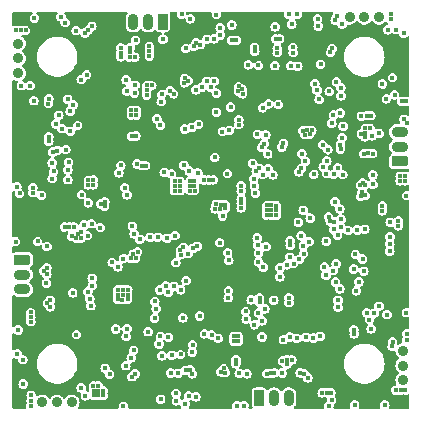
<source format=gbr>
G04 #@! TF.GenerationSoftware,KiCad,Pcbnew,8.0.0-8.0.0-1~ubuntu22.04.1*
G04 #@! TF.CreationDate,2024-03-02T20:12:59+07:00*
G04 #@! TF.ProjectId,FC_ESC_STM32F405RG_26x26,46435f45-5343-45f5-9354-4d3332463430,rev?*
G04 #@! TF.SameCoordinates,Original*
G04 #@! TF.FileFunction,Copper,L2,Inr*
G04 #@! TF.FilePolarity,Positive*
%FSLAX46Y46*%
G04 Gerber Fmt 4.6, Leading zero omitted, Abs format (unit mm)*
G04 Created by KiCad (PCBNEW 8.0.0-8.0.0-1~ubuntu22.04.1) date 2024-03-02 20:12:59*
%MOMM*%
%LPD*%
G01*
G04 APERTURE LIST*
G04 Aperture macros list*
%AMRoundRect*
0 Rectangle with rounded corners*
0 $1 Rounding radius*
0 $2 $3 $4 $5 $6 $7 $8 $9 X,Y pos of 4 corners*
0 Add a 4 corners polygon primitive as box body*
4,1,4,$2,$3,$4,$5,$6,$7,$8,$9,$2,$3,0*
0 Add four circle primitives for the rounded corners*
1,1,$1+$1,$2,$3*
1,1,$1+$1,$4,$5*
1,1,$1+$1,$6,$7*
1,1,$1+$1,$8,$9*
0 Add four rect primitives between the rounded corners*
20,1,$1+$1,$2,$3,$4,$5,0*
20,1,$1+$1,$4,$5,$6,$7,0*
20,1,$1+$1,$6,$7,$8,$9,0*
20,1,$1+$1,$8,$9,$2,$3,0*%
G04 Aperture macros list end*
G04 #@! TA.AperFunction,ComponentPad*
%ADD10C,0.900000*%
G04 #@! TD*
G04 #@! TA.AperFunction,ComponentPad*
%ADD11RoundRect,0.225000X-0.475000X0.225000X-0.475000X-0.225000X0.475000X-0.225000X0.475000X0.225000X0*%
G04 #@! TD*
G04 #@! TA.AperFunction,ComponentPad*
%ADD12O,1.400000X0.900000*%
G04 #@! TD*
G04 #@! TA.AperFunction,ComponentPad*
%ADD13RoundRect,0.225000X0.475000X-0.225000X0.475000X0.225000X-0.475000X0.225000X-0.475000X-0.225000X0*%
G04 #@! TD*
G04 #@! TA.AperFunction,ComponentPad*
%ADD14RoundRect,0.225000X0.225000X0.475000X-0.225000X0.475000X-0.225000X-0.475000X0.225000X-0.475000X0*%
G04 #@! TD*
G04 #@! TA.AperFunction,ComponentPad*
%ADD15O,0.900000X1.400000*%
G04 #@! TD*
G04 #@! TA.AperFunction,ComponentPad*
%ADD16RoundRect,0.225000X-0.225000X-0.475000X0.225000X-0.475000X0.225000X0.475000X-0.225000X0.475000X0*%
G04 #@! TD*
G04 #@! TA.AperFunction,ViaPad*
%ADD17C,0.400000*%
G04 #@! TD*
G04 APERTURE END LIST*
D10*
X203700500Y-96457500D03*
X202450500Y-96457500D03*
X201200500Y-96457500D03*
X231755700Y-92088900D03*
X231755700Y-93338900D03*
X231755700Y-94588900D03*
X199150500Y-68582500D03*
X199150500Y-67332500D03*
X199150500Y-66082500D03*
X227220500Y-63832500D03*
X228470500Y-63832500D03*
X229720500Y-63832500D03*
D11*
X199525500Y-84382500D03*
D12*
X199525500Y-85632500D03*
X199525500Y-86882500D03*
D13*
X231450900Y-76046900D03*
D12*
X231450900Y-74796900D03*
X231450900Y-73546900D03*
D14*
X211400500Y-64232500D03*
D15*
X210150500Y-64232500D03*
X208900500Y-64232500D03*
D16*
X219575500Y-96082500D03*
D15*
X220825500Y-96082500D03*
X222075500Y-96082500D03*
D17*
X229749100Y-70453500D03*
X215680500Y-67412500D03*
X201326500Y-83966300D03*
X206370000Y-66530000D03*
X214900000Y-92180000D03*
X229749100Y-70047100D03*
X201199500Y-89122500D03*
X211359500Y-66897500D03*
X206350000Y-66920000D03*
X215274100Y-67412500D03*
X201199500Y-89503500D03*
X201580500Y-89503500D03*
X205960000Y-66520000D03*
X219208100Y-90875100D03*
X203250000Y-78850000D03*
X225290000Y-93980000D03*
X205980000Y-74890000D03*
X225680000Y-94410000D03*
X219233500Y-91256100D03*
X201580500Y-89884500D03*
X206370000Y-75280000D03*
X205980000Y-75280000D03*
X228640000Y-76460000D03*
X215677500Y-91713300D03*
X229342700Y-70453500D03*
X215271100Y-67811900D03*
X228265400Y-76081000D03*
X228250500Y-80410300D03*
X215677500Y-67811900D03*
X218446100Y-90875100D03*
X227844100Y-80410300D03*
X218446100Y-91256100D03*
X227844100Y-80003900D03*
X200945500Y-84347300D03*
X201840000Y-78520000D03*
X203180000Y-79240000D03*
X201707500Y-84347300D03*
X218827100Y-90875100D03*
X211359500Y-67303900D03*
X201326500Y-84347300D03*
X228250000Y-76450000D03*
X211765900Y-67303900D03*
X211374100Y-66522500D03*
X229342700Y-70047100D03*
X203200000Y-79640000D03*
X228250500Y-80003900D03*
X205560000Y-66870000D03*
X206390000Y-75680000D03*
X203490000Y-78580000D03*
X211765900Y-66897500D03*
X201199500Y-89884500D03*
X211780500Y-66522500D03*
X215271100Y-91713300D03*
X206360000Y-66150000D03*
X215680000Y-67040000D03*
X205970000Y-66910000D03*
X201580500Y-89122500D03*
X225700000Y-93990000D03*
X205560000Y-66140000D03*
X215271100Y-92119700D03*
X229342700Y-70859900D03*
X206380000Y-67310000D03*
X214920000Y-91812500D03*
X206380000Y-74880000D03*
X228640000Y-76091000D03*
X229040000Y-76091000D03*
X205950000Y-66140000D03*
X201707500Y-83940900D03*
X205560000Y-66500000D03*
X229749100Y-70859900D03*
X205990000Y-75680000D03*
X205970000Y-67310000D03*
X225270000Y-94380000D03*
X203890000Y-78490000D03*
X218827100Y-91256100D03*
X205110500Y-79552500D03*
X207860500Y-76392500D03*
X211200500Y-72972500D03*
X205040000Y-82340000D03*
X219570500Y-76632500D03*
X213730500Y-77722500D03*
X214090500Y-78122500D03*
X213730500Y-78522500D03*
X222200500Y-82772500D03*
X214100500Y-78522500D03*
X214090500Y-77722500D03*
X213730500Y-78122500D03*
X222190500Y-83172500D03*
X219310500Y-76872500D03*
X224638692Y-70810000D03*
X228540500Y-78932500D03*
X228250000Y-78660000D03*
X228160000Y-79010000D03*
X230640500Y-82442500D03*
X225500000Y-70130000D03*
X212850500Y-78132500D03*
X217800500Y-90862500D03*
X227620500Y-90652500D03*
X219180500Y-66382500D03*
X217850500Y-72932500D03*
X218050500Y-78132500D03*
X222410500Y-66402500D03*
X230000500Y-79832500D03*
X212400500Y-77732500D03*
X217850500Y-72532500D03*
X225750000Y-66490000D03*
X227580500Y-90302500D03*
X218050500Y-79982500D03*
X221100000Y-66840000D03*
X217800500Y-91262500D03*
X213750500Y-63982500D03*
X212850500Y-77732500D03*
X212400500Y-78532500D03*
X218050500Y-78542500D03*
X217400500Y-90862500D03*
X218050500Y-79202500D03*
X230000500Y-80232500D03*
X217430500Y-91262500D03*
X225600000Y-66820000D03*
X222440500Y-66832500D03*
X212400500Y-78132500D03*
X221100500Y-66482500D03*
X218050500Y-79592500D03*
X219190500Y-66732500D03*
X212850500Y-78532500D03*
X229180000Y-75390000D03*
X228420000Y-75400000D03*
X228796934Y-75366062D03*
X230629200Y-83049501D03*
X222842619Y-67990856D03*
X224467556Y-70032925D03*
X229287385Y-88915222D03*
X221183613Y-71228771D03*
X228220000Y-72230000D03*
X228660000Y-72170000D03*
X229030000Y-72180000D03*
X232030000Y-88860000D03*
X230344651Y-70759214D03*
X222240000Y-67950000D03*
X230390000Y-89030000D03*
X231820000Y-65200000D03*
X219430000Y-83150000D03*
X218280000Y-96720000D03*
X200230000Y-89240000D03*
X231354025Y-81098363D03*
X206350500Y-95872500D03*
X230820000Y-91700000D03*
X224910000Y-95650000D03*
X223140000Y-76640000D03*
X208690500Y-84272500D03*
X200420500Y-78692500D03*
X208790000Y-94280000D03*
X205950500Y-95052500D03*
X219600000Y-87600000D03*
X204810500Y-65182500D03*
X212040500Y-70072500D03*
X200410500Y-78292500D03*
X219600000Y-87960000D03*
X201760500Y-70762500D03*
X208900500Y-83902500D03*
X231350000Y-81510000D03*
X201755417Y-73959186D03*
X200220000Y-88840000D03*
X206370500Y-95462500D03*
X230860000Y-91330000D03*
X205390000Y-64620000D03*
X221300500Y-65682500D03*
X209070000Y-94030000D03*
X205540500Y-95052500D03*
X200230000Y-89620000D03*
X201750500Y-74342500D03*
X212320500Y-70322500D03*
X209270500Y-83722500D03*
X217240500Y-65792500D03*
X222930000Y-76930000D03*
X205560500Y-95862500D03*
X232030000Y-70970000D03*
X220950500Y-65682500D03*
X217620000Y-65790000D03*
X205110000Y-64910000D03*
X225280000Y-95640000D03*
X205960500Y-95462500D03*
X209110500Y-84262500D03*
X231650000Y-70980000D03*
X205560500Y-95452500D03*
X201720000Y-71160000D03*
X205950500Y-95872500D03*
X225640000Y-95620000D03*
X226240000Y-88413503D03*
X216320000Y-93870000D03*
X214210500Y-95992500D03*
X216690000Y-93940000D03*
X216550000Y-93580000D03*
X213289900Y-96573300D03*
X224734811Y-90858673D03*
X220550000Y-94010000D03*
X226400000Y-86840000D03*
X220860000Y-93960000D03*
X220190000Y-94020000D03*
X212527900Y-95701100D03*
X211230000Y-96180000D03*
X226240000Y-87810000D03*
X223399100Y-94050100D03*
X223043500Y-93948500D03*
X225090000Y-84980000D03*
X206900000Y-94070000D03*
X223690000Y-94380000D03*
X226040000Y-86260000D03*
X204860000Y-95900000D03*
X203866500Y-81604100D03*
X206530000Y-93570000D03*
X203104500Y-81604100D03*
X203485500Y-81604100D03*
X205310000Y-88270000D03*
X199050500Y-78195002D03*
X201326500Y-85337900D03*
X208380000Y-90210000D03*
X201580500Y-85591900D03*
X199280000Y-78760000D03*
X201580500Y-85058500D03*
X207420000Y-90240000D03*
X202040000Y-76170000D03*
X201885300Y-88360500D03*
X200183500Y-69640700D03*
X201885300Y-87801700D03*
X201631300Y-88081100D03*
X210706943Y-89325243D03*
X208302816Y-90865070D03*
X199430000Y-69640000D03*
X214570500Y-66172500D03*
X214030000Y-66320000D03*
X214240000Y-66030000D03*
X203820500Y-71252500D03*
X215950000Y-63630000D03*
X204503944Y-69118460D03*
X204200000Y-73010000D03*
X210267300Y-66719700D03*
X216260000Y-65350000D03*
X210267300Y-67126100D03*
X210267300Y-66313300D03*
X203560500Y-71802500D03*
X222340000Y-64440000D03*
X224570000Y-64590000D03*
X207854300Y-66846700D03*
X203190000Y-75050000D03*
X207854300Y-66440300D03*
X207854300Y-67202300D03*
X224515316Y-63988478D03*
X203590000Y-73507500D03*
X202790500Y-63802500D03*
X225296855Y-76020067D03*
X224149529Y-91005850D03*
X219508651Y-84556716D03*
X219500000Y-83820000D03*
X220290000Y-75420000D03*
X212890000Y-83590000D03*
X231830000Y-72490000D03*
X232050000Y-72760000D03*
X213150000Y-83320000D03*
X212940000Y-83950000D03*
X212070000Y-93970000D03*
X227100059Y-81895200D03*
X212700500Y-93982500D03*
X228515870Y-81786941D03*
X231030000Y-70410000D03*
X226500500Y-81632500D03*
X226210000Y-76610000D03*
X229994371Y-69495139D03*
X204070500Y-64982500D03*
X220320000Y-76670000D03*
X225230000Y-85680000D03*
X225470000Y-96770000D03*
X225820000Y-85290000D03*
X230200000Y-96680000D03*
X227805287Y-87001096D03*
X199167500Y-90327401D03*
X226210000Y-82320000D03*
X199548500Y-92827400D03*
X226091500Y-84732400D03*
X225700000Y-96260000D03*
X227570000Y-85160000D03*
X227653600Y-96666300D03*
X228420000Y-85340000D03*
X199070000Y-92360000D03*
X222180500Y-84162500D03*
X225390000Y-75050000D03*
X219850000Y-71510000D03*
X226650000Y-77170000D03*
X220920000Y-64650000D03*
X230470000Y-64920000D03*
X223300500Y-80172500D03*
X203140500Y-64302500D03*
X220156350Y-83258750D03*
X219400000Y-82540000D03*
X226580500Y-64422500D03*
X212502500Y-84626700D03*
X213570500Y-83852500D03*
X211520500Y-76982500D03*
X212150500Y-77092500D03*
X219010000Y-76200000D03*
X216880500Y-77082500D03*
X216470500Y-80672500D03*
X200540500Y-63912500D03*
X223309074Y-83203926D03*
X224990119Y-76539806D03*
X229710000Y-88320000D03*
X222880500Y-81192500D03*
X225880053Y-81814081D03*
X230620000Y-83660000D03*
X223880000Y-80850000D03*
X225232900Y-82807700D03*
X232040000Y-78950000D03*
X213380000Y-86140000D03*
X223130000Y-82330000D03*
X211140000Y-86940000D03*
X217676114Y-96731841D03*
X211873407Y-87135155D03*
X216080000Y-91030000D03*
X212558800Y-96319200D03*
X215540000Y-90740000D03*
X218410500Y-88752500D03*
X208080000Y-96770000D03*
X219830000Y-89560000D03*
X208176581Y-78263369D03*
X211090000Y-91510000D03*
X210850000Y-88520000D03*
X198940000Y-82840000D03*
X207690000Y-77020000D03*
X206125500Y-81657500D03*
X208374480Y-78880382D03*
X204530000Y-78870000D03*
X211883000Y-90925900D03*
X210723561Y-87907659D03*
X202040000Y-77510000D03*
X205371316Y-81310574D03*
X202337324Y-72881397D03*
X204760500Y-81412500D03*
X217043145Y-73425068D03*
X218890000Y-87780000D03*
X217140000Y-71450000D03*
X213000000Y-63600000D03*
X215460000Y-69780000D03*
X216448604Y-73528685D03*
X215940000Y-71890000D03*
X216270000Y-64720000D03*
X214204300Y-69996300D03*
X222800000Y-63590000D03*
X229720000Y-73680000D03*
X225253300Y-77082900D03*
X221615500Y-91147500D03*
X211206522Y-90866801D03*
X223328116Y-83852728D03*
X210160000Y-90470000D03*
X219106219Y-77530760D03*
X223180000Y-75390000D03*
X224930500Y-74622500D03*
X219250000Y-78730000D03*
X219167868Y-78131608D03*
X223480000Y-76030000D03*
X219883524Y-77161607D03*
X225850500Y-72112500D03*
X225710000Y-72810000D03*
X224200500Y-77152500D03*
X221310000Y-85820000D03*
X212920000Y-86920000D03*
X221881338Y-84808000D03*
X213890000Y-92190000D03*
X222480290Y-84700552D03*
X212338262Y-86616816D03*
X214930000Y-90650000D03*
X222967268Y-84337091D03*
X230850000Y-68960000D03*
X217250000Y-64500000D03*
X216220500Y-82932500D03*
X220800000Y-87810000D03*
X219810061Y-90918196D03*
X216900000Y-83790000D03*
X220050000Y-88530000D03*
X219902717Y-85014462D03*
X219510000Y-88870000D03*
X222765384Y-91037600D03*
X219170000Y-89890000D03*
X216950500Y-87592500D03*
X223550500Y-90932500D03*
X216961674Y-86989101D03*
X212440000Y-82330000D03*
X208069405Y-84275200D03*
X211765900Y-82569300D03*
X205440000Y-86560000D03*
X210970000Y-82470000D03*
X207610000Y-84980000D03*
X205060000Y-87070000D03*
X210330000Y-82480000D03*
X207130000Y-84610000D03*
X209470000Y-82650000D03*
X205236589Y-87670475D03*
X208830500Y-81542500D03*
X214380500Y-77012500D03*
X210911500Y-72441500D03*
X213650500Y-76852500D03*
X209060000Y-69590000D03*
X213200500Y-76382500D03*
X211280000Y-70990000D03*
X209020000Y-70260000D03*
X213280500Y-73312500D03*
X213870000Y-73170000D03*
X211300000Y-70380000D03*
X214440500Y-72892500D03*
X208380000Y-70110000D03*
X230650500Y-81212500D03*
X224770000Y-67820000D03*
X229200313Y-78002858D03*
X219500000Y-67930000D03*
X204500000Y-95220000D03*
X201140000Y-78920000D03*
X200800000Y-82830000D03*
X211330000Y-92520000D03*
X229190000Y-77200000D03*
X224270500Y-69462500D03*
X229120000Y-73880000D03*
X218650000Y-67880000D03*
X208270000Y-93350000D03*
X201600500Y-83256198D03*
X201550000Y-86350000D03*
X212172300Y-92475300D03*
X220360000Y-71180000D03*
X226110000Y-69310000D03*
X215750000Y-69250000D03*
X220900000Y-67950000D03*
X226600500Y-74032500D03*
X208740000Y-92690000D03*
X204100000Y-90720000D03*
X203780000Y-87170000D03*
X212910608Y-92401016D03*
X228900000Y-89440000D03*
X213590500Y-95902500D03*
X228320471Y-84320399D03*
X217870000Y-94010000D03*
X215740500Y-65682500D03*
X203360500Y-70792500D03*
X213347258Y-66489272D03*
X203430500Y-76122500D03*
X218530000Y-94030000D03*
X228685156Y-88876035D03*
X221526356Y-93968263D03*
X227715299Y-83919381D03*
X202596500Y-72129900D03*
X211420500Y-65692500D03*
X209100500Y-65783000D03*
X203370500Y-76762500D03*
X229050000Y-90220000D03*
X228000000Y-86250000D03*
X222173789Y-90918308D03*
X227869500Y-81858100D03*
X204950500Y-68712500D03*
X202870000Y-73280000D03*
X208313763Y-69147381D03*
X203370500Y-77602500D03*
X226440500Y-71952500D03*
X219420000Y-73740000D03*
X226497852Y-80958439D03*
X226400000Y-80060000D03*
X226670000Y-73070000D03*
X226490000Y-69820000D03*
X225862900Y-77159100D03*
X226500000Y-70510000D03*
X200490500Y-70912500D03*
X214755395Y-69750315D03*
X220130500Y-73802500D03*
X215124850Y-69271277D03*
X223240000Y-73450000D03*
X215290000Y-77630000D03*
X206490000Y-79480000D03*
X204520000Y-81990000D03*
X217830000Y-69710000D03*
X231500000Y-77300000D03*
X228500000Y-73980000D03*
X208430000Y-87740000D03*
X214530000Y-89140000D03*
X215820000Y-75720000D03*
X228140000Y-78060000D03*
X220200000Y-80190000D03*
X223630000Y-73430000D03*
X200250000Y-96750000D03*
X230710000Y-63600000D03*
X231180000Y-64900000D03*
X226000000Y-64100000D03*
X220600000Y-80190000D03*
X225990000Y-79480000D03*
X217000000Y-84430000D03*
X220720000Y-77190000D03*
X208980000Y-82180000D03*
X218130000Y-69950000D03*
X215840000Y-80070000D03*
X228220000Y-73740000D03*
X215130000Y-65720000D03*
X225570000Y-81100000D03*
X210050000Y-70020000D03*
X204210000Y-82210000D03*
X216690000Y-79720000D03*
X209230000Y-76270000D03*
X218160000Y-70330000D03*
X206180000Y-79660000D03*
X207590000Y-87330000D03*
X213240000Y-69390000D03*
X202470000Y-75130000D03*
X214900000Y-77630000D03*
X221490000Y-74830000D03*
X220000000Y-74550000D03*
X217610000Y-92870000D03*
X228550000Y-78040000D03*
X209130000Y-73900000D03*
X210050000Y-69620000D03*
X221620000Y-74500000D03*
X209960000Y-76410000D03*
X223840000Y-73770000D03*
X213250000Y-69020000D03*
X221900000Y-93240000D03*
X209150000Y-72120000D03*
X209610000Y-76410000D03*
X208010000Y-87330000D03*
X221010000Y-80190000D03*
X216680000Y-80040000D03*
X213340000Y-93720000D03*
X208020000Y-86910000D03*
X225440000Y-80730000D03*
X210040000Y-70430000D03*
X228320000Y-77850000D03*
X215920000Y-79690000D03*
X200260000Y-96310000D03*
X215950000Y-70270000D03*
X222090000Y-88010000D03*
X213110000Y-89300000D03*
X198970000Y-64940000D03*
X223440000Y-73780000D03*
X224020000Y-73430000D03*
X225940000Y-81190000D03*
X217600000Y-93180000D03*
X221000000Y-79790000D03*
X231900000Y-77700000D03*
X218470000Y-89400000D03*
X222090000Y-87610000D03*
X222080000Y-63600000D03*
X200260000Y-95860000D03*
X232060000Y-90640000D03*
X204460000Y-82550000D03*
X220600000Y-80600000D03*
X222330000Y-92860000D03*
X220190000Y-80600000D03*
X214310000Y-83240000D03*
X208630000Y-66410000D03*
X199790000Y-64960000D03*
X206480000Y-79870000D03*
X231140000Y-95430000D03*
X231950000Y-95410000D03*
X204060000Y-82560000D03*
X216310000Y-79710000D03*
X226440000Y-74640000D03*
X231500000Y-77700000D03*
X221010000Y-80610000D03*
X226170000Y-63720000D03*
X205510000Y-77630000D03*
X231550000Y-95420000D03*
X217810000Y-70110000D03*
X208760000Y-73910000D03*
X210470000Y-69620000D03*
X221540000Y-92940000D03*
X205110000Y-77640000D03*
X203710000Y-82400000D03*
X208750000Y-72120000D03*
X216250000Y-80060000D03*
X209040000Y-67240000D03*
X228560000Y-73620000D03*
X205100000Y-78030000D03*
X213560000Y-69210000D03*
X213910000Y-94030000D03*
X205520000Y-78040000D03*
X215680000Y-77620000D03*
X213990000Y-83400000D03*
X221940000Y-92850000D03*
X208430000Y-87330000D03*
X230710000Y-64030000D03*
X220600000Y-79780000D03*
X226460000Y-75000000D03*
X228560000Y-73230000D03*
X208940000Y-92050000D03*
X232050000Y-91160000D03*
X219790000Y-74860000D03*
X213730000Y-93680000D03*
X208600000Y-67210000D03*
X231900000Y-77300000D03*
X199380000Y-64950000D03*
X220200000Y-79780000D03*
X208750000Y-71720000D03*
X208600000Y-66810000D03*
X207580000Y-87740000D03*
X209160000Y-71720000D03*
X208440000Y-86910000D03*
X207600000Y-86900000D03*
X223800000Y-82840000D03*
X228970000Y-73260000D03*
X207990000Y-87750000D03*
X202110000Y-75260000D03*
X199580000Y-94900000D03*
X221333315Y-85060756D03*
X202160000Y-76900000D03*
X205430000Y-85940000D03*
X213927677Y-91572588D03*
X211658182Y-86570800D03*
G04 #@! TA.AperFunction,Conductor*
G36*
X200344923Y-63401107D02*
G01*
X200380887Y-63450607D01*
X200380887Y-63511793D01*
X200344923Y-63561293D01*
X200331677Y-63569409D01*
X200302160Y-63584448D01*
X200212449Y-63674159D01*
X200154855Y-63787192D01*
X200154854Y-63787196D01*
X200135008Y-63912500D01*
X200151867Y-64018947D01*
X200154854Y-64037803D01*
X200154855Y-64037807D01*
X200190520Y-64107803D01*
X200212450Y-64150842D01*
X200302158Y-64240550D01*
X200415196Y-64298146D01*
X200540500Y-64317992D01*
X200665804Y-64298146D01*
X200778842Y-64240550D01*
X200868550Y-64150842D01*
X200926146Y-64037804D01*
X200945992Y-63912500D01*
X200926146Y-63787196D01*
X200868550Y-63674158D01*
X200778842Y-63584450D01*
X200778839Y-63584448D01*
X200749323Y-63569409D01*
X200706058Y-63526145D01*
X200696487Y-63465713D01*
X200724265Y-63411196D01*
X200778781Y-63383419D01*
X200794268Y-63382200D01*
X202405401Y-63382200D01*
X202463592Y-63401107D01*
X202499556Y-63450607D01*
X202499556Y-63511793D01*
X202475406Y-63551201D01*
X202465315Y-63561293D01*
X202462449Y-63564159D01*
X202404855Y-63677192D01*
X202404854Y-63677196D01*
X202387433Y-63787192D01*
X202385008Y-63802500D01*
X202403369Y-63918431D01*
X202404854Y-63927803D01*
X202404855Y-63927807D01*
X202435769Y-63988478D01*
X202462450Y-64040842D01*
X202552158Y-64130550D01*
X202596289Y-64153036D01*
X202665193Y-64188145D01*
X202668392Y-64189184D01*
X202671116Y-64191162D01*
X202672139Y-64191684D01*
X202672056Y-64191845D01*
X202717896Y-64225143D01*
X202736808Y-64283332D01*
X202735590Y-64298824D01*
X202735008Y-64302500D01*
X202752928Y-64415646D01*
X202754854Y-64427803D01*
X202754855Y-64427807D01*
X202798954Y-64514354D01*
X202812450Y-64540842D01*
X202902158Y-64630550D01*
X203015196Y-64688146D01*
X203140500Y-64707992D01*
X203265804Y-64688146D01*
X203378842Y-64630550D01*
X203468550Y-64540842D01*
X203526146Y-64427804D01*
X203545992Y-64302500D01*
X203545302Y-64298146D01*
X203539665Y-64262554D01*
X203526146Y-64177196D01*
X203468550Y-64064158D01*
X203378842Y-63974450D01*
X203341162Y-63955251D01*
X203265808Y-63916856D01*
X203265807Y-63916855D01*
X203265804Y-63916854D01*
X203265799Y-63916853D01*
X203262601Y-63915814D01*
X203259871Y-63913830D01*
X203258861Y-63913316D01*
X203258942Y-63913156D01*
X203213100Y-63879851D01*
X203194191Y-63821661D01*
X203195410Y-63806172D01*
X203195992Y-63802500D01*
X203176146Y-63677196D01*
X203118550Y-63564158D01*
X203105593Y-63551201D01*
X203077818Y-63496687D01*
X203087389Y-63436255D01*
X203130654Y-63392990D01*
X203175599Y-63382200D01*
X208341847Y-63382200D01*
X208400038Y-63401107D01*
X208436002Y-63450607D01*
X208436002Y-63511793D01*
X208411851Y-63551204D01*
X208395227Y-63567827D01*
X208395224Y-63567831D01*
X208324038Y-63674366D01*
X208324034Y-63674374D01*
X208275000Y-63792752D01*
X208274999Y-63792757D01*
X208250314Y-63916854D01*
X208250000Y-63918431D01*
X208250000Y-64546569D01*
X208274882Y-64671658D01*
X208274999Y-64672242D01*
X208275000Y-64672247D01*
X208324034Y-64790625D01*
X208324038Y-64790633D01*
X208362638Y-64848401D01*
X208395224Y-64897169D01*
X208485831Y-64987776D01*
X208549024Y-65030000D01*
X208592366Y-65058961D01*
X208592370Y-65058963D01*
X208592373Y-65058965D01*
X208710756Y-65108001D01*
X208836431Y-65133000D01*
X208836432Y-65133000D01*
X208964568Y-65133000D01*
X208964569Y-65133000D01*
X209090244Y-65108001D01*
X209208627Y-65058965D01*
X209315169Y-64987776D01*
X209405776Y-64897169D01*
X209443185Y-64841181D01*
X209491235Y-64803303D01*
X209552373Y-64800901D01*
X209603247Y-64834894D01*
X209607811Y-64841177D01*
X209645224Y-64897169D01*
X209735831Y-64987776D01*
X209799024Y-65030000D01*
X209842366Y-65058961D01*
X209842370Y-65058963D01*
X209842373Y-65058965D01*
X209960756Y-65108001D01*
X210086431Y-65133000D01*
X210086432Y-65133000D01*
X210214568Y-65133000D01*
X210214569Y-65133000D01*
X210340244Y-65108001D01*
X210458627Y-65058965D01*
X210565169Y-64987776D01*
X210651383Y-64901562D01*
X210705899Y-64873784D01*
X210766332Y-64883355D01*
X210809596Y-64926618D01*
X210826972Y-64960720D01*
X210922280Y-65056028D01*
X210922282Y-65056029D01*
X211042367Y-65117216D01*
X211042369Y-65117216D01*
X211042374Y-65117219D01*
X211118041Y-65129203D01*
X211142010Y-65133000D01*
X211224039Y-65133000D01*
X211282230Y-65151907D01*
X211318194Y-65201407D01*
X211318194Y-65262593D01*
X211282230Y-65312093D01*
X211268985Y-65320209D01*
X211182159Y-65364449D01*
X211092449Y-65454159D01*
X211034855Y-65567192D01*
X211034854Y-65567196D01*
X211017297Y-65678050D01*
X211015008Y-65692500D01*
X211029341Y-65782999D01*
X211034854Y-65817803D01*
X211034855Y-65817807D01*
X211080966Y-65908303D01*
X211092450Y-65930842D01*
X211182158Y-66020550D01*
X211295196Y-66078146D01*
X211420500Y-66097992D01*
X211545804Y-66078146D01*
X211658842Y-66020550D01*
X211748550Y-65930842D01*
X211806146Y-65817804D01*
X211825992Y-65692500D01*
X211806146Y-65567196D01*
X211748550Y-65454158D01*
X211658842Y-65364450D01*
X211632963Y-65351264D01*
X211572015Y-65320209D01*
X211528751Y-65276944D01*
X211519180Y-65216512D01*
X211546958Y-65161996D01*
X211601475Y-65134219D01*
X211616961Y-65133000D01*
X211658990Y-65133000D01*
X211680385Y-65129611D01*
X211758626Y-65117219D01*
X211878720Y-65056028D01*
X211974028Y-64960720D01*
X212035219Y-64840626D01*
X212050316Y-64745307D01*
X212051000Y-64740989D01*
X212051000Y-63724010D01*
X212040929Y-63660427D01*
X212035219Y-63624374D01*
X211985168Y-63526145D01*
X211975597Y-63465714D01*
X212003374Y-63411197D01*
X212057890Y-63383419D01*
X212073378Y-63382200D01*
X212513090Y-63382200D01*
X212571281Y-63401107D01*
X212607245Y-63450607D01*
X212610871Y-63496687D01*
X212598150Y-63577008D01*
X212594508Y-63600000D01*
X212614149Y-63724012D01*
X212614354Y-63725303D01*
X212614355Y-63725307D01*
X212655554Y-63806164D01*
X212671950Y-63838342D01*
X212761658Y-63928050D01*
X212874696Y-63985646D01*
X213000000Y-64005492D01*
X213125304Y-63985646D01*
X213207653Y-63943686D01*
X213268083Y-63934115D01*
X213322600Y-63961892D01*
X213350378Y-64016408D01*
X213364854Y-64107803D01*
X213364855Y-64107807D01*
X213397538Y-64171950D01*
X213422450Y-64220842D01*
X213512158Y-64310550D01*
X213625196Y-64368146D01*
X213750500Y-64387992D01*
X213875804Y-64368146D01*
X213988842Y-64310550D01*
X214078550Y-64220842D01*
X214136146Y-64107804D01*
X214155992Y-63982500D01*
X214154906Y-63975646D01*
X214152166Y-63958342D01*
X214136146Y-63857196D01*
X214078550Y-63744158D01*
X213988842Y-63654450D01*
X213958153Y-63638813D01*
X213875807Y-63596855D01*
X213875804Y-63596854D01*
X213762956Y-63578980D01*
X213751785Y-63573288D01*
X213738043Y-63578981D01*
X213625196Y-63596854D01*
X213625194Y-63596854D01*
X213542847Y-63638813D01*
X213482415Y-63648384D01*
X213427898Y-63620607D01*
X213400121Y-63566090D01*
X213397763Y-63551204D01*
X213389129Y-63496687D01*
X213398701Y-63436254D01*
X213441965Y-63392990D01*
X213486910Y-63382200D01*
X213722556Y-63382200D01*
X213746303Y-63389915D01*
X213778444Y-63382200D01*
X215467894Y-63382200D01*
X215526085Y-63401107D01*
X215562049Y-63450607D01*
X215562050Y-63496443D01*
X215565573Y-63497001D01*
X215550100Y-63594696D01*
X215544508Y-63630000D01*
X215563535Y-63750136D01*
X215564354Y-63755303D01*
X215564355Y-63755307D01*
X215618543Y-63861656D01*
X215621950Y-63868342D01*
X215711658Y-63958050D01*
X215824696Y-64015646D01*
X215950000Y-64035492D01*
X216075304Y-64015646D01*
X216188342Y-63958050D01*
X216278050Y-63868342D01*
X216335646Y-63755304D01*
X216355492Y-63630000D01*
X216349900Y-63594696D01*
X216334427Y-63497001D01*
X216337950Y-63496442D01*
X216337954Y-63450601D01*
X216373921Y-63401103D01*
X216432106Y-63382200D01*
X221593090Y-63382200D01*
X221651281Y-63401107D01*
X221687245Y-63450607D01*
X221690871Y-63496687D01*
X221678150Y-63577008D01*
X221674508Y-63600000D01*
X221694149Y-63724012D01*
X221694354Y-63725303D01*
X221694355Y-63725307D01*
X221735554Y-63806164D01*
X221751950Y-63838342D01*
X221841658Y-63928050D01*
X221954696Y-63985646D01*
X221998692Y-63992614D01*
X222053209Y-64020391D01*
X222080986Y-64074908D01*
X222071415Y-64135340D01*
X222053209Y-64160398D01*
X222011951Y-64201656D01*
X222011950Y-64201658D01*
X221954355Y-64314692D01*
X221954354Y-64314696D01*
X221936440Y-64427804D01*
X221934508Y-64440000D01*
X221951830Y-64549371D01*
X221954354Y-64565303D01*
X221954355Y-64565307D01*
X221988311Y-64631949D01*
X222011950Y-64678342D01*
X222101658Y-64768050D01*
X222214696Y-64825646D01*
X222340000Y-64845492D01*
X222465304Y-64825646D01*
X222578342Y-64768050D01*
X222668050Y-64678342D01*
X222725646Y-64565304D01*
X222745492Y-64440000D01*
X222725646Y-64314696D01*
X222723533Y-64310550D01*
X222698622Y-64261659D01*
X222668050Y-64201658D01*
X222613699Y-64147307D01*
X222585924Y-64092793D01*
X222595495Y-64032361D01*
X222638760Y-63989096D01*
X222699189Y-63979525D01*
X222800000Y-63995492D01*
X222844285Y-63988478D01*
X224109824Y-63988478D01*
X224121810Y-64064158D01*
X224129670Y-64113781D01*
X224129671Y-64113785D01*
X224168089Y-64189184D01*
X224187266Y-64226820D01*
X224214770Y-64254324D01*
X224242546Y-64308839D01*
X224232975Y-64369271D01*
X224184354Y-64464694D01*
X224184354Y-64464696D01*
X224164974Y-64587060D01*
X224164508Y-64590000D01*
X224180052Y-64688145D01*
X224184354Y-64715303D01*
X224184355Y-64715307D01*
X224234507Y-64813734D01*
X224241950Y-64828342D01*
X224331658Y-64918050D01*
X224444696Y-64975646D01*
X224570000Y-64995492D01*
X224695304Y-64975646D01*
X224808342Y-64918050D01*
X224898050Y-64828342D01*
X224955646Y-64715304D01*
X224975492Y-64590000D01*
X224974958Y-64586631D01*
X224969871Y-64554508D01*
X224955646Y-64464696D01*
X224898050Y-64351658D01*
X224870544Y-64324152D01*
X224842769Y-64269638D01*
X224852339Y-64209208D01*
X224900962Y-64113782D01*
X224920808Y-63988478D01*
X224920359Y-63985646D01*
X224913714Y-63943687D01*
X224900962Y-63863174D01*
X224843366Y-63750136D01*
X224753658Y-63660428D01*
X224741924Y-63654449D01*
X224640623Y-63602833D01*
X224640620Y-63602832D01*
X224515316Y-63582986D01*
X224390012Y-63602832D01*
X224390008Y-63602833D01*
X224276975Y-63660427D01*
X224187265Y-63750137D01*
X224129671Y-63863170D01*
X224129670Y-63863174D01*
X224110273Y-63985646D01*
X224109824Y-63988478D01*
X222844285Y-63988478D01*
X222925304Y-63975646D01*
X223038342Y-63918050D01*
X223128050Y-63828342D01*
X223185646Y-63715304D01*
X223205492Y-63590000D01*
X223200145Y-63556240D01*
X223190713Y-63496687D01*
X223200284Y-63436255D01*
X223243549Y-63392990D01*
X223288494Y-63382200D01*
X225731073Y-63382200D01*
X225789264Y-63401107D01*
X225825228Y-63450607D01*
X225825228Y-63511793D01*
X225819282Y-63526145D01*
X225784356Y-63594689D01*
X225784354Y-63594696D01*
X225764508Y-63719998D01*
X225764508Y-63727790D01*
X225760938Y-63727790D01*
X225753702Y-63773108D01*
X225735553Y-63798054D01*
X225671951Y-63861656D01*
X225671950Y-63861658D01*
X225614355Y-63974692D01*
X225614354Y-63974696D01*
X225594754Y-64098449D01*
X225594508Y-64100000D01*
X225608946Y-64191162D01*
X225614354Y-64225303D01*
X225614355Y-64225307D01*
X225656917Y-64308839D01*
X225671950Y-64338342D01*
X225761658Y-64428050D01*
X225874696Y-64485646D01*
X226000000Y-64505492D01*
X226089312Y-64491346D01*
X226149743Y-64500917D01*
X226193007Y-64544181D01*
X226246925Y-64649999D01*
X226252450Y-64660842D01*
X226342158Y-64750550D01*
X226455196Y-64808146D01*
X226580500Y-64827992D01*
X226705804Y-64808146D01*
X226818842Y-64750550D01*
X226908550Y-64660842D01*
X226966146Y-64547804D01*
X226966146Y-64547797D01*
X226968552Y-64540397D01*
X226970465Y-64541018D01*
X226993529Y-64495745D01*
X227048044Y-64467963D01*
X227087228Y-64469619D01*
X227141515Y-64483000D01*
X227141518Y-64483000D01*
X227299482Y-64483000D01*
X227299485Y-64483000D01*
X227452865Y-64445196D01*
X227592740Y-64371783D01*
X227710983Y-64267030D01*
X227764024Y-64190185D01*
X227812640Y-64153036D01*
X227873808Y-64151557D01*
X227924163Y-64186314D01*
X227926968Y-64190175D01*
X227940104Y-64209206D01*
X227980015Y-64267028D01*
X227980016Y-64267029D01*
X227980017Y-64267030D01*
X228098260Y-64371783D01*
X228238135Y-64445196D01*
X228391515Y-64483000D01*
X228391518Y-64483000D01*
X228549482Y-64483000D01*
X228549485Y-64483000D01*
X228702865Y-64445196D01*
X228842740Y-64371783D01*
X228960983Y-64267030D01*
X229014024Y-64190185D01*
X229062640Y-64153036D01*
X229123808Y-64151557D01*
X229174163Y-64186314D01*
X229176968Y-64190175D01*
X229190104Y-64209206D01*
X229230015Y-64267028D01*
X229230016Y-64267029D01*
X229230017Y-64267030D01*
X229348260Y-64371783D01*
X229488135Y-64445196D01*
X229641515Y-64483000D01*
X229641518Y-64483000D01*
X229799482Y-64483000D01*
X229799485Y-64483000D01*
X229952865Y-64445196D01*
X230092740Y-64371783D01*
X230210983Y-64267030D01*
X230214643Y-64261726D01*
X230263256Y-64224575D01*
X230324424Y-64223092D01*
X230374781Y-64257845D01*
X230377746Y-64262554D01*
X230381948Y-64268339D01*
X230381950Y-64268342D01*
X230469108Y-64355500D01*
X230496884Y-64410015D01*
X230487313Y-64470447D01*
X230444048Y-64513712D01*
X230414591Y-64523283D01*
X230344696Y-64534354D01*
X230344692Y-64534355D01*
X230231659Y-64591949D01*
X230141949Y-64681659D01*
X230084355Y-64794692D01*
X230084354Y-64794696D01*
X230064761Y-64918405D01*
X230064508Y-64920000D01*
X230076395Y-64995055D01*
X230084354Y-65045303D01*
X230084355Y-65045307D01*
X230129659Y-65134219D01*
X230141950Y-65158342D01*
X230231658Y-65248050D01*
X230344696Y-65305646D01*
X230470000Y-65325492D01*
X230595304Y-65305646D01*
X230708342Y-65248050D01*
X230764998Y-65191393D01*
X230819513Y-65163618D01*
X230879945Y-65173189D01*
X230905000Y-65191392D01*
X230941658Y-65228050D01*
X231054696Y-65285646D01*
X231180000Y-65305492D01*
X231305304Y-65285646D01*
X231305311Y-65285642D01*
X231312718Y-65283237D01*
X231313295Y-65285014D01*
X231363921Y-65276988D01*
X231418442Y-65304757D01*
X231436658Y-65329827D01*
X231491948Y-65438339D01*
X231491950Y-65438342D01*
X231581658Y-65528050D01*
X231694696Y-65585646D01*
X231820000Y-65605492D01*
X231945304Y-65585646D01*
X232058342Y-65528050D01*
X232104798Y-65481593D01*
X232159313Y-65453818D01*
X232219745Y-65463389D01*
X232263010Y-65506654D01*
X232273800Y-65551599D01*
X232273800Y-70487208D01*
X232254893Y-70545399D01*
X232205393Y-70581363D01*
X232159313Y-70584989D01*
X232054194Y-70568340D01*
X232030000Y-70564508D01*
X231904696Y-70584354D01*
X231875130Y-70599418D01*
X231814697Y-70608988D01*
X231785245Y-70599418D01*
X231775306Y-70594354D01*
X231650000Y-70574508D01*
X231649998Y-70574508D01*
X231537829Y-70592273D01*
X231477397Y-70582701D01*
X231434133Y-70539436D01*
X231424562Y-70479007D01*
X231435492Y-70410000D01*
X231415646Y-70284696D01*
X231358050Y-70171658D01*
X231268342Y-70081950D01*
X231255299Y-70075304D01*
X231155307Y-70024355D01*
X231155304Y-70024354D01*
X231030000Y-70004508D01*
X230904696Y-70024354D01*
X230904692Y-70024355D01*
X230791659Y-70081949D01*
X230701949Y-70171659D01*
X230644355Y-70284692D01*
X230644354Y-70284696D01*
X230639622Y-70314573D01*
X230611844Y-70369089D01*
X230557327Y-70396866D01*
X230496896Y-70387295D01*
X230469955Y-70373568D01*
X230344651Y-70353722D01*
X230219347Y-70373568D01*
X230219343Y-70373569D01*
X230106310Y-70431163D01*
X230016600Y-70520873D01*
X229959006Y-70633906D01*
X229959005Y-70633910D01*
X229941940Y-70741658D01*
X229939159Y-70759214D01*
X229956207Y-70866855D01*
X229959005Y-70884517D01*
X229959006Y-70884521D01*
X230003247Y-70971347D01*
X230016601Y-70997556D01*
X230106309Y-71087264D01*
X230219347Y-71144860D01*
X230344651Y-71164706D01*
X230469955Y-71144860D01*
X230582993Y-71087264D01*
X230672701Y-70997556D01*
X230730297Y-70884518D01*
X230735028Y-70854641D01*
X230762804Y-70800126D01*
X230817320Y-70772347D01*
X230877751Y-70781916D01*
X230904696Y-70795646D01*
X231012866Y-70812778D01*
X231029999Y-70815492D01*
X231029999Y-70815491D01*
X231030000Y-70815492D01*
X231142170Y-70797726D01*
X231202601Y-70807297D01*
X231245866Y-70850562D01*
X231255437Y-70910994D01*
X231245878Y-70971347D01*
X231244508Y-70980000D01*
X231264062Y-71103463D01*
X231264354Y-71105303D01*
X231264355Y-71105307D01*
X231292223Y-71160000D01*
X231321950Y-71218342D01*
X231411658Y-71308050D01*
X231524696Y-71365646D01*
X231650000Y-71385492D01*
X231775304Y-71365646D01*
X231804867Y-71350582D01*
X231865295Y-71341009D01*
X231894758Y-71350582D01*
X231904696Y-71355646D01*
X232030000Y-71375492D01*
X232155304Y-71355646D01*
X232155307Y-71355644D01*
X232159312Y-71355010D01*
X232219744Y-71364581D01*
X232263009Y-71407845D01*
X232273800Y-71452791D01*
X232273800Y-72128401D01*
X232254893Y-72186592D01*
X232205393Y-72222556D01*
X232144207Y-72222556D01*
X232104798Y-72198406D01*
X232068342Y-72161950D01*
X232038715Y-72146854D01*
X231955307Y-72104355D01*
X231955304Y-72104354D01*
X231830000Y-72084508D01*
X231704696Y-72104354D01*
X231704692Y-72104355D01*
X231591659Y-72161949D01*
X231501949Y-72251659D01*
X231444355Y-72364692D01*
X231444354Y-72364696D01*
X231427939Y-72468340D01*
X231424508Y-72490000D01*
X231438048Y-72575492D01*
X231444354Y-72615303D01*
X231444355Y-72615307D01*
X231464151Y-72654158D01*
X231501950Y-72728342D01*
X231501952Y-72728344D01*
X231506531Y-72734647D01*
X231505194Y-72735618D01*
X231528782Y-72781913D01*
X231519211Y-72842345D01*
X231475946Y-72885610D01*
X231431001Y-72896400D01*
X231136830Y-72896400D01*
X231083502Y-72907008D01*
X231011156Y-72921399D01*
X231011155Y-72921399D01*
X231011152Y-72921400D01*
X230892774Y-72970434D01*
X230892766Y-72970438D01*
X230786231Y-73041624D01*
X230786227Y-73041627D01*
X230695627Y-73132227D01*
X230695624Y-73132231D01*
X230624438Y-73238766D01*
X230624434Y-73238774D01*
X230575400Y-73357152D01*
X230575399Y-73357155D01*
X230575399Y-73357156D01*
X230563795Y-73415492D01*
X230555808Y-73455646D01*
X230550400Y-73482831D01*
X230550400Y-73610969D01*
X230572256Y-73720845D01*
X230575399Y-73736642D01*
X230575400Y-73736647D01*
X230624434Y-73855025D01*
X230624438Y-73855033D01*
X230659290Y-73907192D01*
X230695624Y-73961569D01*
X230695627Y-73961572D01*
X230786231Y-74052176D01*
X230842217Y-74089585D01*
X230880096Y-74137635D01*
X230882498Y-74198774D01*
X230848504Y-74249647D01*
X230842217Y-74254215D01*
X230786231Y-74291623D01*
X230695627Y-74382227D01*
X230695624Y-74382231D01*
X230624438Y-74488766D01*
X230624434Y-74488774D01*
X230575400Y-74607152D01*
X230575399Y-74607157D01*
X230552056Y-74724508D01*
X230550400Y-74732831D01*
X230550400Y-74860969D01*
X230575132Y-74985304D01*
X230575399Y-74986642D01*
X230575400Y-74986647D01*
X230624434Y-75105025D01*
X230624438Y-75105033D01*
X230662275Y-75161659D01*
X230695624Y-75211569D01*
X230695627Y-75211572D01*
X230781838Y-75297783D01*
X230809615Y-75352300D01*
X230800044Y-75412732D01*
X230756782Y-75455995D01*
X230722681Y-75473371D01*
X230627370Y-75568682D01*
X230566183Y-75688767D01*
X230566181Y-75688774D01*
X230550400Y-75788410D01*
X230550400Y-76305389D01*
X230566181Y-76405025D01*
X230566183Y-76405032D01*
X230627330Y-76525038D01*
X230627372Y-76525120D01*
X230722680Y-76620428D01*
X230722682Y-76620429D01*
X230842767Y-76681616D01*
X230842769Y-76681616D01*
X230842774Y-76681619D01*
X230918441Y-76693603D01*
X230942410Y-76697400D01*
X231486577Y-76697400D01*
X231497984Y-76701106D01*
X231513423Y-76697400D01*
X231886577Y-76697400D01*
X231897984Y-76701106D01*
X231913423Y-76697400D01*
X231959390Y-76697400D01*
X231980785Y-76694011D01*
X232059026Y-76681619D01*
X232129854Y-76645529D01*
X232190286Y-76635958D01*
X232244803Y-76663735D01*
X232272581Y-76718251D01*
X232273800Y-76733739D01*
X232273800Y-76879416D01*
X232254893Y-76937607D01*
X232205393Y-76973571D01*
X232144207Y-76973571D01*
X232129855Y-76967625D01*
X232025310Y-76914356D01*
X232025305Y-76914354D01*
X232025304Y-76914354D01*
X232008170Y-76911640D01*
X231900000Y-76894507D01*
X231774695Y-76914354D01*
X231744944Y-76929513D01*
X231684512Y-76939084D01*
X231655056Y-76929513D01*
X231625304Y-76914354D01*
X231500000Y-76894507D01*
X231374696Y-76914354D01*
X231374692Y-76914355D01*
X231261659Y-76971949D01*
X231171949Y-77061659D01*
X231114355Y-77174692D01*
X231114354Y-77174696D01*
X231094508Y-77299999D01*
X231094508Y-77300000D01*
X231114354Y-77425304D01*
X231129513Y-77455056D01*
X231139084Y-77515488D01*
X231129513Y-77544944D01*
X231114354Y-77574695D01*
X231094508Y-77699999D01*
X231094508Y-77700000D01*
X231114354Y-77825303D01*
X231114355Y-77825307D01*
X231163878Y-77922500D01*
X231171950Y-77938342D01*
X231261658Y-78028050D01*
X231374696Y-78085646D01*
X231500000Y-78105492D01*
X231625304Y-78085646D01*
X231655055Y-78070486D01*
X231715485Y-78060915D01*
X231744941Y-78070485D01*
X231774692Y-78085644D01*
X231774696Y-78085646D01*
X231899999Y-78105492D01*
X231899999Y-78105491D01*
X231900000Y-78105492D01*
X232025304Y-78085646D01*
X232129856Y-78032373D01*
X232190286Y-78022802D01*
X232244803Y-78050579D01*
X232272581Y-78105095D01*
X232273800Y-78120583D01*
X232273800Y-78465624D01*
X232254893Y-78523815D01*
X232205393Y-78559779D01*
X232159313Y-78563405D01*
X232040001Y-78544508D01*
X232040000Y-78544508D01*
X231914696Y-78564354D01*
X231914692Y-78564355D01*
X231801659Y-78621949D01*
X231711949Y-78711659D01*
X231654355Y-78824692D01*
X231654354Y-78824696D01*
X231637543Y-78930840D01*
X231634508Y-78950000D01*
X231654341Y-79075225D01*
X231654354Y-79075303D01*
X231654355Y-79075307D01*
X231696663Y-79158340D01*
X231711950Y-79188342D01*
X231801658Y-79278050D01*
X231914696Y-79335646D01*
X232040000Y-79355492D01*
X232159315Y-79336594D01*
X232219745Y-79346165D01*
X232263009Y-79389429D01*
X232273800Y-79434375D01*
X232273800Y-88377208D01*
X232254893Y-88435399D01*
X232205393Y-88471363D01*
X232159313Y-88474989D01*
X232030000Y-88454508D01*
X231904696Y-88474354D01*
X231904692Y-88474355D01*
X231791659Y-88531949D01*
X231701949Y-88621659D01*
X231644355Y-88734692D01*
X231644354Y-88734696D01*
X231641241Y-88754354D01*
X231624508Y-88860000D01*
X231640413Y-88960424D01*
X231644354Y-88985303D01*
X231644355Y-88985307D01*
X231690124Y-89075132D01*
X231701950Y-89098342D01*
X231791658Y-89188050D01*
X231904696Y-89245646D01*
X232030000Y-89265492D01*
X232155304Y-89245646D01*
X232155307Y-89245644D01*
X232159312Y-89245010D01*
X232219744Y-89254581D01*
X232263009Y-89297845D01*
X232273800Y-89342791D01*
X232273800Y-90152456D01*
X232254893Y-90210647D01*
X232205393Y-90246611D01*
X232159313Y-90250237D01*
X232060001Y-90234508D01*
X232060000Y-90234508D01*
X231934696Y-90254354D01*
X231934692Y-90254355D01*
X231821659Y-90311949D01*
X231731949Y-90401659D01*
X231674355Y-90514692D01*
X231674354Y-90514696D01*
X231655756Y-90632123D01*
X231654508Y-90640000D01*
X231670583Y-90741497D01*
X231674354Y-90765303D01*
X231674356Y-90765310D01*
X231715084Y-90845242D01*
X231724656Y-90905674D01*
X231715084Y-90935132D01*
X231664356Y-91034689D01*
X231664354Y-91034696D01*
X231645057Y-91156536D01*
X231644508Y-91160000D01*
X231662192Y-91271656D01*
X231664354Y-91285303D01*
X231664354Y-91285305D01*
X231678376Y-91312824D01*
X231687947Y-91373257D01*
X231660169Y-91427773D01*
X231613858Y-91453892D01*
X231523335Y-91476203D01*
X231391502Y-91545396D01*
X231331190Y-91555697D01*
X231276342Y-91528580D01*
X231247907Y-91474404D01*
X231247713Y-91442253D01*
X231265492Y-91330000D01*
X231245646Y-91204696D01*
X231188050Y-91091658D01*
X231098342Y-91001950D01*
X231070577Y-90987803D01*
X230985307Y-90944355D01*
X230985304Y-90944354D01*
X230860000Y-90924508D01*
X230734696Y-90944354D01*
X230734692Y-90944355D01*
X230621659Y-91001949D01*
X230531949Y-91091659D01*
X230474355Y-91204692D01*
X230474354Y-91204696D01*
X230454508Y-91329999D01*
X230454508Y-91330000D01*
X230474262Y-91454723D01*
X230464691Y-91515154D01*
X230434354Y-91574695D01*
X230419578Y-91667992D01*
X230414508Y-91700000D01*
X230432077Y-91810930D01*
X230434354Y-91825303D01*
X230434355Y-91825307D01*
X230446159Y-91848473D01*
X230491950Y-91938342D01*
X230581658Y-92028050D01*
X230694696Y-92085646D01*
X230820000Y-92105492D01*
X230945304Y-92085646D01*
X230964854Y-92075684D01*
X231025284Y-92066111D01*
X231079801Y-92093887D01*
X231107581Y-92148403D01*
X231108078Y-92151959D01*
X231115606Y-92213955D01*
X231119463Y-92245718D01*
X231159010Y-92349996D01*
X231175480Y-92393423D01*
X231265215Y-92523428D01*
X231265216Y-92523429D01*
X231265217Y-92523430D01*
X231301628Y-92555687D01*
X231383461Y-92628184D01*
X231388384Y-92631582D01*
X231386972Y-92633627D01*
X231422502Y-92670035D01*
X231431335Y-92730580D01*
X231402894Y-92784753D01*
X231387959Y-92795603D01*
X231388384Y-92796218D01*
X231383461Y-92799615D01*
X231265215Y-92904371D01*
X231175480Y-93034376D01*
X231119463Y-93182082D01*
X231119462Y-93182083D01*
X231100422Y-93338898D01*
X231100422Y-93338901D01*
X231119462Y-93495716D01*
X231119463Y-93495718D01*
X231171129Y-93631950D01*
X231175480Y-93643423D01*
X231265215Y-93773428D01*
X231265216Y-93773429D01*
X231265217Y-93773430D01*
X231285794Y-93791659D01*
X231383461Y-93878184D01*
X231388384Y-93881582D01*
X231386972Y-93883627D01*
X231422502Y-93920035D01*
X231431335Y-93980580D01*
X231402894Y-94034753D01*
X231387959Y-94045603D01*
X231388384Y-94046218D01*
X231383461Y-94049615D01*
X231265215Y-94154371D01*
X231175480Y-94284376D01*
X231119463Y-94432082D01*
X231119462Y-94432083D01*
X231100422Y-94588898D01*
X231100422Y-94588901D01*
X231119462Y-94745716D01*
X231119463Y-94745718D01*
X231175480Y-94893423D01*
X231175481Y-94893425D01*
X231177193Y-94897938D01*
X231180149Y-94959052D01*
X231146618Y-95010232D01*
X231100114Y-95030825D01*
X231014696Y-95044354D01*
X231014692Y-95044355D01*
X230901659Y-95101949D01*
X230811949Y-95191659D01*
X230754355Y-95304692D01*
X230754354Y-95304696D01*
X230742165Y-95381658D01*
X230734508Y-95430000D01*
X230739696Y-95462759D01*
X230754354Y-95555303D01*
X230754355Y-95555307D01*
X230783017Y-95611559D01*
X230811950Y-95668342D01*
X230901658Y-95758050D01*
X231014696Y-95815646D01*
X231140000Y-95835492D01*
X231265304Y-95815646D01*
X231309867Y-95792939D01*
X231370296Y-95783366D01*
X231399755Y-95792937D01*
X231424696Y-95805646D01*
X231550000Y-95825492D01*
X231675304Y-95805646D01*
X231714866Y-95785487D01*
X231775296Y-95775914D01*
X231804758Y-95785487D01*
X231824696Y-95795646D01*
X231926418Y-95811757D01*
X231949999Y-95815492D01*
X231949999Y-95815491D01*
X231950000Y-95815492D01*
X232075304Y-95795646D01*
X232129854Y-95767850D01*
X232190286Y-95758279D01*
X232244803Y-95786056D01*
X232272581Y-95840572D01*
X232273800Y-95856060D01*
X232273800Y-96882200D01*
X232254893Y-96940391D01*
X232205393Y-96976355D01*
X232174800Y-96981200D01*
X230657576Y-96981200D01*
X230599385Y-96962293D01*
X230563421Y-96912793D01*
X230563421Y-96851607D01*
X230569366Y-96837255D01*
X230578908Y-96818528D01*
X230585646Y-96805304D01*
X230605492Y-96680000D01*
X230585646Y-96554696D01*
X230528050Y-96441658D01*
X230438342Y-96351950D01*
X230427047Y-96346195D01*
X230325307Y-96294355D01*
X230325304Y-96294354D01*
X230200000Y-96274508D01*
X230074696Y-96294354D01*
X230074692Y-96294355D01*
X229961659Y-96351949D01*
X229871949Y-96441659D01*
X229814355Y-96554692D01*
X229814354Y-96554696D01*
X229800100Y-96644696D01*
X229794508Y-96680000D01*
X229808762Y-96770000D01*
X229814354Y-96805303D01*
X229814354Y-96805305D01*
X229830634Y-96837255D01*
X229840205Y-96897687D01*
X229812428Y-96952204D01*
X229757911Y-96979981D01*
X229742424Y-96981200D01*
X228104195Y-96981200D01*
X228046004Y-96962293D01*
X228010040Y-96912793D01*
X228010040Y-96851607D01*
X228015986Y-96837254D01*
X228039246Y-96791604D01*
X228059092Y-96666300D01*
X228057033Y-96653303D01*
X228055026Y-96640627D01*
X228039246Y-96540996D01*
X227981650Y-96427958D01*
X227891942Y-96338250D01*
X227857204Y-96320550D01*
X227778907Y-96280655D01*
X227778904Y-96280654D01*
X227653600Y-96260808D01*
X227528296Y-96280654D01*
X227528292Y-96280655D01*
X227415259Y-96338249D01*
X227325549Y-96427959D01*
X227267955Y-96540992D01*
X227267954Y-96540996D01*
X227249193Y-96659452D01*
X227248108Y-96666300D01*
X227261364Y-96749999D01*
X227267954Y-96791603D01*
X227267955Y-96791607D01*
X227291214Y-96837254D01*
X227300786Y-96897686D01*
X227273009Y-96952203D01*
X227218493Y-96979981D01*
X227203005Y-96981200D01*
X225957955Y-96981200D01*
X225899764Y-96962293D01*
X225863800Y-96912793D01*
X225860174Y-96866713D01*
X225861690Y-96857145D01*
X225875492Y-96770000D01*
X225864771Y-96702310D01*
X225874342Y-96641879D01*
X225917605Y-96598615D01*
X225938342Y-96588050D01*
X226028050Y-96498342D01*
X226085646Y-96385304D01*
X226105492Y-96260000D01*
X226085646Y-96134696D01*
X226028050Y-96021658D01*
X225984034Y-95977642D01*
X225956259Y-95923128D01*
X225965830Y-95862696D01*
X225965831Y-95862695D01*
X225968047Y-95858344D01*
X225968050Y-95858342D01*
X226025646Y-95745304D01*
X226045492Y-95620000D01*
X226025646Y-95494696D01*
X225968050Y-95381658D01*
X225878342Y-95291950D01*
X225839626Y-95272223D01*
X225765307Y-95234355D01*
X225765304Y-95234354D01*
X225640000Y-95214508D01*
X225514696Y-95234354D01*
X225484667Y-95249654D01*
X225424235Y-95259224D01*
X225409132Y-95255598D01*
X225405302Y-95254353D01*
X225280000Y-95234508D01*
X225154695Y-95254354D01*
X225154694Y-95254354D01*
X225130131Y-95266870D01*
X225069698Y-95276441D01*
X225040243Y-95266870D01*
X225035308Y-95264355D01*
X225035304Y-95264354D01*
X224910000Y-95244508D01*
X224784696Y-95264354D01*
X224784692Y-95264355D01*
X224671659Y-95321949D01*
X224581949Y-95411659D01*
X224524355Y-95524692D01*
X224524354Y-95524696D01*
X224511342Y-95606854D01*
X224504508Y-95650000D01*
X224524257Y-95774694D01*
X224524354Y-95775303D01*
X224524355Y-95775307D01*
X224573878Y-95872500D01*
X224581950Y-95888342D01*
X224671658Y-95978050D01*
X224784696Y-96035646D01*
X224910000Y-96055492D01*
X225035304Y-96035646D01*
X225059866Y-96023130D01*
X225120296Y-96013557D01*
X225149756Y-96023129D01*
X225154023Y-96025303D01*
X225154696Y-96025646D01*
X225229515Y-96037496D01*
X225284031Y-96065273D01*
X225311809Y-96119790D01*
X225311809Y-96150764D01*
X225294508Y-96259999D01*
X225294508Y-96260001D01*
X225305228Y-96327689D01*
X225295656Y-96388121D01*
X225252394Y-96431384D01*
X225231659Y-96441949D01*
X225141949Y-96531659D01*
X225084355Y-96644692D01*
X225084354Y-96644696D01*
X225068124Y-96747172D01*
X225064508Y-96770000D01*
X225078310Y-96857145D01*
X225079826Y-96866713D01*
X225070255Y-96927145D01*
X225026990Y-96970410D01*
X224982045Y-96981200D01*
X222585753Y-96981200D01*
X222527562Y-96962293D01*
X222491598Y-96912793D01*
X222491598Y-96851607D01*
X222515749Y-96812196D01*
X222536342Y-96791603D01*
X222580776Y-96747169D01*
X222651965Y-96640627D01*
X222701001Y-96522244D01*
X222726000Y-96396569D01*
X222726000Y-95768431D01*
X222701001Y-95642756D01*
X222651965Y-95524373D01*
X222651963Y-95524370D01*
X222651961Y-95524366D01*
X222618543Y-95474354D01*
X222580776Y-95417831D01*
X222490169Y-95327224D01*
X222430887Y-95287613D01*
X222383633Y-95256038D01*
X222383625Y-95256034D01*
X222265247Y-95207000D01*
X222265245Y-95206999D01*
X222265244Y-95206999D01*
X222139569Y-95182000D01*
X222011431Y-95182000D01*
X222011430Y-95182000D01*
X221962878Y-95191658D01*
X221885756Y-95206999D01*
X221885755Y-95206999D01*
X221885752Y-95207000D01*
X221767374Y-95256034D01*
X221767366Y-95256038D01*
X221660831Y-95327224D01*
X221660827Y-95327227D01*
X221570223Y-95417831D01*
X221532815Y-95473817D01*
X221484765Y-95511696D01*
X221423626Y-95514098D01*
X221372753Y-95480104D01*
X221368185Y-95473817D01*
X221330776Y-95417831D01*
X221240172Y-95327227D01*
X221240169Y-95327224D01*
X221180887Y-95287613D01*
X221133633Y-95256038D01*
X221133625Y-95256034D01*
X221015247Y-95207000D01*
X221015245Y-95206999D01*
X221015244Y-95206999D01*
X220889569Y-95182000D01*
X220761431Y-95182000D01*
X220761430Y-95182000D01*
X220712878Y-95191658D01*
X220635756Y-95206999D01*
X220635755Y-95206999D01*
X220635752Y-95207000D01*
X220517374Y-95256034D01*
X220517366Y-95256038D01*
X220410831Y-95327224D01*
X220410821Y-95327232D01*
X220324615Y-95413438D01*
X220270098Y-95441215D01*
X220209666Y-95431643D01*
X220166403Y-95388380D01*
X220149029Y-95354282D01*
X220149028Y-95354280D01*
X220053720Y-95258972D01*
X220053717Y-95258970D01*
X219933632Y-95197783D01*
X219933627Y-95197781D01*
X219933626Y-95197781D01*
X219894967Y-95191658D01*
X219833990Y-95182000D01*
X219833988Y-95182000D01*
X219317012Y-95182000D01*
X219317010Y-95182000D01*
X219217374Y-95197781D01*
X219217367Y-95197783D01*
X219097282Y-95258970D01*
X219001970Y-95354282D01*
X218940783Y-95474367D01*
X218940781Y-95474374D01*
X218925000Y-95574010D01*
X218925000Y-96590989D01*
X218940781Y-96690625D01*
X218940783Y-96690632D01*
X219001970Y-96810717D01*
X219001972Y-96810720D01*
X219003450Y-96812198D01*
X219004398Y-96814059D01*
X219006553Y-96817025D01*
X219006083Y-96817366D01*
X219031226Y-96866713D01*
X219021655Y-96927145D01*
X218978390Y-96970410D01*
X218933445Y-96981200D01*
X218757753Y-96981200D01*
X218699562Y-96962293D01*
X218663598Y-96912793D01*
X218663596Y-96851613D01*
X218665644Y-96845307D01*
X218665646Y-96845304D01*
X218685492Y-96720000D01*
X218665646Y-96594696D01*
X218608050Y-96481658D01*
X218518342Y-96391950D01*
X218510827Y-96388121D01*
X218405307Y-96334355D01*
X218405304Y-96334354D01*
X218280000Y-96314508D01*
X218154696Y-96334354D01*
X218154692Y-96334355D01*
X218041658Y-96391950D01*
X218041653Y-96391953D01*
X218041055Y-96392552D01*
X218040301Y-96392935D01*
X218035353Y-96396531D01*
X218034783Y-96395746D01*
X217986536Y-96420325D01*
X217926105Y-96410749D01*
X217916206Y-96404683D01*
X217914456Y-96403791D01*
X217838174Y-96364923D01*
X217801421Y-96346196D01*
X217801418Y-96346195D01*
X217676114Y-96326349D01*
X217550810Y-96346195D01*
X217550806Y-96346196D01*
X217437773Y-96403790D01*
X217348063Y-96493500D01*
X217290469Y-96606533D01*
X217290468Y-96606537D01*
X217272498Y-96719999D01*
X217270622Y-96731841D01*
X217282257Y-96805305D01*
X217291687Y-96864840D01*
X217288673Y-96865317D01*
X217288660Y-96912819D01*
X217252683Y-96962309D01*
X217194514Y-96981200D01*
X213687399Y-96981200D01*
X213629208Y-96962293D01*
X213593244Y-96912793D01*
X213593244Y-96851607D01*
X213613716Y-96818199D01*
X213613369Y-96817947D01*
X213616575Y-96813533D01*
X213617393Y-96812198D01*
X213617950Y-96811642D01*
X213675546Y-96698604D01*
X213695392Y-96573300D01*
X213694179Y-96565644D01*
X213692445Y-96554692D01*
X213675546Y-96447996D01*
X213664008Y-96425352D01*
X213654437Y-96364923D01*
X213682213Y-96310406D01*
X213709795Y-96293517D01*
X213708861Y-96291684D01*
X213742570Y-96274508D01*
X213800075Y-96245207D01*
X213860504Y-96235636D01*
X213915018Y-96263410D01*
X213972158Y-96320550D01*
X214085196Y-96378146D01*
X214210500Y-96397992D01*
X214335804Y-96378146D01*
X214448842Y-96320550D01*
X214538550Y-96230842D01*
X214596146Y-96117804D01*
X214615992Y-95992500D01*
X214596146Y-95867196D01*
X214538550Y-95754158D01*
X214448842Y-95664450D01*
X214435202Y-95657500D01*
X214335807Y-95606855D01*
X214335804Y-95606854D01*
X214210500Y-95587008D01*
X214085196Y-95606854D01*
X214085194Y-95606854D01*
X214000926Y-95649792D01*
X213940494Y-95659363D01*
X213885978Y-95631586D01*
X213828842Y-95574450D01*
X213824906Y-95572444D01*
X213715807Y-95516855D01*
X213715804Y-95516854D01*
X213590500Y-95497008D01*
X213465196Y-95516854D01*
X213465192Y-95516855D01*
X213352159Y-95574449D01*
X213262449Y-95664159D01*
X213204855Y-95777192D01*
X213204854Y-95777196D01*
X213190600Y-95867196D01*
X213185008Y-95902500D01*
X213204088Y-96022970D01*
X213204854Y-96027803D01*
X213204855Y-96027807D01*
X213216390Y-96050445D01*
X213225962Y-96110877D01*
X213198185Y-96165394D01*
X213170608Y-96182293D01*
X213171538Y-96184117D01*
X213164596Y-96187653D01*
X213164596Y-96187654D01*
X213149914Y-96195135D01*
X213075505Y-96233048D01*
X213015073Y-96242619D01*
X212960556Y-96214841D01*
X212942351Y-96189784D01*
X212929923Y-96165394D01*
X212886850Y-96080858D01*
X212882013Y-96076021D01*
X212869231Y-96063238D01*
X212841455Y-96008721D01*
X212851027Y-95948289D01*
X212853485Y-95944278D01*
X212855948Y-95939443D01*
X212855950Y-95939442D01*
X212913546Y-95826404D01*
X212933392Y-95701100D01*
X212913546Y-95575796D01*
X212855950Y-95462758D01*
X212766242Y-95373050D01*
X212762306Y-95371044D01*
X212653207Y-95315455D01*
X212653204Y-95315454D01*
X212527900Y-95295608D01*
X212402596Y-95315454D01*
X212402592Y-95315455D01*
X212289559Y-95373049D01*
X212199849Y-95462759D01*
X212142255Y-95575792D01*
X212142254Y-95575796D01*
X212130502Y-95649999D01*
X212122408Y-95701100D01*
X212137382Y-95795646D01*
X212142254Y-95826403D01*
X212142255Y-95826407D01*
X212163039Y-95867196D01*
X212199850Y-95939442D01*
X212199852Y-95939444D01*
X212217468Y-95957061D01*
X212245244Y-96011578D01*
X212235672Y-96072010D01*
X212233214Y-96076021D01*
X212173155Y-96193892D01*
X212173154Y-96193896D01*
X212158623Y-96285645D01*
X212153308Y-96319200D01*
X212172749Y-96441950D01*
X212173154Y-96444503D01*
X212173155Y-96444507D01*
X212198118Y-96493499D01*
X212230750Y-96557542D01*
X212320458Y-96647250D01*
X212433496Y-96704846D01*
X212558800Y-96724692D01*
X212684104Y-96704846D01*
X212773194Y-96659451D01*
X212833625Y-96649880D01*
X212888142Y-96677657D01*
X212906348Y-96702715D01*
X212951640Y-96791604D01*
X212961850Y-96811642D01*
X212962406Y-96812198D01*
X212962762Y-96812896D01*
X212966431Y-96817947D01*
X212965631Y-96818528D01*
X212990182Y-96866713D01*
X212980611Y-96927145D01*
X212937346Y-96970410D01*
X212892401Y-96981200D01*
X208567955Y-96981200D01*
X208509764Y-96962293D01*
X208473800Y-96912793D01*
X208470174Y-96866713D01*
X208471690Y-96857145D01*
X208485492Y-96770000D01*
X208465646Y-96644696D01*
X208408050Y-96531658D01*
X208318342Y-96441950D01*
X208290883Y-96427959D01*
X208205307Y-96384355D01*
X208205304Y-96384354D01*
X208080000Y-96364508D01*
X207954696Y-96384354D01*
X207954692Y-96384355D01*
X207841659Y-96441949D01*
X207751949Y-96531659D01*
X207694355Y-96644692D01*
X207694354Y-96644696D01*
X207678124Y-96747172D01*
X207674508Y-96770000D01*
X207688310Y-96857145D01*
X207689826Y-96866713D01*
X207680255Y-96927145D01*
X207636990Y-96970410D01*
X207592045Y-96981200D01*
X204318062Y-96981200D01*
X204259871Y-96962293D01*
X204223907Y-96912793D01*
X204223907Y-96851607D01*
X204236586Y-96825962D01*
X204280720Y-96762023D01*
X204336737Y-96614318D01*
X204355778Y-96457500D01*
X204354200Y-96444507D01*
X204340016Y-96327689D01*
X204336737Y-96300682D01*
X204280720Y-96152977D01*
X204192830Y-96025646D01*
X204190984Y-96022971D01*
X204162580Y-95997807D01*
X204072740Y-95918217D01*
X203975529Y-95867196D01*
X203932864Y-95844803D01*
X203779487Y-95807000D01*
X203779485Y-95807000D01*
X203621515Y-95807000D01*
X203621512Y-95807000D01*
X203468135Y-95844803D01*
X203328258Y-95918218D01*
X203210014Y-96022972D01*
X203210012Y-96022974D01*
X203156975Y-96099813D01*
X203108359Y-96136963D01*
X203047191Y-96138441D01*
X202996837Y-96103684D01*
X202994025Y-96099813D01*
X202940987Y-96022974D01*
X202940985Y-96022972D01*
X202912579Y-95997807D01*
X202822740Y-95918217D01*
X202725529Y-95867196D01*
X202682864Y-95844803D01*
X202529487Y-95807000D01*
X202529485Y-95807000D01*
X202371515Y-95807000D01*
X202371512Y-95807000D01*
X202218135Y-95844803D01*
X202078258Y-95918218D01*
X201960014Y-96022972D01*
X201960012Y-96022974D01*
X201906975Y-96099813D01*
X201858359Y-96136963D01*
X201797191Y-96138441D01*
X201746837Y-96103684D01*
X201744025Y-96099813D01*
X201690987Y-96022974D01*
X201690985Y-96022972D01*
X201662579Y-95997807D01*
X201572740Y-95918217D01*
X201475529Y-95867196D01*
X201432864Y-95844803D01*
X201279487Y-95807000D01*
X201279485Y-95807000D01*
X201121515Y-95807000D01*
X201121512Y-95807000D01*
X200968135Y-95844803D01*
X200828254Y-95918220D01*
X200823327Y-95921621D01*
X200822536Y-95920474D01*
X200772683Y-95942187D01*
X200712940Y-95928979D01*
X200672370Y-95883177D01*
X200665355Y-95859135D01*
X200660171Y-95826403D01*
X200645646Y-95734696D01*
X200588050Y-95621658D01*
X200498342Y-95531950D01*
X200484105Y-95524696D01*
X200385307Y-95474355D01*
X200385304Y-95474354D01*
X200260000Y-95454508D01*
X200134696Y-95474354D01*
X200134692Y-95474355D01*
X200021659Y-95531949D01*
X199931949Y-95621659D01*
X199874355Y-95734692D01*
X199874354Y-95734696D01*
X199854771Y-95858342D01*
X199854508Y-95860000D01*
X199874354Y-95985304D01*
X199880723Y-95997804D01*
X199902251Y-96040057D01*
X199911821Y-96100489D01*
X199902251Y-96129943D01*
X199874354Y-96184696D01*
X199854508Y-96309999D01*
X199854508Y-96310000D01*
X199874354Y-96435305D01*
X199894702Y-96475239D01*
X199904274Y-96535671D01*
X199894703Y-96565128D01*
X199864356Y-96624688D01*
X199864354Y-96624696D01*
X199844957Y-96747168D01*
X199844508Y-96750000D01*
X199862993Y-96866715D01*
X199853423Y-96927145D01*
X199810158Y-96970409D01*
X199765213Y-96981200D01*
X198773800Y-96981200D01*
X198715609Y-96962293D01*
X198679645Y-96912793D01*
X198674800Y-96882200D01*
X198674800Y-94900000D01*
X199174508Y-94900000D01*
X199187768Y-94983724D01*
X199194354Y-95025303D01*
X199194355Y-95025307D01*
X199229709Y-95094692D01*
X199251950Y-95138342D01*
X199341658Y-95228050D01*
X199454696Y-95285646D01*
X199580000Y-95305492D01*
X199705304Y-95285646D01*
X199818342Y-95228050D01*
X199826392Y-95220000D01*
X204094508Y-95220000D01*
X204111490Y-95327224D01*
X204114354Y-95345303D01*
X204114355Y-95345307D01*
X204155544Y-95426144D01*
X204171950Y-95458342D01*
X204261658Y-95548050D01*
X204374696Y-95605646D01*
X204412031Y-95611559D01*
X204466547Y-95639336D01*
X204494325Y-95693853D01*
X204484754Y-95754285D01*
X204474354Y-95774694D01*
X204474354Y-95774696D01*
X204458864Y-95872500D01*
X204454508Y-95900000D01*
X204473984Y-96022971D01*
X204474354Y-96025303D01*
X204474355Y-96025307D01*
X204500196Y-96076022D01*
X204531950Y-96138342D01*
X204621658Y-96228050D01*
X204734696Y-96285646D01*
X204860000Y-96305492D01*
X204985304Y-96285646D01*
X205098342Y-96228050D01*
X205158998Y-96167393D01*
X205213513Y-96139618D01*
X205273945Y-96149189D01*
X205299000Y-96167392D01*
X205322158Y-96190550D01*
X205435196Y-96248146D01*
X205560500Y-96267992D01*
X205685804Y-96248146D01*
X205700739Y-96240535D01*
X205761167Y-96230961D01*
X205790627Y-96240532D01*
X205825196Y-96258146D01*
X205950500Y-96277992D01*
X206075804Y-96258146D01*
X206105555Y-96242986D01*
X206165985Y-96233415D01*
X206195441Y-96242985D01*
X206225192Y-96258144D01*
X206225196Y-96258146D01*
X206350499Y-96277992D01*
X206350499Y-96277991D01*
X206350500Y-96277992D01*
X206475804Y-96258146D01*
X206588842Y-96200550D01*
X206609392Y-96180000D01*
X210824508Y-96180000D01*
X210841636Y-96288146D01*
X210844354Y-96305303D01*
X210844355Y-96305307D01*
X210888504Y-96391953D01*
X210901950Y-96418342D01*
X210991658Y-96508050D01*
X211104696Y-96565646D01*
X211230000Y-96585492D01*
X211355304Y-96565646D01*
X211468342Y-96508050D01*
X211558050Y-96418342D01*
X211615646Y-96305304D01*
X211635492Y-96180000D01*
X211615646Y-96054696D01*
X211558050Y-95941658D01*
X211468342Y-95851950D01*
X211436042Y-95835492D01*
X211355307Y-95794355D01*
X211355304Y-95794354D01*
X211230000Y-95774508D01*
X211104696Y-95794354D01*
X211104692Y-95794355D01*
X210991659Y-95851949D01*
X210901949Y-95941659D01*
X210844355Y-96054692D01*
X210844354Y-96054696D01*
X210826429Y-96167874D01*
X210824508Y-96180000D01*
X206609392Y-96180000D01*
X206678550Y-96110842D01*
X206736146Y-95997804D01*
X206755992Y-95872500D01*
X206736146Y-95747196D01*
X206728439Y-95732071D01*
X206718866Y-95671643D01*
X206728436Y-95642186D01*
X206756146Y-95587804D01*
X206775992Y-95462500D01*
X206775333Y-95458342D01*
X206771105Y-95431643D01*
X206756146Y-95337196D01*
X206698550Y-95224158D01*
X206608842Y-95134450D01*
X206604906Y-95132444D01*
X206495807Y-95076855D01*
X206495804Y-95076854D01*
X206483397Y-95074888D01*
X206427392Y-95066018D01*
X206372876Y-95038240D01*
X206345099Y-94983724D01*
X206341191Y-94959052D01*
X206336146Y-94927196D01*
X206278550Y-94814158D01*
X206188842Y-94724450D01*
X206184906Y-94722444D01*
X206075807Y-94666855D01*
X206075804Y-94666854D01*
X205950500Y-94647008D01*
X205825196Y-94666854D01*
X205825191Y-94666855D01*
X205790444Y-94684560D01*
X205730012Y-94694131D01*
X205700556Y-94684560D01*
X205665808Y-94666855D01*
X205665804Y-94666854D01*
X205540500Y-94647008D01*
X205415196Y-94666854D01*
X205415192Y-94666855D01*
X205302159Y-94724449D01*
X205212449Y-94814159D01*
X205154855Y-94927192D01*
X205154854Y-94927196D01*
X205137267Y-95038240D01*
X205135008Y-95052500D01*
X205153207Y-95167408D01*
X205154854Y-95177803D01*
X205154854Y-95177805D01*
X205156992Y-95182000D01*
X205178472Y-95224158D01*
X205180013Y-95227181D01*
X205189584Y-95287613D01*
X205180014Y-95317069D01*
X205174854Y-95327196D01*
X205154586Y-95455162D01*
X205126808Y-95509679D01*
X205072292Y-95537456D01*
X205011860Y-95527885D01*
X204985304Y-95514354D01*
X204947966Y-95508440D01*
X204893450Y-95480661D01*
X204865674Y-95426144D01*
X204875245Y-95365716D01*
X204885646Y-95345304D01*
X204905492Y-95220000D01*
X204885646Y-95094696D01*
X204828050Y-94981658D01*
X204738342Y-94891950D01*
X204719205Y-94882199D01*
X204625307Y-94834355D01*
X204625304Y-94834354D01*
X204500000Y-94814508D01*
X204374696Y-94834354D01*
X204374692Y-94834355D01*
X204261659Y-94891949D01*
X204171949Y-94981659D01*
X204114355Y-95094692D01*
X204114354Y-95094696D01*
X204100527Y-95182000D01*
X204094508Y-95220000D01*
X199826392Y-95220000D01*
X199908050Y-95138342D01*
X199965646Y-95025304D01*
X199985492Y-94900000D01*
X199985165Y-94897938D01*
X199975095Y-94834355D01*
X199965646Y-94774696D01*
X199908050Y-94661658D01*
X199818342Y-94571950D01*
X199814406Y-94569944D01*
X199705307Y-94514355D01*
X199705304Y-94514354D01*
X199580000Y-94494508D01*
X199454696Y-94514354D01*
X199454692Y-94514355D01*
X199341659Y-94571949D01*
X199251949Y-94661659D01*
X199194355Y-94774692D01*
X199194354Y-94774696D01*
X199174835Y-94897938D01*
X199174508Y-94900000D01*
X198674800Y-94900000D01*
X198674800Y-92768384D01*
X198693707Y-92710193D01*
X198743207Y-92674229D01*
X198804393Y-92674229D01*
X198824687Y-92684569D01*
X198824717Y-92684513D01*
X198831657Y-92688049D01*
X198831658Y-92688050D01*
X198923198Y-92734692D01*
X198942831Y-92744696D01*
X198944696Y-92745646D01*
X199063786Y-92764507D01*
X199118302Y-92792284D01*
X199146080Y-92846800D01*
X199162854Y-92952703D01*
X199162855Y-92952707D01*
X199198136Y-93021949D01*
X199220450Y-93065742D01*
X199310158Y-93155450D01*
X199423196Y-93213046D01*
X199548500Y-93232892D01*
X199673804Y-93213046D01*
X199735320Y-93181702D01*
X200769032Y-93181702D01*
X200788077Y-93435852D01*
X200788077Y-93435856D01*
X200788078Y-93435857D01*
X200791215Y-93449599D01*
X200844792Y-93684339D01*
X200937904Y-93921581D01*
X200937908Y-93921590D01*
X200948537Y-93940000D01*
X201065341Y-94142312D01*
X201065345Y-94142318D01*
X201065347Y-94142320D01*
X201224240Y-94341566D01*
X201224251Y-94341578D01*
X201411076Y-94514926D01*
X201411078Y-94514927D01*
X201411083Y-94514932D01*
X201621666Y-94658505D01*
X201851296Y-94769089D01*
X202094842Y-94844213D01*
X202346865Y-94882200D01*
X202346870Y-94882200D01*
X202601730Y-94882200D01*
X202601735Y-94882200D01*
X202853758Y-94844213D01*
X203097304Y-94769089D01*
X203326934Y-94658505D01*
X203537517Y-94514932D01*
X203724350Y-94341577D01*
X203727164Y-94338049D01*
X203793639Y-94254692D01*
X203883259Y-94142312D01*
X204010693Y-93921588D01*
X204103808Y-93684337D01*
X204129905Y-93570000D01*
X206124508Y-93570000D01*
X206144187Y-93694252D01*
X206144354Y-93695303D01*
X206144355Y-93695307D01*
X206193451Y-93791662D01*
X206201950Y-93808342D01*
X206291658Y-93898050D01*
X206404696Y-93955646D01*
X206412195Y-93956833D01*
X206466710Y-93984607D01*
X206494490Y-94039122D01*
X206494492Y-94062209D01*
X206494508Y-94062209D01*
X206494508Y-94070001D01*
X206500580Y-94108340D01*
X206513895Y-94192409D01*
X206514354Y-94195303D01*
X206514355Y-94195307D01*
X206553648Y-94272422D01*
X206571950Y-94308342D01*
X206661658Y-94398050D01*
X206774696Y-94455646D01*
X206900000Y-94475492D01*
X207025304Y-94455646D01*
X207138342Y-94398050D01*
X207228050Y-94308342D01*
X207242491Y-94280000D01*
X208384508Y-94280000D01*
X208398468Y-94368144D01*
X208404354Y-94405303D01*
X208404355Y-94405307D01*
X208435759Y-94466940D01*
X208461950Y-94518342D01*
X208551658Y-94608050D01*
X208664696Y-94665646D01*
X208790000Y-94685492D01*
X208915304Y-94665646D01*
X209028342Y-94608050D01*
X209118050Y-94518342D01*
X209147033Y-94461458D01*
X209190296Y-94418196D01*
X209195299Y-94415646D01*
X209195304Y-94415646D01*
X209308342Y-94358050D01*
X209398050Y-94268342D01*
X209455646Y-94155304D01*
X209475492Y-94030000D01*
X209465989Y-93970000D01*
X211664508Y-93970000D01*
X211684079Y-94093570D01*
X211684354Y-94095303D01*
X211684355Y-94095307D01*
X211726663Y-94178340D01*
X211741950Y-94208342D01*
X211831658Y-94298050D01*
X211944696Y-94355646D01*
X212070000Y-94375492D01*
X212195304Y-94355646D01*
X212308342Y-94298050D01*
X212308992Y-94297399D01*
X212309809Y-94296983D01*
X212314647Y-94293469D01*
X212315203Y-94294234D01*
X212363504Y-94269619D01*
X212423937Y-94279186D01*
X212449001Y-94297394D01*
X212458708Y-94307100D01*
X212462158Y-94310550D01*
X212575196Y-94368146D01*
X212700500Y-94387992D01*
X212825804Y-94368146D01*
X212938842Y-94310550D01*
X213028550Y-94220842D01*
X213068570Y-94142297D01*
X213111833Y-94099035D01*
X213172265Y-94089464D01*
X213201723Y-94099036D01*
X213214696Y-94105646D01*
X213340000Y-94125492D01*
X213425491Y-94111951D01*
X213485920Y-94121522D01*
X213529185Y-94164786D01*
X213546134Y-94198050D01*
X213581950Y-94268342D01*
X213671658Y-94358050D01*
X213784696Y-94415646D01*
X213910000Y-94435492D01*
X214035304Y-94415646D01*
X214148342Y-94358050D01*
X214238050Y-94268342D01*
X214295646Y-94155304D01*
X214315492Y-94030000D01*
X214295646Y-93904696D01*
X214277967Y-93870000D01*
X215914508Y-93870000D01*
X215927487Y-93951950D01*
X215934354Y-93995303D01*
X215934355Y-93995307D01*
X215968444Y-94062209D01*
X215991950Y-94108342D01*
X216081658Y-94198050D01*
X216126388Y-94220841D01*
X216192831Y-94254696D01*
X216194696Y-94255646D01*
X216300617Y-94272422D01*
X216319999Y-94275492D01*
X216319999Y-94275491D01*
X216320000Y-94275492D01*
X216399809Y-94262851D01*
X216460237Y-94272421D01*
X216564696Y-94325646D01*
X216690000Y-94345492D01*
X216815304Y-94325646D01*
X216928342Y-94268050D01*
X217018050Y-94178342D01*
X217075646Y-94065304D01*
X217095492Y-93940000D01*
X217075646Y-93814696D01*
X217018050Y-93701658D01*
X216983077Y-93666685D01*
X216955302Y-93612171D01*
X216955302Y-93581193D01*
X216955492Y-93580000D01*
X216935646Y-93454696D01*
X216878050Y-93341658D01*
X216788342Y-93251950D01*
X216750939Y-93232892D01*
X216675307Y-93194355D01*
X216675304Y-93194354D01*
X216584675Y-93180000D01*
X217194508Y-93180000D01*
X217209476Y-93274508D01*
X217214354Y-93305303D01*
X217214355Y-93305307D01*
X217266352Y-93407356D01*
X217271950Y-93418342D01*
X217361658Y-93508050D01*
X217430267Y-93543008D01*
X217469053Y-93562771D01*
X217474696Y-93565646D01*
X217518692Y-93572614D01*
X217573209Y-93600391D01*
X217600986Y-93654908D01*
X217591415Y-93715340D01*
X217573210Y-93740398D01*
X217541949Y-93771659D01*
X217484355Y-93884692D01*
X217484354Y-93884696D01*
X217465075Y-94006423D01*
X217464508Y-94010000D01*
X217479998Y-94107804D01*
X217484354Y-94135303D01*
X217484355Y-94135307D01*
X217520683Y-94206603D01*
X217541950Y-94248342D01*
X217631658Y-94338050D01*
X217744696Y-94395646D01*
X217870000Y-94415492D01*
X217995304Y-94395646D01*
X218108342Y-94338050D01*
X218119995Y-94326396D01*
X218174510Y-94298618D01*
X218234942Y-94308188D01*
X218260000Y-94326392D01*
X218291658Y-94358050D01*
X218404696Y-94415646D01*
X218530000Y-94435492D01*
X218655304Y-94415646D01*
X218768342Y-94358050D01*
X218858050Y-94268342D01*
X218915646Y-94155304D01*
X218935492Y-94030000D01*
X218933908Y-94020000D01*
X219784508Y-94020000D01*
X219803881Y-94142320D01*
X219804354Y-94145303D01*
X219804355Y-94145307D01*
X219842842Y-94220841D01*
X219861950Y-94258342D01*
X219951658Y-94348050D01*
X220064696Y-94405646D01*
X220190000Y-94425492D01*
X220315304Y-94405646D01*
X220334865Y-94395679D01*
X220395297Y-94386105D01*
X220417283Y-94393248D01*
X220417287Y-94393238D01*
X220424692Y-94395644D01*
X220424696Y-94395646D01*
X220550000Y-94415492D01*
X220675304Y-94395646D01*
X220735586Y-94364929D01*
X220796018Y-94355358D01*
X220860000Y-94365492D01*
X220985304Y-94345646D01*
X221098342Y-94288050D01*
X221119043Y-94267348D01*
X221173557Y-94239571D01*
X221233989Y-94249141D01*
X221259046Y-94267345D01*
X221288014Y-94296313D01*
X221401052Y-94353909D01*
X221526356Y-94373755D01*
X221651660Y-94353909D01*
X221764698Y-94296313D01*
X221854406Y-94206605D01*
X221912002Y-94093567D01*
X221931848Y-93968263D01*
X221931039Y-93963158D01*
X221928718Y-93948500D01*
X222638008Y-93948500D01*
X222657251Y-94069999D01*
X222657854Y-94073803D01*
X222657855Y-94073807D01*
X222699382Y-94155307D01*
X222715450Y-94186842D01*
X222805158Y-94276550D01*
X222918196Y-94334146D01*
X223043500Y-94353992D01*
X223074048Y-94349153D01*
X223134478Y-94358723D01*
X223159535Y-94376927D01*
X223160758Y-94378150D01*
X223250108Y-94423676D01*
X223293372Y-94466940D01*
X223302943Y-94496394D01*
X223304354Y-94505305D01*
X223304355Y-94505307D01*
X223310997Y-94518342D01*
X223361950Y-94618342D01*
X223451658Y-94708050D01*
X223564696Y-94765646D01*
X223690000Y-94785492D01*
X223815304Y-94765646D01*
X223928342Y-94708050D01*
X224018050Y-94618342D01*
X224075646Y-94505304D01*
X224095492Y-94380000D01*
X224075646Y-94254696D01*
X224018050Y-94141658D01*
X223928342Y-94051950D01*
X223838991Y-94006423D01*
X223795727Y-93963158D01*
X223786155Y-93933694D01*
X223784746Y-93924796D01*
X223784745Y-93924795D01*
X223783111Y-93921588D01*
X223727150Y-93811758D01*
X223637442Y-93722050D01*
X223597421Y-93701658D01*
X223524407Y-93664455D01*
X223524404Y-93664454D01*
X223461241Y-93654450D01*
X223399101Y-93644608D01*
X223399098Y-93644608D01*
X223368550Y-93649446D01*
X223308118Y-93639874D01*
X223283063Y-93621671D01*
X223281842Y-93620450D01*
X223250554Y-93604508D01*
X223168807Y-93562855D01*
X223168804Y-93562854D01*
X223043500Y-93543008D01*
X222918196Y-93562854D01*
X222918192Y-93562855D01*
X222805159Y-93620449D01*
X222715449Y-93710159D01*
X222657855Y-93823192D01*
X222657854Y-93823196D01*
X222642272Y-93921581D01*
X222638008Y-93948500D01*
X221928718Y-93948500D01*
X221926373Y-93933694D01*
X221912002Y-93842959D01*
X221879865Y-93779888D01*
X221870294Y-93719457D01*
X221898071Y-93664940D01*
X221952583Y-93637163D01*
X222025304Y-93625646D01*
X222138342Y-93568050D01*
X222228050Y-93478342D01*
X222285646Y-93365304D01*
X222289468Y-93341169D01*
X222317242Y-93286657D01*
X222371754Y-93258878D01*
X222455304Y-93245646D01*
X222568342Y-93188050D01*
X222574690Y-93181702D01*
X226769032Y-93181702D01*
X226788077Y-93435852D01*
X226788077Y-93435856D01*
X226788078Y-93435857D01*
X226791215Y-93449599D01*
X226844792Y-93684339D01*
X226937904Y-93921581D01*
X226937908Y-93921590D01*
X226948537Y-93940000D01*
X227065341Y-94142312D01*
X227065345Y-94142318D01*
X227065347Y-94142320D01*
X227224240Y-94341566D01*
X227224251Y-94341578D01*
X227411076Y-94514926D01*
X227411078Y-94514927D01*
X227411083Y-94514932D01*
X227621666Y-94658505D01*
X227851296Y-94769089D01*
X228094842Y-94844213D01*
X228346865Y-94882200D01*
X228346870Y-94882200D01*
X228601730Y-94882200D01*
X228601735Y-94882200D01*
X228853758Y-94844213D01*
X229097304Y-94769089D01*
X229326934Y-94658505D01*
X229537517Y-94514932D01*
X229724350Y-94341577D01*
X229727164Y-94338049D01*
X229793639Y-94254692D01*
X229883259Y-94142312D01*
X230010693Y-93921588D01*
X230103808Y-93684337D01*
X230160522Y-93435857D01*
X230179539Y-93182083D01*
X230179568Y-93181702D01*
X230179568Y-93181697D01*
X230167597Y-93021950D01*
X230160522Y-92927543D01*
X230103808Y-92679063D01*
X230090558Y-92645304D01*
X230072127Y-92598342D01*
X230010693Y-92441812D01*
X229883259Y-92221088D01*
X229877571Y-92213955D01*
X229724359Y-92021833D01*
X229724348Y-92021821D01*
X229537523Y-91848473D01*
X229537520Y-91848471D01*
X229537517Y-91848468D01*
X229326934Y-91704895D01*
X229316769Y-91700000D01*
X229097304Y-91594311D01*
X228853762Y-91519188D01*
X228853759Y-91519187D01*
X228853758Y-91519187D01*
X228853753Y-91519186D01*
X228853752Y-91519186D01*
X228601738Y-91481200D01*
X228601735Y-91481200D01*
X228346865Y-91481200D01*
X228346861Y-91481200D01*
X228094847Y-91519186D01*
X228094837Y-91519188D01*
X227851295Y-91594311D01*
X227621673Y-91704891D01*
X227621669Y-91704893D01*
X227621666Y-91704895D01*
X227411083Y-91848468D01*
X227411076Y-91848473D01*
X227224251Y-92021821D01*
X227224240Y-92021833D01*
X227065347Y-92221079D01*
X227065343Y-92221084D01*
X227065341Y-92221088D01*
X227026512Y-92288342D01*
X226937908Y-92441809D01*
X226937904Y-92441818D01*
X226844792Y-92679060D01*
X226788079Y-92927538D01*
X226788077Y-92927547D01*
X226769032Y-93181697D01*
X226769032Y-93181702D01*
X222574690Y-93181702D01*
X222658050Y-93098342D01*
X222715646Y-92985304D01*
X222735492Y-92860000D01*
X222715646Y-92734696D01*
X222658050Y-92621658D01*
X222568342Y-92531950D01*
X222557707Y-92526531D01*
X222455307Y-92474355D01*
X222455304Y-92474354D01*
X222330000Y-92454508D01*
X222204696Y-92474354D01*
X222204691Y-92474355D01*
X222189757Y-92481965D01*
X222129325Y-92491536D01*
X222099869Y-92481965D01*
X222065308Y-92464355D01*
X222065304Y-92464354D01*
X221940000Y-92444508D01*
X221814696Y-92464354D01*
X221814692Y-92464355D01*
X221701655Y-92521951D01*
X221695352Y-92526531D01*
X221693919Y-92524559D01*
X221649847Y-92547006D01*
X221618891Y-92547003D01*
X221540000Y-92534508D01*
X221414696Y-92554354D01*
X221414692Y-92554355D01*
X221301659Y-92611949D01*
X221211949Y-92701659D01*
X221154355Y-92814692D01*
X221154354Y-92814696D01*
X221143886Y-92880792D01*
X221134508Y-92940000D01*
X221147487Y-93021950D01*
X221154354Y-93065303D01*
X221154355Y-93065307D01*
X221200286Y-93155450D01*
X221211950Y-93178342D01*
X221301658Y-93268050D01*
X221414692Y-93325644D01*
X221414696Y-93325646D01*
X221451301Y-93331443D01*
X221505814Y-93359218D01*
X221524021Y-93384276D01*
X221527931Y-93391950D01*
X221546490Y-93428374D01*
X221556061Y-93488806D01*
X221528284Y-93543323D01*
X221473767Y-93571100D01*
X221401052Y-93582617D01*
X221401048Y-93582618D01*
X221288014Y-93640213D01*
X221288011Y-93640215D01*
X221267311Y-93660915D01*
X221212794Y-93688691D01*
X221152362Y-93679119D01*
X221127308Y-93660916D01*
X221098342Y-93631950D01*
X221083434Y-93624354D01*
X220985307Y-93574355D01*
X220985304Y-93574354D01*
X220860000Y-93554508D01*
X220734695Y-93574354D01*
X220674411Y-93605070D01*
X220613980Y-93614641D01*
X220550001Y-93604508D01*
X220550000Y-93604508D01*
X220424695Y-93624354D01*
X220405127Y-93634324D01*
X220344695Y-93643892D01*
X220322719Y-93636751D01*
X220322716Y-93636762D01*
X220315305Y-93634354D01*
X220190000Y-93614508D01*
X220064696Y-93634354D01*
X220064692Y-93634355D01*
X219951659Y-93691949D01*
X219861949Y-93781659D01*
X219804355Y-93894692D01*
X219804354Y-93894696D01*
X219788420Y-93995303D01*
X219784508Y-94020000D01*
X218933908Y-94020000D01*
X218915646Y-93904696D01*
X218858050Y-93791658D01*
X218768342Y-93701950D01*
X218764406Y-93699944D01*
X218655307Y-93644355D01*
X218655304Y-93644354D01*
X218530000Y-93624508D01*
X218404696Y-93644354D01*
X218404692Y-93644355D01*
X218291658Y-93701950D01*
X218291654Y-93701953D01*
X218279998Y-93713608D01*
X218225480Y-93741382D01*
X218165049Y-93731807D01*
X218139998Y-93713606D01*
X218108342Y-93681950D01*
X218074958Y-93664940D01*
X217995307Y-93624355D01*
X217995304Y-93624354D01*
X217984266Y-93622605D01*
X217951306Y-93617385D01*
X217896789Y-93589607D01*
X217869013Y-93535090D01*
X217878585Y-93474658D01*
X217896785Y-93449606D01*
X217928050Y-93418342D01*
X217985646Y-93305304D01*
X218005492Y-93180000D01*
X218005229Y-93178342D01*
X217987395Y-93065740D01*
X217985873Y-93056130D01*
X217994279Y-93003054D01*
X217993238Y-93002716D01*
X217995373Y-92996142D01*
X217995443Y-92995701D01*
X217995646Y-92995304D01*
X218015492Y-92870000D01*
X217995646Y-92744696D01*
X217938050Y-92631658D01*
X217848342Y-92541950D01*
X217818081Y-92526531D01*
X217735307Y-92484355D01*
X217735304Y-92484354D01*
X217610000Y-92464508D01*
X217484696Y-92484354D01*
X217484692Y-92484355D01*
X217371659Y-92541949D01*
X217281949Y-92631659D01*
X217224355Y-92744692D01*
X217224354Y-92744696D01*
X217204508Y-92869999D01*
X217204508Y-92870000D01*
X217224126Y-92993867D01*
X217215723Y-93046944D01*
X217216762Y-93047282D01*
X217214633Y-93053835D01*
X217214562Y-93054285D01*
X217214355Y-93054691D01*
X217214354Y-93054691D01*
X217194508Y-93179999D01*
X217194508Y-93180000D01*
X216584675Y-93180000D01*
X216550000Y-93174508D01*
X216424696Y-93194354D01*
X216424692Y-93194355D01*
X216311659Y-93251949D01*
X216221949Y-93341659D01*
X216164355Y-93454692D01*
X216161947Y-93462105D01*
X216160550Y-93461651D01*
X216136686Y-93508476D01*
X216111638Y-93526673D01*
X216081660Y-93541948D01*
X215991949Y-93631659D01*
X215934355Y-93744692D01*
X215934354Y-93744696D01*
X215920581Y-93831659D01*
X215914508Y-93870000D01*
X214277967Y-93870000D01*
X214238050Y-93791658D01*
X214159947Y-93713555D01*
X214132172Y-93659041D01*
X214115646Y-93554696D01*
X214058050Y-93441658D01*
X213968342Y-93351950D01*
X213947193Y-93341174D01*
X213855307Y-93294355D01*
X213855304Y-93294354D01*
X213730000Y-93274508D01*
X213604696Y-93294354D01*
X213604691Y-93294355D01*
X213539019Y-93327817D01*
X213478587Y-93337388D01*
X213467192Y-93334653D01*
X213340000Y-93314508D01*
X213214696Y-93334354D01*
X213214692Y-93334355D01*
X213101659Y-93391949D01*
X213011949Y-93481659D01*
X212971930Y-93560200D01*
X212928665Y-93603464D01*
X212868233Y-93613035D01*
X212838775Y-93603463D01*
X212825807Y-93596855D01*
X212825804Y-93596854D01*
X212700500Y-93577008D01*
X212575196Y-93596854D01*
X212575192Y-93596855D01*
X212462158Y-93654450D01*
X212462153Y-93654453D01*
X212461498Y-93655109D01*
X212460672Y-93655529D01*
X212455853Y-93659031D01*
X212455298Y-93658267D01*
X212406979Y-93682882D01*
X212346548Y-93673306D01*
X212321498Y-93655105D01*
X212308344Y-93641952D01*
X212308342Y-93641950D01*
X212249898Y-93612171D01*
X212195307Y-93584355D01*
X212195304Y-93584354D01*
X212070000Y-93564508D01*
X211944696Y-93584354D01*
X211944692Y-93584355D01*
X211831659Y-93641949D01*
X211741949Y-93731659D01*
X211684355Y-93844692D01*
X211684354Y-93844696D01*
X211666594Y-93956832D01*
X211664508Y-93970000D01*
X209465989Y-93970000D01*
X209455646Y-93904696D01*
X209398050Y-93791658D01*
X209308342Y-93701950D01*
X209304406Y-93699944D01*
X209195307Y-93644355D01*
X209195304Y-93644354D01*
X209070000Y-93624508D01*
X208944696Y-93644354D01*
X208944692Y-93644355D01*
X208831659Y-93701949D01*
X208741946Y-93791662D01*
X208712965Y-93848539D01*
X208669703Y-93891801D01*
X208551659Y-93951949D01*
X208461949Y-94041659D01*
X208404355Y-94154692D01*
X208404354Y-94154696D01*
X208386512Y-94267350D01*
X208384508Y-94280000D01*
X207242491Y-94280000D01*
X207285646Y-94195304D01*
X207305492Y-94070000D01*
X207285646Y-93944696D01*
X207228050Y-93831658D01*
X207138342Y-93741950D01*
X207105288Y-93725108D01*
X207025307Y-93684355D01*
X207025304Y-93684354D01*
X207017801Y-93683165D01*
X206963285Y-93655388D01*
X206935508Y-93600872D01*
X206935509Y-93577792D01*
X206935492Y-93577792D01*
X206935492Y-93569999D01*
X206928630Y-93526673D01*
X206915646Y-93444696D01*
X206867396Y-93350000D01*
X207864508Y-93350000D01*
X207881089Y-93454692D01*
X207884354Y-93475303D01*
X207884355Y-93475307D01*
X207938306Y-93581190D01*
X207941950Y-93588342D01*
X208031658Y-93678050D01*
X208144696Y-93735646D01*
X208270000Y-93755492D01*
X208395304Y-93735646D01*
X208508342Y-93678050D01*
X208598050Y-93588342D01*
X208655646Y-93475304D01*
X208675492Y-93350000D01*
X208673494Y-93337388D01*
X208663535Y-93274508D01*
X208655646Y-93224696D01*
X208655645Y-93224695D01*
X208654427Y-93217001D01*
X208655667Y-93216804D01*
X208655668Y-93163575D01*
X208691633Y-93114076D01*
X208734335Y-93096389D01*
X208739999Y-93095491D01*
X208740000Y-93095492D01*
X208865304Y-93075646D01*
X208978342Y-93018050D01*
X209068050Y-92928342D01*
X209125646Y-92815304D01*
X209145492Y-92690000D01*
X209125646Y-92564696D01*
X209105951Y-92526044D01*
X209104994Y-92520000D01*
X210924508Y-92520000D01*
X210941642Y-92628184D01*
X210944354Y-92645303D01*
X210944355Y-92645307D01*
X210985152Y-92725374D01*
X211001950Y-92758342D01*
X211091658Y-92848050D01*
X211204696Y-92905646D01*
X211330000Y-92925492D01*
X211455304Y-92905646D01*
X211568342Y-92848050D01*
X211658050Y-92758342D01*
X211674849Y-92725371D01*
X211718111Y-92682109D01*
X211778543Y-92672537D01*
X211833060Y-92700313D01*
X211843150Y-92712128D01*
X211844247Y-92713638D01*
X211844248Y-92713639D01*
X211844250Y-92713642D01*
X211933958Y-92803350D01*
X212046996Y-92860946D01*
X212172300Y-92880792D01*
X212297604Y-92860946D01*
X212410642Y-92803350D01*
X212500350Y-92713642D01*
X212500351Y-92713639D01*
X212505859Y-92708132D01*
X212507590Y-92709863D01*
X212547566Y-92680817D01*
X212608751Y-92680814D01*
X212648164Y-92704964D01*
X212672266Y-92729066D01*
X212785304Y-92786662D01*
X212910608Y-92806508D01*
X213035912Y-92786662D01*
X213148950Y-92729066D01*
X213238658Y-92639358D01*
X213296254Y-92526320D01*
X213316100Y-92401016D01*
X213296254Y-92275712D01*
X213252581Y-92190000D01*
X213484508Y-92190000D01*
X213502332Y-92302540D01*
X213504354Y-92315303D01*
X213504355Y-92315307D01*
X213527128Y-92360000D01*
X213561950Y-92428342D01*
X213651658Y-92518050D01*
X213764696Y-92575646D01*
X213890000Y-92595492D01*
X214015304Y-92575646D01*
X214128342Y-92518050D01*
X214218050Y-92428342D01*
X214275646Y-92315304D01*
X214295492Y-92190000D01*
X214275646Y-92064696D01*
X214218050Y-91951658D01*
X214218049Y-91951657D01*
X214215921Y-91947480D01*
X214206349Y-91887048D01*
X214234126Y-91832531D01*
X214255725Y-91810932D01*
X214255725Y-91810931D01*
X214255727Y-91810930D01*
X214313323Y-91697892D01*
X214333169Y-91572588D01*
X214313323Y-91447284D01*
X214255727Y-91334246D01*
X214166019Y-91244538D01*
X214123411Y-91222828D01*
X214052984Y-91186943D01*
X214052981Y-91186942D01*
X213927677Y-91167096D01*
X213802373Y-91186942D01*
X213802369Y-91186943D01*
X213689336Y-91244537D01*
X213599626Y-91334247D01*
X213542032Y-91447280D01*
X213542031Y-91447284D01*
X213531282Y-91515154D01*
X213522185Y-91572588D01*
X213531445Y-91631057D01*
X213542031Y-91697891D01*
X213542032Y-91697895D01*
X213554289Y-91721950D01*
X213599627Y-91810930D01*
X213599628Y-91810931D01*
X213601756Y-91815107D01*
X213611328Y-91875539D01*
X213583552Y-91930055D01*
X213561952Y-91951655D01*
X213561950Y-91951658D01*
X213504355Y-92064692D01*
X213504354Y-92064696D01*
X213486836Y-92175304D01*
X213484508Y-92190000D01*
X213252581Y-92190000D01*
X213238658Y-92162674D01*
X213148950Y-92072966D01*
X213132719Y-92064696D01*
X213035915Y-92015371D01*
X213035912Y-92015370D01*
X212910608Y-91995524D01*
X212785304Y-92015370D01*
X212785300Y-92015371D01*
X212672267Y-92072965D01*
X212672266Y-92072965D01*
X212672266Y-92072966D01*
X212582558Y-92162674D01*
X212582557Y-92162675D01*
X212577049Y-92168184D01*
X212575321Y-92166456D01*
X212535308Y-92195509D01*
X212474122Y-92195490D01*
X212434742Y-92171350D01*
X212410642Y-92147250D01*
X212385332Y-92134354D01*
X212297607Y-92089655D01*
X212297604Y-92089654D01*
X212172300Y-92069808D01*
X212046996Y-92089654D01*
X212046992Y-92089655D01*
X211933959Y-92147249D01*
X211844250Y-92236958D01*
X211827451Y-92269928D01*
X211784186Y-92313191D01*
X211723753Y-92322762D01*
X211669237Y-92294983D01*
X211659147Y-92283169D01*
X211658052Y-92281662D01*
X211658050Y-92281658D01*
X211568342Y-92191950D01*
X211557106Y-92186225D01*
X211455307Y-92134355D01*
X211455304Y-92134354D01*
X211330000Y-92114508D01*
X211204696Y-92134354D01*
X211204692Y-92134355D01*
X211091659Y-92191949D01*
X211001949Y-92281659D01*
X210944355Y-92394692D01*
X210944354Y-92394696D01*
X210927779Y-92499350D01*
X210924508Y-92520000D01*
X209104994Y-92520000D01*
X209096380Y-92465613D01*
X209124157Y-92411096D01*
X209149212Y-92392892D01*
X209178342Y-92378050D01*
X209268050Y-92288342D01*
X209325646Y-92175304D01*
X209345492Y-92050000D01*
X209325646Y-91924696D01*
X209268050Y-91811658D01*
X209178342Y-91721950D01*
X209131124Y-91697891D01*
X209065307Y-91664355D01*
X209065304Y-91664354D01*
X208940000Y-91644508D01*
X208814696Y-91664354D01*
X208814692Y-91664355D01*
X208701659Y-91721949D01*
X208611949Y-91811659D01*
X208554355Y-91924692D01*
X208554354Y-91924696D01*
X208534508Y-92049999D01*
X208534508Y-92050000D01*
X208554354Y-92175303D01*
X208554356Y-92175310D01*
X208574047Y-92213955D01*
X208583619Y-92274387D01*
X208555842Y-92328903D01*
X208530785Y-92347109D01*
X208501658Y-92361950D01*
X208411949Y-92451659D01*
X208354355Y-92564692D01*
X208354354Y-92564696D01*
X208343437Y-92633627D01*
X208334508Y-92690000D01*
X208351869Y-92799617D01*
X208355573Y-92822999D01*
X208354334Y-92823195D01*
X208354328Y-92876432D01*
X208318359Y-92925928D01*
X208275665Y-92943610D01*
X208144696Y-92964354D01*
X208144692Y-92964355D01*
X208031659Y-93021949D01*
X207941949Y-93111659D01*
X207884355Y-93224692D01*
X207884354Y-93224696D01*
X207866506Y-93337388D01*
X207864508Y-93350000D01*
X206867396Y-93350000D01*
X206858050Y-93331658D01*
X206768342Y-93241950D01*
X206750565Y-93232892D01*
X206655307Y-93184355D01*
X206655304Y-93184354D01*
X206530000Y-93164508D01*
X206404696Y-93184354D01*
X206404692Y-93184355D01*
X206291659Y-93241949D01*
X206201949Y-93331659D01*
X206144355Y-93444692D01*
X206144354Y-93444696D01*
X206125198Y-93565646D01*
X206124508Y-93570000D01*
X204129905Y-93570000D01*
X204160522Y-93435857D01*
X204179539Y-93182083D01*
X204179568Y-93181702D01*
X204179568Y-93181697D01*
X204167597Y-93021950D01*
X204160522Y-92927543D01*
X204103808Y-92679063D01*
X204090558Y-92645304D01*
X204072127Y-92598342D01*
X204010693Y-92441812D01*
X203883259Y-92221088D01*
X203877571Y-92213955D01*
X203724359Y-92021833D01*
X203724348Y-92021821D01*
X203537523Y-91848473D01*
X203537520Y-91848471D01*
X203537517Y-91848468D01*
X203326934Y-91704895D01*
X203316769Y-91700000D01*
X203097304Y-91594311D01*
X202853762Y-91519188D01*
X202853759Y-91519187D01*
X202853758Y-91519187D01*
X202853753Y-91519186D01*
X202853752Y-91519186D01*
X202792808Y-91510000D01*
X210684508Y-91510000D01*
X210703681Y-91631057D01*
X210704354Y-91635303D01*
X210704355Y-91635307D01*
X210759944Y-91744406D01*
X210761950Y-91748342D01*
X210851658Y-91838050D01*
X210964696Y-91895646D01*
X211090000Y-91915492D01*
X211215304Y-91895646D01*
X211328342Y-91838050D01*
X211418050Y-91748342D01*
X211475646Y-91635304D01*
X211495492Y-91510000D01*
X211475646Y-91384696D01*
X211448015Y-91330469D01*
X211438444Y-91270038D01*
X211466221Y-91215521D01*
X211520737Y-91187743D01*
X211581169Y-91197314D01*
X211606225Y-91215517D01*
X211644658Y-91253950D01*
X211757696Y-91311546D01*
X211883000Y-91331392D01*
X212008304Y-91311546D01*
X212121342Y-91253950D01*
X212211050Y-91164242D01*
X212268646Y-91051204D01*
X212288492Y-90925900D01*
X212268646Y-90800596D01*
X212211050Y-90687558D01*
X212173492Y-90650000D01*
X214524508Y-90650000D01*
X214540805Y-90752899D01*
X214544354Y-90775303D01*
X214544355Y-90775307D01*
X214579989Y-90845242D01*
X214601950Y-90888342D01*
X214691658Y-90978050D01*
X214762781Y-91014289D01*
X214802831Y-91034696D01*
X214804696Y-91035646D01*
X214930000Y-91055492D01*
X215055304Y-91035646D01*
X215132949Y-90996083D01*
X215193379Y-90986512D01*
X215247896Y-91014289D01*
X215277107Y-91043499D01*
X215301658Y-91068050D01*
X215414696Y-91125646D01*
X215522866Y-91142778D01*
X215539999Y-91145492D01*
X215539999Y-91145491D01*
X215540000Y-91145492D01*
X215607159Y-91134855D01*
X215667591Y-91144426D01*
X215710855Y-91187690D01*
X215742969Y-91250716D01*
X215751950Y-91268342D01*
X215841658Y-91358050D01*
X215954696Y-91415646D01*
X216080000Y-91435492D01*
X216205304Y-91415646D01*
X216318342Y-91358050D01*
X216408050Y-91268342D01*
X216465646Y-91155304D01*
X216466966Y-91146973D01*
X216485492Y-91030000D01*
X216485492Y-91029999D01*
X216478809Y-90987804D01*
X216465646Y-90904696D01*
X216444146Y-90862500D01*
X216995008Y-90862500D01*
X217014649Y-90986512D01*
X217014854Y-90987803D01*
X217014854Y-90987805D01*
X217028349Y-91014289D01*
X217043232Y-91043500D01*
X217045013Y-91046994D01*
X217054584Y-91107426D01*
X217045016Y-91136878D01*
X217044854Y-91137195D01*
X217026875Y-91250715D01*
X217025008Y-91262500D01*
X217040141Y-91358050D01*
X217044854Y-91387803D01*
X217044855Y-91387807D01*
X217078951Y-91454723D01*
X217102450Y-91500842D01*
X217192158Y-91590550D01*
X217305196Y-91648146D01*
X217430500Y-91667992D01*
X217555804Y-91648146D01*
X217570553Y-91640630D01*
X217630984Y-91631057D01*
X217660445Y-91640630D01*
X217675196Y-91648146D01*
X217777530Y-91664354D01*
X217800499Y-91667992D01*
X217800499Y-91667991D01*
X217800500Y-91667992D01*
X217925804Y-91648146D01*
X218038842Y-91590550D01*
X218128550Y-91500842D01*
X218186146Y-91387804D01*
X218205992Y-91262500D01*
X218204125Y-91250715D01*
X218186146Y-91137196D01*
X218173099Y-91111591D01*
X218170986Y-91107444D01*
X218161415Y-91047015D01*
X218170985Y-91017558D01*
X218186146Y-90987804D01*
X218197171Y-90918196D01*
X219404569Y-90918196D01*
X219423019Y-91034689D01*
X219424415Y-91043499D01*
X219424416Y-91043503D01*
X219470963Y-91134855D01*
X219482011Y-91156538D01*
X219571719Y-91246246D01*
X219684757Y-91303842D01*
X219810061Y-91323688D01*
X219935365Y-91303842D01*
X220048403Y-91246246D01*
X220138111Y-91156538D01*
X220142716Y-91147500D01*
X221210008Y-91147500D01*
X221229672Y-91271658D01*
X221229854Y-91272803D01*
X221229855Y-91272807D01*
X221260984Y-91333900D01*
X221287450Y-91385842D01*
X221377158Y-91475550D01*
X221490196Y-91533146D01*
X221615500Y-91552992D01*
X221740804Y-91533146D01*
X221853842Y-91475550D01*
X221943550Y-91385842D01*
X221957339Y-91358778D01*
X222000601Y-91315514D01*
X222061028Y-91305940D01*
X222173789Y-91323800D01*
X222299093Y-91303954D01*
X222345140Y-91280491D01*
X222405569Y-91270918D01*
X222460087Y-91298695D01*
X222527042Y-91365650D01*
X222640080Y-91423246D01*
X222765384Y-91443092D01*
X222890688Y-91423246D01*
X223003726Y-91365650D01*
X223093434Y-91275942D01*
X223110596Y-91242258D01*
X223153859Y-91198995D01*
X223214291Y-91189423D01*
X223268808Y-91217200D01*
X223312158Y-91260550D01*
X223425196Y-91318146D01*
X223550500Y-91337992D01*
X223675804Y-91318146D01*
X223757211Y-91276666D01*
X223817642Y-91267095D01*
X223872159Y-91294872D01*
X223911187Y-91333900D01*
X224024225Y-91391496D01*
X224149529Y-91411342D01*
X224274833Y-91391496D01*
X224387871Y-91333900D01*
X224471166Y-91250604D01*
X224525680Y-91222828D01*
X224586113Y-91232399D01*
X224609507Y-91244319D01*
X224711987Y-91260550D01*
X224734810Y-91264165D01*
X224734810Y-91264164D01*
X224734811Y-91264165D01*
X224860115Y-91244319D01*
X224973153Y-91186723D01*
X225062861Y-91097015D01*
X225120457Y-90983977D01*
X225140303Y-90858673D01*
X225139823Y-90855645D01*
X225134091Y-90819450D01*
X225120457Y-90733369D01*
X225120214Y-90732893D01*
X225110101Y-90713045D01*
X225062861Y-90620331D01*
X224973153Y-90530623D01*
X224935257Y-90511314D01*
X224860118Y-90473028D01*
X224860115Y-90473027D01*
X224734811Y-90453181D01*
X224609507Y-90473027D01*
X224609503Y-90473028D01*
X224496469Y-90530623D01*
X224496467Y-90530624D01*
X224413174Y-90613917D01*
X224358657Y-90641694D01*
X224298227Y-90632123D01*
X224274834Y-90620204D01*
X224149529Y-90600358D01*
X224024225Y-90620204D01*
X224024223Y-90620204D01*
X223942817Y-90661683D01*
X223882384Y-90671254D01*
X223827870Y-90643478D01*
X223788842Y-90604450D01*
X223721419Y-90570096D01*
X223675807Y-90546855D01*
X223675804Y-90546854D01*
X223550500Y-90527008D01*
X223425196Y-90546854D01*
X223425192Y-90546855D01*
X223312159Y-90604449D01*
X223222450Y-90694158D01*
X223205287Y-90727842D01*
X223162021Y-90771106D01*
X223101589Y-90780676D01*
X223047076Y-90752900D01*
X223003726Y-90709550D01*
X222973518Y-90694158D01*
X222890691Y-90651955D01*
X222890688Y-90651954D01*
X222765384Y-90632108D01*
X222640080Y-90651954D01*
X222640072Y-90651956D01*
X222594029Y-90675416D01*
X222533597Y-90684987D01*
X222479084Y-90657211D01*
X222412131Y-90590258D01*
X222368546Y-90568050D01*
X222299096Y-90532663D01*
X222299093Y-90532662D01*
X222173789Y-90512816D01*
X222048485Y-90532662D01*
X222048481Y-90532663D01*
X221935448Y-90590257D01*
X221845737Y-90679968D01*
X221831948Y-90707031D01*
X221788683Y-90750295D01*
X221728252Y-90759866D01*
X221615500Y-90742008D01*
X221490196Y-90761854D01*
X221490192Y-90761855D01*
X221377159Y-90819449D01*
X221287449Y-90909159D01*
X221229855Y-91022192D01*
X221229854Y-91022196D01*
X221213470Y-91125644D01*
X221210008Y-91147500D01*
X220142716Y-91147500D01*
X220195707Y-91043500D01*
X220215553Y-90918196D01*
X220195707Y-90792892D01*
X220138111Y-90679854D01*
X220048403Y-90590146D01*
X220009053Y-90570096D01*
X219935368Y-90532551D01*
X219935365Y-90532550D01*
X219810061Y-90512704D01*
X219684757Y-90532550D01*
X219684753Y-90532551D01*
X219571720Y-90590145D01*
X219482010Y-90679855D01*
X219424416Y-90792888D01*
X219424415Y-90792892D01*
X219411333Y-90875492D01*
X219404569Y-90918196D01*
X218197171Y-90918196D01*
X218205992Y-90862500D01*
X218204906Y-90855646D01*
X218203259Y-90845242D01*
X218186146Y-90737196D01*
X218128550Y-90624158D01*
X218038842Y-90534450D01*
X218024605Y-90527196D01*
X217925807Y-90476855D01*
X217925804Y-90476854D01*
X217800500Y-90457008D01*
X217675195Y-90476854D01*
X217645444Y-90492013D01*
X217585012Y-90501584D01*
X217555556Y-90492013D01*
X217525804Y-90476854D01*
X217400500Y-90457008D01*
X217275196Y-90476854D01*
X217275192Y-90476855D01*
X217162159Y-90534449D01*
X217072449Y-90624159D01*
X217014855Y-90737192D01*
X217014854Y-90737196D01*
X216996094Y-90855646D01*
X216995008Y-90862500D01*
X216444146Y-90862500D01*
X216408050Y-90791658D01*
X216318342Y-90701950D01*
X216314406Y-90699944D01*
X216205307Y-90644355D01*
X216205304Y-90644354D01*
X216080000Y-90624508D01*
X216012840Y-90635145D01*
X215952408Y-90625574D01*
X215909144Y-90582310D01*
X215868050Y-90501658D01*
X215778342Y-90411950D01*
X215758143Y-90401658D01*
X215665307Y-90354355D01*
X215665304Y-90354354D01*
X215540000Y-90334508D01*
X215414696Y-90354354D01*
X215414691Y-90354355D01*
X215337049Y-90393916D01*
X215276617Y-90403487D01*
X215222103Y-90375711D01*
X215168342Y-90321950D01*
X215137645Y-90306309D01*
X215130170Y-90302500D01*
X227175008Y-90302500D01*
X227181690Y-90344692D01*
X227194854Y-90427803D01*
X227194855Y-90427808D01*
X227222774Y-90482602D01*
X227232345Y-90543032D01*
X227216972Y-90640100D01*
X227215008Y-90652500D01*
X227230909Y-90752899D01*
X227234854Y-90777803D01*
X227234855Y-90777807D01*
X227274516Y-90855645D01*
X227292450Y-90890842D01*
X227382158Y-90980550D01*
X227495196Y-91038146D01*
X227620500Y-91057992D01*
X227745804Y-91038146D01*
X227858842Y-90980550D01*
X227948550Y-90890842D01*
X228006146Y-90777804D01*
X228025992Y-90652500D01*
X228006146Y-90527196D01*
X228002687Y-90520408D01*
X227978226Y-90472400D01*
X227968654Y-90411968D01*
X227968654Y-90411967D01*
X227971825Y-90391950D01*
X227985992Y-90302500D01*
X227966146Y-90177196D01*
X227908550Y-90064158D01*
X227818842Y-89974450D01*
X227784304Y-89956852D01*
X227705807Y-89916855D01*
X227705804Y-89916854D01*
X227580500Y-89897008D01*
X227455196Y-89916854D01*
X227455192Y-89916855D01*
X227342159Y-89974449D01*
X227252449Y-90064159D01*
X227194855Y-90177192D01*
X227194854Y-90177196D01*
X227178805Y-90278529D01*
X227175008Y-90302500D01*
X215130170Y-90302500D01*
X215055307Y-90264355D01*
X215055304Y-90264354D01*
X214930000Y-90244508D01*
X214804696Y-90264354D01*
X214804692Y-90264355D01*
X214691659Y-90321949D01*
X214601949Y-90411659D01*
X214544355Y-90524692D01*
X214544354Y-90524696D01*
X214525824Y-90641694D01*
X214524508Y-90650000D01*
X212173492Y-90650000D01*
X212121342Y-90597850D01*
X212066872Y-90570096D01*
X212008307Y-90540255D01*
X212008304Y-90540254D01*
X211883000Y-90520408D01*
X211757696Y-90540254D01*
X211757692Y-90540255D01*
X211644658Y-90597850D01*
X211644656Y-90597851D01*
X211644308Y-90598200D01*
X211643868Y-90598423D01*
X211638353Y-90602431D01*
X211637717Y-90601556D01*
X211589789Y-90625972D01*
X211529357Y-90616396D01*
X211504309Y-90598196D01*
X211444864Y-90538751D01*
X211393964Y-90512816D01*
X211331829Y-90481156D01*
X211331826Y-90481155D01*
X211206522Y-90461309D01*
X211081218Y-90481155D01*
X211081214Y-90481156D01*
X210968181Y-90538750D01*
X210878471Y-90628460D01*
X210820877Y-90741493D01*
X210820876Y-90741497D01*
X210804445Y-90845242D01*
X210801030Y-90866801D01*
X210811852Y-90935132D01*
X210820876Y-90992104D01*
X210820876Y-90992106D01*
X210862692Y-91074173D01*
X210872263Y-91134605D01*
X210844486Y-91189121D01*
X210761951Y-91271656D01*
X210761950Y-91271658D01*
X210704355Y-91384692D01*
X210704354Y-91384696D01*
X210693395Y-91453892D01*
X210684508Y-91510000D01*
X202792808Y-91510000D01*
X202601738Y-91481200D01*
X202601735Y-91481200D01*
X202346865Y-91481200D01*
X202346861Y-91481200D01*
X202094847Y-91519186D01*
X202094837Y-91519188D01*
X201851295Y-91594311D01*
X201621673Y-91704891D01*
X201621669Y-91704893D01*
X201621666Y-91704895D01*
X201411083Y-91848468D01*
X201411076Y-91848473D01*
X201224251Y-92021821D01*
X201224240Y-92021833D01*
X201065347Y-92221079D01*
X201065343Y-92221084D01*
X201065341Y-92221088D01*
X201026512Y-92288342D01*
X200937908Y-92441809D01*
X200937904Y-92441818D01*
X200844792Y-92679060D01*
X200788079Y-92927538D01*
X200788077Y-92927547D01*
X200769032Y-93181697D01*
X200769032Y-93181702D01*
X199735320Y-93181702D01*
X199786842Y-93155450D01*
X199876550Y-93065742D01*
X199934146Y-92952704D01*
X199953992Y-92827400D01*
X199934146Y-92702096D01*
X199876550Y-92589058D01*
X199786842Y-92499350D01*
X199771506Y-92491536D01*
X199673807Y-92441755D01*
X199673804Y-92441754D01*
X199655533Y-92438860D01*
X199554712Y-92422891D01*
X199500196Y-92395113D01*
X199472419Y-92340597D01*
X199468078Y-92313191D01*
X199455646Y-92234696D01*
X199398050Y-92121658D01*
X199308342Y-92031950D01*
X199300688Y-92028050D01*
X199195307Y-91974355D01*
X199195304Y-91974354D01*
X199070000Y-91954508D01*
X198944696Y-91974354D01*
X198944692Y-91974355D01*
X198864198Y-92015370D01*
X198831658Y-92031950D01*
X198831657Y-92031950D01*
X198824717Y-92035487D01*
X198824099Y-92034274D01*
X198773787Y-92050615D01*
X198715599Y-92031700D01*
X198679641Y-91982195D01*
X198674800Y-91951615D01*
X198674800Y-90640100D01*
X198693707Y-90581909D01*
X198743207Y-90545945D01*
X198804393Y-90545945D01*
X198843801Y-90570094D01*
X198929158Y-90655451D01*
X199042196Y-90713047D01*
X199167500Y-90732893D01*
X199248904Y-90720000D01*
X203694508Y-90720000D01*
X203714354Y-90845303D01*
X203714355Y-90845307D01*
X203755419Y-90925899D01*
X203771950Y-90958342D01*
X203861658Y-91048050D01*
X203974696Y-91105646D01*
X204100000Y-91125492D01*
X204225304Y-91105646D01*
X204338342Y-91048050D01*
X204428050Y-90958342D01*
X204485646Y-90845304D01*
X204505492Y-90720000D01*
X204504390Y-90713045D01*
X204500354Y-90687558D01*
X204485646Y-90594696D01*
X204428050Y-90481658D01*
X204338342Y-90391950D01*
X204334406Y-90389944D01*
X204225307Y-90334355D01*
X204225304Y-90334354D01*
X204100000Y-90314508D01*
X203974696Y-90334354D01*
X203974692Y-90334355D01*
X203861659Y-90391949D01*
X203771949Y-90481659D01*
X203714355Y-90594692D01*
X203714354Y-90594696D01*
X203694508Y-90719999D01*
X203694508Y-90720000D01*
X199248904Y-90720000D01*
X199292804Y-90713047D01*
X199405842Y-90655451D01*
X199495550Y-90565743D01*
X199553146Y-90452705D01*
X199572992Y-90327401D01*
X199572128Y-90321949D01*
X199566767Y-90288097D01*
X199559149Y-90240000D01*
X207014508Y-90240000D01*
X207031089Y-90344692D01*
X207034354Y-90365303D01*
X207034355Y-90365307D01*
X207088922Y-90472400D01*
X207091950Y-90478342D01*
X207181658Y-90568050D01*
X207294696Y-90625646D01*
X207420000Y-90645492D01*
X207545304Y-90625646D01*
X207658342Y-90568050D01*
X207748050Y-90478342D01*
X207805646Y-90365304D01*
X207806355Y-90360823D01*
X207834129Y-90306309D01*
X207888644Y-90278529D01*
X207949076Y-90288097D01*
X207992343Y-90331359D01*
X207992345Y-90331363D01*
X208053454Y-90451294D01*
X208063026Y-90511726D01*
X208035250Y-90566243D01*
X207974765Y-90626729D01*
X207917171Y-90739762D01*
X207917170Y-90739766D01*
X207898817Y-90855646D01*
X207897324Y-90865070D01*
X207906958Y-90925900D01*
X207917170Y-90990373D01*
X207917171Y-90990377D01*
X207968920Y-91091939D01*
X207974766Y-91103412D01*
X208064474Y-91193120D01*
X208177512Y-91250716D01*
X208302816Y-91270562D01*
X208428120Y-91250716D01*
X208541158Y-91193120D01*
X208630866Y-91103412D01*
X208688462Y-90990374D01*
X208708308Y-90865070D01*
X208688462Y-90739766D01*
X208630866Y-90626728D01*
X208630865Y-90626727D01*
X208629360Y-90623773D01*
X208619789Y-90563341D01*
X208647564Y-90508827D01*
X208686392Y-90470000D01*
X209754508Y-90470000D01*
X209772232Y-90581909D01*
X209774354Y-90595303D01*
X209774355Y-90595307D01*
X209817435Y-90679855D01*
X209831950Y-90708342D01*
X209921658Y-90798050D01*
X210034696Y-90855646D01*
X210160000Y-90875492D01*
X210285304Y-90855646D01*
X210398342Y-90798050D01*
X210488050Y-90708342D01*
X210545646Y-90595304D01*
X210565492Y-90470000D01*
X210564115Y-90461309D01*
X210562062Y-90448341D01*
X210545646Y-90344696D01*
X210488050Y-90231658D01*
X210398342Y-90141950D01*
X210352586Y-90118636D01*
X210285307Y-90084355D01*
X210285304Y-90084354D01*
X210160000Y-90064508D01*
X210034696Y-90084354D01*
X210034692Y-90084355D01*
X209921659Y-90141949D01*
X209831949Y-90231659D01*
X209774355Y-90344692D01*
X209774354Y-90344696D01*
X209755885Y-90461309D01*
X209754508Y-90470000D01*
X208686392Y-90470000D01*
X208708050Y-90448342D01*
X208765646Y-90335304D01*
X208785492Y-90210000D01*
X208765646Y-90084696D01*
X208708050Y-89971658D01*
X208618342Y-89881950D01*
X208564184Y-89854355D01*
X208505307Y-89824355D01*
X208505304Y-89824354D01*
X208380000Y-89804508D01*
X208254696Y-89824354D01*
X208254692Y-89824355D01*
X208141659Y-89881949D01*
X208051949Y-89971659D01*
X207994355Y-90084692D01*
X207994354Y-90084694D01*
X207993644Y-90089181D01*
X207965864Y-90143696D01*
X207911346Y-90171472D01*
X207850914Y-90161898D01*
X207807654Y-90118636D01*
X207755005Y-90015308D01*
X207748050Y-90001658D01*
X207658342Y-89911950D01*
X207654406Y-89909944D01*
X207545307Y-89854355D01*
X207545304Y-89854354D01*
X207420000Y-89834508D01*
X207294696Y-89854354D01*
X207294692Y-89854355D01*
X207181659Y-89911949D01*
X207091949Y-90001659D01*
X207034355Y-90114692D01*
X207034354Y-90114696D01*
X207017985Y-90218050D01*
X207014508Y-90240000D01*
X199559149Y-90240000D01*
X199553146Y-90202097D01*
X199495550Y-90089059D01*
X199405842Y-89999351D01*
X199371112Y-89981655D01*
X199292807Y-89941756D01*
X199292804Y-89941755D01*
X199167500Y-89921909D01*
X199042196Y-89941755D01*
X199042192Y-89941756D01*
X198929159Y-89999350D01*
X198929158Y-89999350D01*
X198929158Y-89999351D01*
X198843801Y-90084707D01*
X198789287Y-90112483D01*
X198728855Y-90102912D01*
X198685590Y-90059647D01*
X198674800Y-90014702D01*
X198674800Y-88840000D01*
X199814508Y-88840000D01*
X199834354Y-88965304D01*
X199854513Y-89004869D01*
X199864084Y-89065301D01*
X199854513Y-89094757D01*
X199844354Y-89114694D01*
X199844354Y-89114695D01*
X199829017Y-89211534D01*
X199824508Y-89240000D01*
X199843226Y-89358185D01*
X199844354Y-89365303D01*
X199844355Y-89365306D01*
X199854418Y-89385057D01*
X199863988Y-89445489D01*
X199854418Y-89474943D01*
X199844355Y-89494693D01*
X199844354Y-89494696D01*
X199837442Y-89538340D01*
X199824508Y-89620000D01*
X199838048Y-89705492D01*
X199844354Y-89745303D01*
X199844355Y-89745307D01*
X199874520Y-89804508D01*
X199901950Y-89858342D01*
X199991658Y-89948050D01*
X200104696Y-90005646D01*
X200230000Y-90025492D01*
X200355304Y-90005646D01*
X200468342Y-89948050D01*
X200558050Y-89858342D01*
X200615646Y-89745304D01*
X200635492Y-89620000D01*
X200615646Y-89494696D01*
X200605582Y-89474946D01*
X200596009Y-89414517D01*
X200605581Y-89385055D01*
X200615646Y-89365304D01*
X200621991Y-89325243D01*
X210301451Y-89325243D01*
X210319901Y-89441736D01*
X210321297Y-89450546D01*
X210321298Y-89450550D01*
X210359562Y-89525646D01*
X210378893Y-89563585D01*
X210468601Y-89653293D01*
X210581639Y-89710889D01*
X210706943Y-89730735D01*
X210832247Y-89710889D01*
X210945285Y-89653293D01*
X211034993Y-89563585D01*
X211092589Y-89450547D01*
X211112435Y-89325243D01*
X211111697Y-89320586D01*
X211108437Y-89300000D01*
X212704508Y-89300000D01*
X212722783Y-89415388D01*
X212724354Y-89425303D01*
X212724355Y-89425307D01*
X212775481Y-89525646D01*
X212781950Y-89538342D01*
X212871658Y-89628050D01*
X212984696Y-89685646D01*
X213110000Y-89705492D01*
X213235304Y-89685646D01*
X213348342Y-89628050D01*
X213438050Y-89538342D01*
X213495646Y-89425304D01*
X213515492Y-89300000D01*
X213495646Y-89174696D01*
X213477967Y-89140000D01*
X214124508Y-89140000D01*
X214142950Y-89256442D01*
X214144354Y-89265303D01*
X214144355Y-89265307D01*
X214181768Y-89338733D01*
X214201950Y-89378342D01*
X214291658Y-89468050D01*
X214404696Y-89525646D01*
X214530000Y-89545492D01*
X214655304Y-89525646D01*
X214768342Y-89468050D01*
X214858050Y-89378342D01*
X214915646Y-89265304D01*
X214935492Y-89140000D01*
X214915646Y-89014696D01*
X214858050Y-88901658D01*
X214768342Y-88811950D01*
X214725102Y-88789918D01*
X214655307Y-88754355D01*
X214655304Y-88754354D01*
X214643598Y-88752500D01*
X218005008Y-88752500D01*
X218020141Y-88848050D01*
X218024854Y-88877803D01*
X218024855Y-88877807D01*
X218056339Y-88939597D01*
X218082450Y-88990842D01*
X218129005Y-89037397D01*
X218156781Y-89091912D01*
X218147210Y-89152344D01*
X218144153Y-89157333D01*
X218084355Y-89274692D01*
X218084354Y-89274696D01*
X218064640Y-89399169D01*
X218064508Y-89400000D01*
X218081544Y-89507565D01*
X218084354Y-89525303D01*
X218084355Y-89525307D01*
X218113000Y-89581525D01*
X218141950Y-89638342D01*
X218231658Y-89728050D01*
X218344696Y-89785646D01*
X218470000Y-89805492D01*
X218595304Y-89785646D01*
X218624219Y-89770912D01*
X218684649Y-89761341D01*
X218739166Y-89789117D01*
X218766945Y-89843633D01*
X218766946Y-89874606D01*
X218764508Y-89890000D01*
X218784312Y-90015041D01*
X218784354Y-90015303D01*
X218784355Y-90015307D01*
X218839944Y-90124406D01*
X218841950Y-90128342D01*
X218931658Y-90218050D01*
X219044696Y-90275646D01*
X219170000Y-90295492D01*
X219295304Y-90275646D01*
X219408342Y-90218050D01*
X219498050Y-90128342D01*
X219555646Y-90015304D01*
X219555668Y-90015164D01*
X219555730Y-90015041D01*
X219558052Y-90007897D01*
X219559183Y-90008264D01*
X219583438Y-89960649D01*
X219637951Y-89932866D01*
X219698384Y-89942430D01*
X219698393Y-89942435D01*
X219704691Y-89945644D01*
X219704692Y-89945644D01*
X219704696Y-89945646D01*
X219830000Y-89965492D01*
X219955304Y-89945646D01*
X220068342Y-89888050D01*
X220158050Y-89798342D01*
X220215646Y-89685304D01*
X220235492Y-89560000D01*
X220215646Y-89434696D01*
X220158050Y-89321658D01*
X220068342Y-89231950D01*
X220028274Y-89211534D01*
X219955307Y-89174355D01*
X219955304Y-89174354D01*
X219950263Y-89173555D01*
X219895748Y-89145776D01*
X219867972Y-89091259D01*
X219877545Y-89030829D01*
X219899184Y-88988361D01*
X219900367Y-88988963D01*
X219931508Y-88946091D01*
X219989696Y-88927176D01*
X220005184Y-88928394D01*
X220050000Y-88935492D01*
X220175304Y-88915646D01*
X220253045Y-88876035D01*
X228279664Y-88876035D01*
X228299322Y-89000155D01*
X228299510Y-89001338D01*
X228299511Y-89001342D01*
X228339870Y-89080550D01*
X228357106Y-89114377D01*
X228446814Y-89204085D01*
X228446816Y-89204086D01*
X228461433Y-89211534D01*
X228504698Y-89254798D01*
X228514269Y-89315230D01*
X228495222Y-89435492D01*
X228494508Y-89440000D01*
X228514081Y-89563583D01*
X228514354Y-89565303D01*
X228514355Y-89565307D01*
X228542223Y-89620000D01*
X228571950Y-89678342D01*
X228661658Y-89768050D01*
X228696188Y-89785644D01*
X228721696Y-89798641D01*
X228764960Y-89841905D01*
X228774531Y-89902338D01*
X228746755Y-89956852D01*
X228721951Y-89981655D01*
X228721950Y-89981658D01*
X228664355Y-90094692D01*
X228664354Y-90094696D01*
X228647344Y-90202097D01*
X228644508Y-90220000D01*
X228661518Y-90327401D01*
X228664354Y-90345303D01*
X228664355Y-90345307D01*
X228706390Y-90427804D01*
X228721950Y-90458342D01*
X228811658Y-90548050D01*
X228924696Y-90605646D01*
X229050000Y-90625492D01*
X229175304Y-90605646D01*
X229288342Y-90548050D01*
X229378050Y-90458342D01*
X229435646Y-90345304D01*
X229455492Y-90220000D01*
X229435646Y-90094696D01*
X229378050Y-89981658D01*
X229288342Y-89891950D01*
X229254303Y-89874606D01*
X229228303Y-89861358D01*
X229185039Y-89818093D01*
X229175468Y-89757661D01*
X229203244Y-89703147D01*
X229228050Y-89678342D01*
X229285646Y-89565304D01*
X229305492Y-89440000D01*
X229302105Y-89418616D01*
X229311676Y-89358185D01*
X229354940Y-89314920D01*
X229384397Y-89305348D01*
X229412689Y-89300868D01*
X229525727Y-89243272D01*
X229615435Y-89153564D01*
X229673031Y-89040526D01*
X229692877Y-88915222D01*
X229679468Y-88830560D01*
X229689039Y-88770129D01*
X229732304Y-88726864D01*
X229761759Y-88717294D01*
X229835304Y-88705646D01*
X229929136Y-88657835D01*
X229989567Y-88648264D01*
X230044084Y-88676041D01*
X230071862Y-88730557D01*
X230062291Y-88790989D01*
X230062290Y-88790991D01*
X230061950Y-88791657D01*
X230061950Y-88791658D01*
X230058134Y-88799147D01*
X230004355Y-88904692D01*
X230004354Y-88904696D01*
X229986933Y-89014692D01*
X229984508Y-89030000D01*
X230004078Y-89153564D01*
X230004354Y-89155303D01*
X230004355Y-89155307D01*
X230043407Y-89231949D01*
X230061950Y-89268342D01*
X230151658Y-89358050D01*
X230264696Y-89415646D01*
X230390000Y-89435492D01*
X230515304Y-89415646D01*
X230628342Y-89358050D01*
X230718050Y-89268342D01*
X230775646Y-89155304D01*
X230795492Y-89030000D01*
X230775646Y-88904696D01*
X230718050Y-88791658D01*
X230628342Y-88701950D01*
X230577493Y-88676041D01*
X230515307Y-88644355D01*
X230515304Y-88644354D01*
X230390000Y-88624508D01*
X230264696Y-88644354D01*
X230264694Y-88644354D01*
X230170863Y-88692164D01*
X230110431Y-88701735D01*
X230055914Y-88673957D01*
X230028137Y-88619441D01*
X230037709Y-88559009D01*
X230037709Y-88559008D01*
X230038046Y-88558345D01*
X230038050Y-88558342D01*
X230095646Y-88445304D01*
X230115492Y-88320000D01*
X230095646Y-88194696D01*
X230038050Y-88081658D01*
X229948342Y-87991950D01*
X229921250Y-87978146D01*
X229835307Y-87934355D01*
X229835304Y-87934354D01*
X229710000Y-87914508D01*
X229584696Y-87934354D01*
X229584692Y-87934355D01*
X229471659Y-87991949D01*
X229381949Y-88081659D01*
X229324355Y-88194692D01*
X229324354Y-88194696D01*
X229304508Y-88319999D01*
X229304508Y-88320001D01*
X229317916Y-88404661D01*
X229308344Y-88465093D01*
X229265079Y-88508357D01*
X229235623Y-88517928D01*
X229162081Y-88529576D01*
X229162079Y-88529576D01*
X229055922Y-88583667D01*
X228995490Y-88593238D01*
X228940974Y-88565461D01*
X228923498Y-88547985D01*
X228888199Y-88529999D01*
X228810463Y-88490390D01*
X228810460Y-88490389D01*
X228685156Y-88470543D01*
X228559852Y-88490389D01*
X228559848Y-88490390D01*
X228446815Y-88547984D01*
X228357105Y-88637694D01*
X228299511Y-88750727D01*
X228299510Y-88750731D01*
X228282513Y-88858050D01*
X228279664Y-88876035D01*
X220253045Y-88876035D01*
X220288342Y-88858050D01*
X220378050Y-88768342D01*
X220435646Y-88655304D01*
X220455492Y-88530000D01*
X220435646Y-88404696D01*
X220378050Y-88291658D01*
X220288342Y-88201950D01*
X220274105Y-88194696D01*
X220175307Y-88144355D01*
X220175304Y-88144354D01*
X220135502Y-88138050D01*
X220078944Y-88129092D01*
X220024427Y-88101314D01*
X219996650Y-88046798D01*
X219996650Y-88015826D01*
X220005492Y-87960000D01*
X220003599Y-87948051D01*
X219997202Y-87907658D01*
X219985646Y-87834696D01*
X219980678Y-87824947D01*
X219978310Y-87810000D01*
X220394508Y-87810000D01*
X220413039Y-87927004D01*
X220414354Y-87935303D01*
X220414355Y-87935307D01*
X220465740Y-88036154D01*
X220471950Y-88048342D01*
X220561658Y-88138050D01*
X220634488Y-88175159D01*
X220672831Y-88194696D01*
X220674696Y-88195646D01*
X220800000Y-88215492D01*
X220925304Y-88195646D01*
X221038342Y-88138050D01*
X221128050Y-88048342D01*
X221147586Y-88010000D01*
X221684508Y-88010000D01*
X221700037Y-88108050D01*
X221704354Y-88135303D01*
X221704355Y-88135307D01*
X221740581Y-88206403D01*
X221761950Y-88248342D01*
X221851658Y-88338050D01*
X221905516Y-88365492D01*
X221962831Y-88394696D01*
X221964696Y-88395646D01*
X222090000Y-88415492D01*
X222215304Y-88395646D01*
X222328342Y-88338050D01*
X222418050Y-88248342D01*
X222475646Y-88135304D01*
X222495492Y-88010000D01*
X222494574Y-88004207D01*
X222475646Y-87884696D01*
X222471966Y-87877474D01*
X222460486Y-87854944D01*
X222450915Y-87794515D01*
X222460486Y-87765056D01*
X222475646Y-87735304D01*
X222495492Y-87610000D01*
X222475646Y-87484696D01*
X222418050Y-87371658D01*
X222328342Y-87281950D01*
X222261810Y-87248050D01*
X222215307Y-87224355D01*
X222215304Y-87224354D01*
X222090000Y-87204508D01*
X221964696Y-87224354D01*
X221964692Y-87224355D01*
X221851659Y-87281949D01*
X221761949Y-87371659D01*
X221704355Y-87484692D01*
X221704354Y-87484696D01*
X221684508Y-87609999D01*
X221684508Y-87610000D01*
X221704354Y-87735304D01*
X221719513Y-87765056D01*
X221729084Y-87825488D01*
X221719513Y-87854944D01*
X221704354Y-87884695D01*
X221685426Y-88004207D01*
X221684508Y-88010000D01*
X221147586Y-88010000D01*
X221185646Y-87935304D01*
X221205492Y-87810000D01*
X221204177Y-87801700D01*
X221202778Y-87792866D01*
X221185646Y-87684696D01*
X221128050Y-87571658D01*
X221038342Y-87481950D01*
X221024105Y-87474696D01*
X220925307Y-87424355D01*
X220925304Y-87424354D01*
X220800000Y-87404508D01*
X220674696Y-87424354D01*
X220674692Y-87424355D01*
X220561659Y-87481949D01*
X220471949Y-87571659D01*
X220414355Y-87684692D01*
X220414354Y-87684696D01*
X220395823Y-87801700D01*
X220394508Y-87810000D01*
X219978310Y-87810000D01*
X219971105Y-87764518D01*
X219980679Y-87735051D01*
X219985646Y-87725304D01*
X220005492Y-87600000D01*
X219985646Y-87474696D01*
X219928050Y-87361658D01*
X219838342Y-87271950D01*
X219791436Y-87248050D01*
X219725307Y-87214355D01*
X219725304Y-87214354D01*
X219600000Y-87194508D01*
X219474696Y-87214354D01*
X219474692Y-87214355D01*
X219361659Y-87271949D01*
X219271950Y-87361658D01*
X219250771Y-87403223D01*
X219207505Y-87446487D01*
X219147073Y-87456057D01*
X219117616Y-87446485D01*
X219015307Y-87394355D01*
X219015304Y-87394354D01*
X218890000Y-87374508D01*
X218764696Y-87394354D01*
X218764692Y-87394355D01*
X218651659Y-87451949D01*
X218561949Y-87541659D01*
X218504355Y-87654692D01*
X218504354Y-87654696D01*
X218499603Y-87684696D01*
X218484508Y-87780000D01*
X218492560Y-87830842D01*
X218504354Y-87905303D01*
X218504355Y-87905307D01*
X218559944Y-88014406D01*
X218561950Y-88018342D01*
X218651658Y-88108050D01*
X218764696Y-88165646D01*
X218890000Y-88185492D01*
X219015304Y-88165646D01*
X219117618Y-88113513D01*
X219178049Y-88103942D01*
X219232566Y-88131719D01*
X219250769Y-88156773D01*
X219271950Y-88198342D01*
X219361658Y-88288050D01*
X219392923Y-88303980D01*
X219436187Y-88347244D01*
X219445758Y-88407676D01*
X219417980Y-88462193D01*
X219390679Y-88478933D01*
X219391639Y-88480816D01*
X219271659Y-88541949D01*
X219181949Y-88631659D01*
X219124355Y-88744692D01*
X219124354Y-88744696D01*
X219107985Y-88848050D01*
X219104508Y-88870000D01*
X219122759Y-88985236D01*
X219124354Y-88995303D01*
X219124355Y-88995307D01*
X219167789Y-89080550D01*
X219181950Y-89108342D01*
X219271658Y-89198050D01*
X219384696Y-89255646D01*
X219389732Y-89256443D01*
X219444247Y-89284217D01*
X219472026Y-89338733D01*
X219462458Y-89399165D01*
X219462456Y-89399169D01*
X219444354Y-89434694D01*
X219444354Y-89434695D01*
X219444331Y-89434844D01*
X219444262Y-89434977D01*
X219441948Y-89442103D01*
X219440818Y-89441736D01*
X219416551Y-89489360D01*
X219362034Y-89517136D01*
X219301608Y-89507565D01*
X219295309Y-89504356D01*
X219295305Y-89504354D01*
X219295304Y-89504354D01*
X219170000Y-89484508D01*
X219044696Y-89504354D01*
X219044691Y-89504355D01*
X219015779Y-89519087D01*
X218955347Y-89528658D01*
X218900831Y-89500880D01*
X218873054Y-89446363D01*
X218873054Y-89415393D01*
X218875492Y-89400000D01*
X218855646Y-89274696D01*
X218798050Y-89161658D01*
X218751493Y-89115101D01*
X218723718Y-89060587D01*
X218733289Y-89000155D01*
X218736341Y-88995175D01*
X218738547Y-88990844D01*
X218738550Y-88990842D01*
X218796146Y-88877804D01*
X218815992Y-88752500D01*
X218814985Y-88746145D01*
X218808571Y-88705644D01*
X218796146Y-88627196D01*
X218738550Y-88514158D01*
X218648842Y-88424450D01*
X218631261Y-88415492D01*
X218535807Y-88366855D01*
X218535804Y-88366854D01*
X218410500Y-88347008D01*
X218285196Y-88366854D01*
X218285192Y-88366855D01*
X218172159Y-88424449D01*
X218082449Y-88514159D01*
X218024855Y-88627192D01*
X218024854Y-88627196D01*
X218006015Y-88746145D01*
X218005008Y-88752500D01*
X214643598Y-88752500D01*
X214530000Y-88734508D01*
X214404696Y-88754354D01*
X214404692Y-88754355D01*
X214291659Y-88811949D01*
X214201949Y-88901659D01*
X214144355Y-89014692D01*
X214144354Y-89014696D01*
X214128567Y-89114375D01*
X214124508Y-89140000D01*
X213477967Y-89140000D01*
X213438050Y-89061658D01*
X213348342Y-88971950D01*
X213325721Y-88960424D01*
X213235307Y-88914355D01*
X213235304Y-88914354D01*
X213110000Y-88894508D01*
X212984696Y-88914354D01*
X212984692Y-88914355D01*
X212871659Y-88971949D01*
X212781949Y-89061659D01*
X212724355Y-89174692D01*
X212724354Y-89174696D01*
X212711702Y-89254581D01*
X212704508Y-89300000D01*
X211108437Y-89300000D01*
X211104429Y-89274696D01*
X211092589Y-89199939D01*
X211034993Y-89086901D01*
X210991120Y-89043028D01*
X210963345Y-88988514D01*
X210972916Y-88928082D01*
X211016178Y-88884819D01*
X211088342Y-88848050D01*
X211178050Y-88758342D01*
X211235646Y-88645304D01*
X211255492Y-88520000D01*
X211235646Y-88394696D01*
X211178050Y-88281658D01*
X211099357Y-88202965D01*
X211071582Y-88148451D01*
X211081152Y-88088023D01*
X211109207Y-88032963D01*
X211129053Y-87907659D01*
X211128680Y-87905307D01*
X211122345Y-87865307D01*
X211109207Y-87782355D01*
X211051611Y-87669317D01*
X210974794Y-87592500D01*
X216545008Y-87592500D01*
X216557174Y-87669317D01*
X216564854Y-87717803D01*
X216564855Y-87717807D01*
X216603940Y-87794515D01*
X216622450Y-87830842D01*
X216712158Y-87920550D01*
X216825196Y-87978146D01*
X216950500Y-87997992D01*
X217075804Y-87978146D01*
X217188842Y-87920550D01*
X217278550Y-87830842D01*
X217336146Y-87717804D01*
X217355992Y-87592500D01*
X217336146Y-87467196D01*
X217278550Y-87354158D01*
X217278549Y-87354157D01*
X217275013Y-87347217D01*
X217276624Y-87346395D01*
X217260721Y-87297460D01*
X217279624Y-87239268D01*
X217289724Y-87227443D01*
X217324934Y-87158340D01*
X217347320Y-87114405D01*
X217367166Y-86989101D01*
X217347320Y-86863797D01*
X217289724Y-86750759D01*
X217200016Y-86661051D01*
X217186929Y-86654383D01*
X217086981Y-86603456D01*
X217086978Y-86603455D01*
X216961674Y-86583609D01*
X216836370Y-86603455D01*
X216836366Y-86603456D01*
X216723333Y-86661050D01*
X216633623Y-86750760D01*
X216576029Y-86863793D01*
X216576028Y-86863797D01*
X216559951Y-86965307D01*
X216556182Y-86989101D01*
X216569350Y-87072244D01*
X216576028Y-87114404D01*
X216576029Y-87114408D01*
X216604355Y-87169999D01*
X216632708Y-87225646D01*
X216637161Y-87234384D01*
X216635550Y-87235204D01*
X216651452Y-87284154D01*
X216632541Y-87342344D01*
X216622462Y-87354145D01*
X216622454Y-87354152D01*
X216622450Y-87354158D01*
X216564855Y-87467192D01*
X216564854Y-87467196D01*
X216549624Y-87563358D01*
X216545008Y-87592500D01*
X210974794Y-87592500D01*
X210961903Y-87579609D01*
X210930009Y-87563358D01*
X210848868Y-87522014D01*
X210848865Y-87522013D01*
X210723561Y-87502167D01*
X210598257Y-87522013D01*
X210598253Y-87522014D01*
X210485220Y-87579608D01*
X210395510Y-87669318D01*
X210337916Y-87782351D01*
X210337915Y-87782355D01*
X210318442Y-87905307D01*
X210318069Y-87907659D01*
X210337708Y-88031659D01*
X210337915Y-88032962D01*
X210337916Y-88032966D01*
X210385343Y-88126046D01*
X210395511Y-88146001D01*
X210474202Y-88224692D01*
X210501978Y-88279207D01*
X210492407Y-88339639D01*
X210464354Y-88394694D01*
X210464354Y-88394696D01*
X210446135Y-88509730D01*
X210444508Y-88520000D01*
X210461485Y-88627192D01*
X210464354Y-88645303D01*
X210464355Y-88645307D01*
X210514995Y-88744692D01*
X210521950Y-88758342D01*
X210565821Y-88802213D01*
X210593597Y-88856728D01*
X210584026Y-88917160D01*
X210540762Y-88960424D01*
X210468602Y-88997192D01*
X210378892Y-89086902D01*
X210321298Y-89199935D01*
X210321297Y-89199939D01*
X210302019Y-89321659D01*
X210301451Y-89325243D01*
X200621991Y-89325243D01*
X200635492Y-89240000D01*
X200615646Y-89114696D01*
X200595486Y-89075131D01*
X200585915Y-89014700D01*
X200595487Y-88985240D01*
X200605646Y-88965304D01*
X200625492Y-88840000D01*
X200605646Y-88714696D01*
X200548050Y-88601658D01*
X200458342Y-88511950D01*
X200451257Y-88508340D01*
X200345307Y-88454355D01*
X200345304Y-88454354D01*
X200220000Y-88434508D01*
X200094696Y-88454354D01*
X200094692Y-88454355D01*
X199981659Y-88511949D01*
X199891949Y-88601659D01*
X199834355Y-88714692D01*
X199834354Y-88714696D01*
X199814508Y-88839999D01*
X199814508Y-88840000D01*
X198674800Y-88840000D01*
X198674800Y-88081100D01*
X201225808Y-88081100D01*
X201244948Y-88201949D01*
X201245654Y-88206403D01*
X201245655Y-88206407D01*
X201287254Y-88288049D01*
X201303250Y-88319442D01*
X201392958Y-88409150D01*
X201455654Y-88441095D01*
X201498916Y-88484357D01*
X201526662Y-88538810D01*
X201557250Y-88598842D01*
X201646958Y-88688550D01*
X201759996Y-88746146D01*
X201885300Y-88765992D01*
X202010604Y-88746146D01*
X202123642Y-88688550D01*
X202213350Y-88598842D01*
X202270946Y-88485804D01*
X202290792Y-88360500D01*
X202288692Y-88347244D01*
X202287236Y-88338050D01*
X202270946Y-88235196D01*
X202215329Y-88126043D01*
X202205758Y-88065614D01*
X202215328Y-88036159D01*
X202270946Y-87927004D01*
X202290792Y-87801700D01*
X202270946Y-87676396D01*
X202213350Y-87563358D01*
X202123642Y-87473650D01*
X202094821Y-87458965D01*
X202010607Y-87416055D01*
X202010604Y-87416054D01*
X201885300Y-87396208D01*
X201759996Y-87416054D01*
X201759992Y-87416055D01*
X201646959Y-87473649D01*
X201557249Y-87563359D01*
X201498918Y-87677840D01*
X201455655Y-87721103D01*
X201392960Y-87753048D01*
X201303249Y-87842759D01*
X201245655Y-87955792D01*
X201245654Y-87955796D01*
X201230170Y-88053562D01*
X201225808Y-88081100D01*
X198674800Y-88081100D01*
X198674800Y-87440753D01*
X198693707Y-87382562D01*
X198743207Y-87346598D01*
X198804393Y-87346598D01*
X198843804Y-87370749D01*
X198860831Y-87387776D01*
X198924348Y-87430217D01*
X198967366Y-87458961D01*
X198967370Y-87458963D01*
X198967373Y-87458965D01*
X199085756Y-87508001D01*
X199211431Y-87533000D01*
X199211432Y-87533000D01*
X199839568Y-87533000D01*
X199839569Y-87533000D01*
X199965244Y-87508001D01*
X200083627Y-87458965D01*
X200190169Y-87387776D01*
X200280776Y-87297169D01*
X200351965Y-87190627D01*
X200360509Y-87170000D01*
X203374508Y-87170000D01*
X203390696Y-87272211D01*
X203394354Y-87295303D01*
X203394355Y-87295307D01*
X203441471Y-87387776D01*
X203451950Y-87408342D01*
X203541658Y-87498050D01*
X203654696Y-87555646D01*
X203780000Y-87575492D01*
X203905304Y-87555646D01*
X204018342Y-87498050D01*
X204108050Y-87408342D01*
X204165646Y-87295304D01*
X204185492Y-87170000D01*
X204169654Y-87070000D01*
X204654508Y-87070000D01*
X204670037Y-87168050D01*
X204674354Y-87195303D01*
X204674355Y-87195307D01*
X204720165Y-87285213D01*
X204731950Y-87308342D01*
X204821658Y-87398050D01*
X204821660Y-87398051D01*
X204827962Y-87402630D01*
X204826110Y-87405178D01*
X204859468Y-87438527D01*
X204869047Y-87498958D01*
X204859475Y-87528425D01*
X204850943Y-87545171D01*
X204831097Y-87670475D01*
X204844175Y-87753050D01*
X204850943Y-87795778D01*
X204850944Y-87795782D01*
X204886367Y-87865303D01*
X204908539Y-87908817D01*
X204947775Y-87948053D01*
X204975551Y-88002568D01*
X204965980Y-88063000D01*
X204924354Y-88144694D01*
X204924354Y-88144696D01*
X204907939Y-88248340D01*
X204904508Y-88270000D01*
X204924257Y-88394694D01*
X204924354Y-88395303D01*
X204924355Y-88395307D01*
X204954442Y-88454355D01*
X204981950Y-88508342D01*
X205071658Y-88598050D01*
X205184696Y-88655646D01*
X205310000Y-88675492D01*
X205435304Y-88655646D01*
X205548342Y-88598050D01*
X205638050Y-88508342D01*
X205695646Y-88395304D01*
X205715492Y-88270000D01*
X205695646Y-88144696D01*
X205638050Y-88031658D01*
X205598812Y-87992420D01*
X205571037Y-87937906D01*
X205580607Y-87877477D01*
X205622235Y-87795779D01*
X205631069Y-87740000D01*
X207174508Y-87740000D01*
X207188895Y-87830840D01*
X207194354Y-87865303D01*
X207194355Y-87865307D01*
X207231347Y-87937906D01*
X207251950Y-87978342D01*
X207341658Y-88068050D01*
X207454696Y-88125646D01*
X207580000Y-88145492D01*
X207705304Y-88125646D01*
X207730240Y-88112939D01*
X207790670Y-88103366D01*
X207820126Y-88112936D01*
X207864696Y-88135646D01*
X207990000Y-88155492D01*
X208115304Y-88135646D01*
X208174869Y-88105295D01*
X208235297Y-88095723D01*
X208264757Y-88105295D01*
X208304696Y-88125646D01*
X208410153Y-88142348D01*
X208429999Y-88145492D01*
X208429999Y-88145491D01*
X208430000Y-88145492D01*
X208555304Y-88125646D01*
X208668342Y-88068050D01*
X208758050Y-87978342D01*
X208815646Y-87865304D01*
X208835492Y-87740000D01*
X208815646Y-87614696D01*
X208815645Y-87614694D01*
X208815645Y-87614693D01*
X208797940Y-87579947D01*
X208788366Y-87519516D01*
X208797940Y-87490053D01*
X208815645Y-87455306D01*
X208815645Y-87455305D01*
X208815646Y-87455304D01*
X208835492Y-87330000D01*
X208834802Y-87325646D01*
X208830338Y-87297460D01*
X208815646Y-87204696D01*
X208800391Y-87174758D01*
X208790820Y-87114327D01*
X208800392Y-87084867D01*
X208806825Y-87072242D01*
X208825646Y-87035304D01*
X208840741Y-86940000D01*
X210734508Y-86940000D01*
X210751089Y-87044692D01*
X210754354Y-87065303D01*
X210754355Y-87065307D01*
X210809944Y-87174406D01*
X210811950Y-87178342D01*
X210901658Y-87268050D01*
X211014696Y-87325646D01*
X211140000Y-87345492D01*
X211265304Y-87325646D01*
X211378342Y-87268050D01*
X211378345Y-87268046D01*
X211380068Y-87267169D01*
X211440500Y-87257597D01*
X211495017Y-87285373D01*
X211513223Y-87310432D01*
X211535500Y-87354152D01*
X211545357Y-87373497D01*
X211635065Y-87463205D01*
X211748103Y-87520801D01*
X211873407Y-87540647D01*
X211998711Y-87520801D01*
X212111749Y-87463205D01*
X212201457Y-87373497D01*
X212259053Y-87260459D01*
X212278899Y-87135155D01*
X212278403Y-87132021D01*
X212278899Y-87128889D01*
X212278899Y-87127364D01*
X212279141Y-87127364D01*
X212287975Y-87071589D01*
X212331240Y-87028325D01*
X212360692Y-87018755D01*
X212437828Y-87006538D01*
X212498258Y-87016109D01*
X212541522Y-87059373D01*
X212587765Y-87150129D01*
X212591950Y-87158342D01*
X212681658Y-87248050D01*
X212794696Y-87305646D01*
X212920000Y-87325492D01*
X213045304Y-87305646D01*
X213158342Y-87248050D01*
X213248050Y-87158342D01*
X213305646Y-87045304D01*
X213325492Y-86920000D01*
X213305646Y-86794696D01*
X213249204Y-86683923D01*
X213239633Y-86623495D01*
X213267410Y-86568978D01*
X213321926Y-86541200D01*
X213352901Y-86541200D01*
X213379999Y-86545492D01*
X213379999Y-86545491D01*
X213380000Y-86545492D01*
X213505304Y-86525646D01*
X213618342Y-86468050D01*
X213708050Y-86378342D01*
X213765646Y-86265304D01*
X213766486Y-86260000D01*
X225634508Y-86260000D01*
X225653272Y-86378475D01*
X225654354Y-86385303D01*
X225654355Y-86385307D01*
X225680442Y-86436504D01*
X225711950Y-86498342D01*
X225801658Y-86588050D01*
X225914696Y-86645646D01*
X225924803Y-86647246D01*
X225979317Y-86675021D01*
X226007097Y-86729537D01*
X226007097Y-86760514D01*
X226004851Y-86774696D01*
X225994508Y-86840000D01*
X226013228Y-86958197D01*
X226014354Y-86965303D01*
X226014355Y-86965307D01*
X226068509Y-87071589D01*
X226071950Y-87078342D01*
X226161658Y-87168050D01*
X226161660Y-87168051D01*
X226262780Y-87219575D01*
X226306045Y-87262839D01*
X226315616Y-87323271D01*
X226287838Y-87377788D01*
X226233323Y-87405565D01*
X226114696Y-87424354D01*
X226114692Y-87424355D01*
X226001659Y-87481949D01*
X225911949Y-87571659D01*
X225854355Y-87684692D01*
X225854354Y-87684696D01*
X225835823Y-87801700D01*
X225834508Y-87810000D01*
X225853039Y-87927004D01*
X225854354Y-87935303D01*
X225854355Y-87935307D01*
X225911950Y-88048342D01*
X225915742Y-88053561D01*
X225934649Y-88111752D01*
X225915745Y-88169937D01*
X225911951Y-88175159D01*
X225854355Y-88288195D01*
X225854354Y-88288199D01*
X225835198Y-88409149D01*
X225834508Y-88413503D01*
X225854132Y-88537408D01*
X225854354Y-88538806D01*
X225854355Y-88538810D01*
X225864647Y-88559008D01*
X225911950Y-88651845D01*
X226001658Y-88741553D01*
X226114696Y-88799149D01*
X226240000Y-88818995D01*
X226365304Y-88799149D01*
X226478342Y-88741553D01*
X226568050Y-88651845D01*
X226625646Y-88538807D01*
X226645492Y-88413503D01*
X226644802Y-88409149D01*
X226639743Y-88377208D01*
X226625646Y-88288199D01*
X226568050Y-88175161D01*
X226568048Y-88175159D01*
X226564258Y-88169942D01*
X226545351Y-88111751D01*
X226564258Y-88053562D01*
X226568047Y-88048345D01*
X226568047Y-88048344D01*
X226568050Y-88048342D01*
X226625646Y-87935304D01*
X226645492Y-87810000D01*
X226644177Y-87801700D01*
X226642778Y-87792866D01*
X226625646Y-87684696D01*
X226568050Y-87571658D01*
X226478342Y-87481950D01*
X226464105Y-87474696D01*
X226377218Y-87430424D01*
X226333954Y-87387159D01*
X226324383Y-87326727D01*
X226352161Y-87272211D01*
X226406675Y-87244434D01*
X226525304Y-87225646D01*
X226638342Y-87168050D01*
X226728050Y-87078342D01*
X226767409Y-87001096D01*
X227399795Y-87001096D01*
X227412029Y-87078342D01*
X227419641Y-87126399D01*
X227419642Y-87126403D01*
X227467116Y-87219575D01*
X227477237Y-87239438D01*
X227566945Y-87329146D01*
X227679983Y-87386742D01*
X227805287Y-87406588D01*
X227930591Y-87386742D01*
X228043629Y-87329146D01*
X228133337Y-87239438D01*
X228190933Y-87126400D01*
X228210779Y-87001096D01*
X228190933Y-86875792D01*
X228161706Y-86818432D01*
X228133337Y-86762754D01*
X228131898Y-86760774D01*
X228131141Y-86758446D01*
X228129800Y-86755813D01*
X228130217Y-86755600D01*
X228112992Y-86702583D01*
X228131900Y-86644393D01*
X228167044Y-86614378D01*
X228238342Y-86578050D01*
X228328050Y-86488342D01*
X228385646Y-86375304D01*
X228405492Y-86250000D01*
X228385646Y-86124696D01*
X228328050Y-86011658D01*
X228238342Y-85921950D01*
X228160168Y-85882118D01*
X228125307Y-85864355D01*
X228125304Y-85864354D01*
X228000000Y-85844508D01*
X227874696Y-85864354D01*
X227874692Y-85864355D01*
X227761659Y-85921949D01*
X227671949Y-86011659D01*
X227614355Y-86124692D01*
X227614354Y-86124696D01*
X227605858Y-86178341D01*
X227594508Y-86250000D01*
X227613586Y-86370458D01*
X227614354Y-86375303D01*
X227614355Y-86375307D01*
X227671949Y-86488340D01*
X227673389Y-86490322D01*
X227674145Y-86492649D01*
X227675487Y-86495283D01*
X227675069Y-86495495D01*
X227692294Y-86548514D01*
X227673384Y-86606704D01*
X227638240Y-86636719D01*
X227566946Y-86673045D01*
X227477236Y-86762755D01*
X227419642Y-86875788D01*
X227419641Y-86875792D01*
X227409472Y-86940000D01*
X227399795Y-87001096D01*
X226767409Y-87001096D01*
X226785646Y-86965304D01*
X226805492Y-86840000D01*
X226785646Y-86714696D01*
X226728050Y-86601658D01*
X226638342Y-86511950D01*
X226525304Y-86454354D01*
X226525305Y-86454354D01*
X226519402Y-86453419D01*
X226515194Y-86452752D01*
X226460679Y-86424975D01*
X226432902Y-86370458D01*
X226432902Y-86339490D01*
X226445492Y-86260000D01*
X226425646Y-86134696D01*
X226368050Y-86021658D01*
X226278342Y-85931950D01*
X226274406Y-85929944D01*
X226165307Y-85874355D01*
X226165304Y-85874354D01*
X226040000Y-85854508D01*
X226039998Y-85854508D01*
X226010581Y-85859167D01*
X225950149Y-85849595D01*
X225943097Y-85842543D01*
X225934909Y-85858615D01*
X225909850Y-85876822D01*
X225801658Y-85931949D01*
X225732827Y-86000780D01*
X225703530Y-86015707D01*
X225704956Y-86024709D01*
X225695385Y-86054168D01*
X225654354Y-86134694D01*
X225654354Y-86134696D01*
X225640100Y-86224696D01*
X225634508Y-86260000D01*
X213766486Y-86260000D01*
X213785492Y-86140000D01*
X213765646Y-86014696D01*
X213708050Y-85901658D01*
X213626392Y-85820000D01*
X220904508Y-85820000D01*
X220923390Y-85939220D01*
X220924354Y-85945303D01*
X220924355Y-85945307D01*
X220956324Y-86008048D01*
X220981950Y-86058342D01*
X221071658Y-86148050D01*
X221184696Y-86205646D01*
X221310000Y-86225492D01*
X221435304Y-86205646D01*
X221548342Y-86148050D01*
X221638050Y-86058342D01*
X221695646Y-85945304D01*
X221715492Y-85820000D01*
X221695646Y-85694696D01*
X221638050Y-85581658D01*
X221578428Y-85522036D01*
X221550653Y-85467522D01*
X221560224Y-85407090D01*
X221578428Y-85382034D01*
X221661365Y-85299098D01*
X221685499Y-85251731D01*
X221728762Y-85208470D01*
X221789194Y-85198898D01*
X221881337Y-85213492D01*
X221881338Y-85213492D01*
X222006642Y-85193646D01*
X222119680Y-85136050D01*
X222181271Y-85074458D01*
X222235785Y-85046682D01*
X222296215Y-85056252D01*
X222354986Y-85086198D01*
X222480290Y-85106044D01*
X222605594Y-85086198D01*
X222718632Y-85028602D01*
X222767234Y-84980000D01*
X224684508Y-84980000D01*
X224695015Y-85046342D01*
X224704354Y-85105303D01*
X224704355Y-85105307D01*
X224732223Y-85160000D01*
X224761950Y-85218342D01*
X224851658Y-85308050D01*
X224857421Y-85310986D01*
X224900685Y-85354250D01*
X224910256Y-85414682D01*
X224900685Y-85444140D01*
X224844354Y-85554694D01*
X224844354Y-85554696D01*
X224825198Y-85675646D01*
X224824508Y-85680000D01*
X224830400Y-85717204D01*
X224844354Y-85805303D01*
X224844355Y-85805307D01*
X224899944Y-85914406D01*
X224901950Y-85918342D01*
X224991658Y-86008050D01*
X225104696Y-86065646D01*
X225230000Y-86085492D01*
X225355304Y-86065646D01*
X225468342Y-86008050D01*
X225537173Y-85939218D01*
X225566468Y-85924291D01*
X225565043Y-85915288D01*
X225574613Y-85885834D01*
X225615646Y-85805304D01*
X225622127Y-85764383D01*
X225649902Y-85709869D01*
X225704419Y-85682091D01*
X225735389Y-85682091D01*
X225820000Y-85695492D01*
X225849418Y-85690832D01*
X225909847Y-85700402D01*
X225916901Y-85707456D01*
X225925092Y-85691382D01*
X225950146Y-85673178D01*
X226058342Y-85618050D01*
X226148050Y-85528342D01*
X226205646Y-85415304D01*
X226225492Y-85290000D01*
X226223948Y-85280254D01*
X226213565Y-85214696D01*
X226210894Y-85197831D01*
X226216886Y-85160000D01*
X227164508Y-85160000D01*
X227173667Y-85217831D01*
X227184354Y-85285303D01*
X227184355Y-85285307D01*
X227212223Y-85340000D01*
X227241950Y-85398342D01*
X227331658Y-85488050D01*
X227444696Y-85545646D01*
X227570000Y-85565492D01*
X227695304Y-85545646D01*
X227808342Y-85488050D01*
X227870271Y-85426120D01*
X227924785Y-85398344D01*
X227985217Y-85407915D01*
X228028482Y-85451179D01*
X228034246Y-85465093D01*
X228069615Y-85534508D01*
X228091950Y-85578342D01*
X228181658Y-85668050D01*
X228294696Y-85725646D01*
X228420000Y-85745492D01*
X228545304Y-85725646D01*
X228658342Y-85668050D01*
X228748050Y-85578342D01*
X228805646Y-85465304D01*
X228825492Y-85340000D01*
X228825159Y-85337900D01*
X228822778Y-85322866D01*
X228805646Y-85214696D01*
X228748050Y-85101658D01*
X228658342Y-85011950D01*
X228595635Y-84979999D01*
X228545307Y-84954355D01*
X228545304Y-84954354D01*
X228420000Y-84934508D01*
X228294696Y-84954354D01*
X228294692Y-84954355D01*
X228181658Y-85011950D01*
X228181656Y-85011951D01*
X228119729Y-85073878D01*
X228065212Y-85101655D01*
X228004780Y-85092083D01*
X227961516Y-85048818D01*
X227955752Y-85034903D01*
X227914710Y-84954355D01*
X227898050Y-84921658D01*
X227808342Y-84831950D01*
X227796382Y-84825856D01*
X227695307Y-84774355D01*
X227695304Y-84774354D01*
X227570000Y-84754508D01*
X227444696Y-84774354D01*
X227444692Y-84774355D01*
X227331659Y-84831949D01*
X227241949Y-84921659D01*
X227184355Y-85034692D01*
X227184354Y-85034696D01*
X227168302Y-85136048D01*
X227164508Y-85160000D01*
X226216886Y-85160000D01*
X226220465Y-85137400D01*
X226263728Y-85094136D01*
X226329842Y-85060450D01*
X226419550Y-84970742D01*
X226477146Y-84857704D01*
X226496992Y-84732400D01*
X226477146Y-84607096D01*
X226419550Y-84494058D01*
X226329842Y-84404350D01*
X226322294Y-84400504D01*
X226216807Y-84346755D01*
X226216804Y-84346754D01*
X226091500Y-84326908D01*
X225966196Y-84346754D01*
X225966192Y-84346755D01*
X225853159Y-84404349D01*
X225763449Y-84494059D01*
X225705855Y-84607092D01*
X225705854Y-84607096D01*
X225686008Y-84732399D01*
X225686008Y-84732401D01*
X225700605Y-84824568D01*
X225691033Y-84885000D01*
X225647772Y-84928262D01*
X225620694Y-84942060D01*
X225560262Y-84951634D01*
X225505745Y-84923858D01*
X225477965Y-84869343D01*
X225475646Y-84854696D01*
X225418050Y-84741658D01*
X225328342Y-84651950D01*
X225290939Y-84632892D01*
X225215307Y-84594355D01*
X225215304Y-84594354D01*
X225090000Y-84574508D01*
X224964696Y-84594354D01*
X224964692Y-84594355D01*
X224851659Y-84651949D01*
X224761949Y-84741659D01*
X224704355Y-84854692D01*
X224704354Y-84854696D01*
X224685975Y-84970740D01*
X224684508Y-84980000D01*
X222767234Y-84980000D01*
X222808340Y-84938894D01*
X222865936Y-84825856D01*
X222865936Y-84825850D01*
X222868345Y-84818443D01*
X222869590Y-84818847D01*
X222893679Y-84771577D01*
X222948196Y-84743801D01*
X222963680Y-84742583D01*
X222967268Y-84742583D01*
X223092572Y-84722737D01*
X223205610Y-84665141D01*
X223295318Y-84575433D01*
X223352914Y-84462395D01*
X223372760Y-84337091D01*
X223372760Y-84335702D01*
X223373189Y-84334380D01*
X223373979Y-84329395D01*
X223374768Y-84329520D01*
X223391667Y-84277511D01*
X223441167Y-84241547D01*
X223450673Y-84239265D01*
X223453413Y-84238374D01*
X223453420Y-84238374D01*
X223566458Y-84180778D01*
X223656166Y-84091070D01*
X223713762Y-83978032D01*
X223723051Y-83919381D01*
X227309807Y-83919381D01*
X227328413Y-84036859D01*
X227329653Y-84044684D01*
X227329654Y-84044688D01*
X227376790Y-84137196D01*
X227387249Y-84157723D01*
X227476957Y-84247431D01*
X227582124Y-84301016D01*
X227589337Y-84304692D01*
X227589995Y-84305027D01*
X227698165Y-84322159D01*
X227715298Y-84324873D01*
X227715298Y-84324872D01*
X227715299Y-84324873D01*
X227813003Y-84309398D01*
X227873434Y-84318969D01*
X227916698Y-84362234D01*
X227926270Y-84391691D01*
X227934825Y-84445702D01*
X227934826Y-84445706D01*
X227963200Y-84501392D01*
X227992421Y-84558741D01*
X228082129Y-84648449D01*
X228195167Y-84706045D01*
X228320471Y-84725891D01*
X228445775Y-84706045D01*
X228558813Y-84648449D01*
X228648521Y-84558741D01*
X228706117Y-84445703D01*
X228725963Y-84320399D01*
X228725642Y-84318375D01*
X228720801Y-84287806D01*
X228706117Y-84195095D01*
X228648521Y-84082057D01*
X228558813Y-83992349D01*
X228550376Y-83988050D01*
X228445778Y-83934754D01*
X228445775Y-83934753D01*
X228320471Y-83914907D01*
X228320469Y-83914907D01*
X228222766Y-83930381D01*
X228162334Y-83920809D01*
X228119070Y-83877544D01*
X228109499Y-83848087D01*
X228100945Y-83794077D01*
X228043349Y-83681039D01*
X228022310Y-83660000D01*
X230214508Y-83660000D01*
X230229872Y-83757008D01*
X230234354Y-83785303D01*
X230234355Y-83785307D01*
X230268592Y-83852500D01*
X230291950Y-83898342D01*
X230381658Y-83988050D01*
X230494696Y-84045646D01*
X230620000Y-84065492D01*
X230745304Y-84045646D01*
X230858342Y-83988050D01*
X230948050Y-83898342D01*
X231005646Y-83785304D01*
X231025492Y-83660000D01*
X231005646Y-83534696D01*
X230948050Y-83421658D01*
X230948049Y-83421657D01*
X230945310Y-83417887D01*
X230926403Y-83359696D01*
X230945311Y-83301505D01*
X230955404Y-83289689D01*
X230957249Y-83287844D01*
X230963639Y-83275304D01*
X231014846Y-83174805D01*
X231034692Y-83049501D01*
X231014846Y-82924197D01*
X230957250Y-82811159D01*
X230957249Y-82811157D01*
X230956862Y-82810625D01*
X230956658Y-82809999D01*
X230953713Y-82804218D01*
X230954629Y-82803751D01*
X230937959Y-82752433D01*
X230956870Y-82694244D01*
X230966960Y-82682432D01*
X230968549Y-82680843D01*
X230975068Y-82668050D01*
X231026146Y-82567804D01*
X231045992Y-82442500D01*
X231026146Y-82317196D01*
X230968550Y-82204158D01*
X230878842Y-82114450D01*
X230859934Y-82104816D01*
X230765807Y-82056855D01*
X230765804Y-82056854D01*
X230640500Y-82037008D01*
X230515196Y-82056854D01*
X230515192Y-82056855D01*
X230402159Y-82114449D01*
X230312449Y-82204159D01*
X230254855Y-82317192D01*
X230254854Y-82317196D01*
X230237858Y-82424508D01*
X230235008Y-82442500D01*
X230253355Y-82558342D01*
X230254854Y-82567803D01*
X230254855Y-82567807D01*
X230296735Y-82650000D01*
X230312450Y-82680842D01*
X230312453Y-82680845D01*
X230312834Y-82681369D01*
X230313036Y-82681992D01*
X230315987Y-82687783D01*
X230315069Y-82688250D01*
X230331741Y-82739560D01*
X230312834Y-82797751D01*
X230302749Y-82809559D01*
X230301153Y-82811154D01*
X230301150Y-82811159D01*
X230243555Y-82924193D01*
X230243554Y-82924197D01*
X230225903Y-83035645D01*
X230223708Y-83049501D01*
X230240446Y-83155184D01*
X230243554Y-83174804D01*
X230243555Y-83174808D01*
X230267480Y-83221763D01*
X230294451Y-83274696D01*
X230301151Y-83287844D01*
X230303893Y-83291619D01*
X230322796Y-83349812D01*
X230303884Y-83408001D01*
X230293804Y-83419803D01*
X230291953Y-83421653D01*
X230291950Y-83421658D01*
X230234355Y-83534692D01*
X230234354Y-83534696D01*
X230216472Y-83647602D01*
X230214508Y-83660000D01*
X228022310Y-83660000D01*
X227953641Y-83591331D01*
X227927462Y-83577992D01*
X227840606Y-83533736D01*
X227840603Y-83533735D01*
X227715299Y-83513889D01*
X227589995Y-83533735D01*
X227589991Y-83533736D01*
X227476958Y-83591330D01*
X227387248Y-83681040D01*
X227329654Y-83794073D01*
X227329653Y-83794077D01*
X227310516Y-83914907D01*
X227309807Y-83919381D01*
X223723051Y-83919381D01*
X223733608Y-83852728D01*
X223713762Y-83727424D01*
X223656166Y-83614386D01*
X223630587Y-83588807D01*
X223602812Y-83534293D01*
X223612383Y-83473861D01*
X223630592Y-83448800D01*
X223632384Y-83447008D01*
X223637124Y-83442268D01*
X223694720Y-83329230D01*
X223694755Y-83329007D01*
X223694856Y-83328808D01*
X223697126Y-83321823D01*
X223698232Y-83322182D01*
X223722529Y-83274492D01*
X223777044Y-83246712D01*
X223792536Y-83245492D01*
X223800000Y-83245492D01*
X223925304Y-83225646D01*
X224038342Y-83168050D01*
X224128050Y-83078342D01*
X224185646Y-82965304D01*
X224205492Y-82840000D01*
X224200376Y-82807700D01*
X224827408Y-82807700D01*
X224846063Y-82925487D01*
X224847254Y-82933003D01*
X224847255Y-82933007D01*
X224885277Y-83007628D01*
X224904850Y-83046042D01*
X224994558Y-83135750D01*
X225107596Y-83193346D01*
X225232900Y-83213192D01*
X225358204Y-83193346D01*
X225471242Y-83135750D01*
X225560950Y-83046042D01*
X225618546Y-82933004D01*
X225638392Y-82807700D01*
X225636863Y-82798049D01*
X225633742Y-82778340D01*
X225618546Y-82682396D01*
X225560950Y-82569358D01*
X225471242Y-82479650D01*
X225452303Y-82470000D01*
X225358207Y-82422055D01*
X225358204Y-82422054D01*
X225232900Y-82402208D01*
X225107596Y-82422054D01*
X225107592Y-82422055D01*
X224994559Y-82479649D01*
X224904849Y-82569359D01*
X224847255Y-82682392D01*
X224847254Y-82682396D01*
X224828876Y-82798434D01*
X224827408Y-82807700D01*
X224200376Y-82807700D01*
X224185646Y-82714696D01*
X224128050Y-82601658D01*
X224038342Y-82511950D01*
X223975637Y-82480000D01*
X223925307Y-82454355D01*
X223925304Y-82454354D01*
X223800000Y-82434508D01*
X223674696Y-82454354D01*
X223667282Y-82456763D01*
X223666871Y-82455498D01*
X223614530Y-82463785D01*
X223560015Y-82436004D01*
X223532241Y-82381486D01*
X223532242Y-82350517D01*
X223533164Y-82344696D01*
X223535492Y-82330000D01*
X223515646Y-82204696D01*
X223458050Y-82091658D01*
X223368342Y-82001950D01*
X223364406Y-81999944D01*
X223255307Y-81944355D01*
X223255304Y-81944354D01*
X223130000Y-81924508D01*
X223004696Y-81944354D01*
X223004692Y-81944355D01*
X222891659Y-82001949D01*
X222801949Y-82091659D01*
X222744355Y-82204692D01*
X222744354Y-82204696D01*
X222726537Y-82317192D01*
X222724508Y-82330000D01*
X222739476Y-82424508D01*
X222744354Y-82455303D01*
X222744355Y-82455307D01*
X222787508Y-82539999D01*
X222801950Y-82568342D01*
X222891658Y-82658050D01*
X222963399Y-82694604D01*
X223002831Y-82714696D01*
X223004696Y-82715646D01*
X223008113Y-82716187D01*
X223011194Y-82717756D01*
X223012103Y-82718052D01*
X223012056Y-82718195D01*
X223062630Y-82743959D01*
X223090412Y-82798473D01*
X223080845Y-82858906D01*
X223062636Y-82883971D01*
X222981025Y-82965582D01*
X222981024Y-82965584D01*
X222923429Y-83078618D01*
X222923428Y-83078622D01*
X222910277Y-83161658D01*
X222903582Y-83203926D01*
X222921672Y-83318146D01*
X222923428Y-83329229D01*
X222923429Y-83329233D01*
X222968601Y-83417887D01*
X222981024Y-83442268D01*
X223006601Y-83467845D01*
X223034377Y-83522360D01*
X223024806Y-83582792D01*
X223006605Y-83607845D01*
X223000069Y-83614381D01*
X223000066Y-83614386D01*
X222942471Y-83727420D01*
X222942470Y-83727424D01*
X222922624Y-83852726D01*
X222922624Y-83854115D01*
X222922194Y-83855435D01*
X222921405Y-83860423D01*
X222920615Y-83860297D01*
X222903717Y-83912306D01*
X222854217Y-83948270D01*
X222844706Y-83950553D01*
X222841963Y-83951445D01*
X222728926Y-84009041D01*
X222728923Y-84009043D01*
X222707937Y-84030029D01*
X222653420Y-84057805D01*
X222592988Y-84048233D01*
X222549726Y-84004970D01*
X222535884Y-83977804D01*
X222508550Y-83924158D01*
X222418842Y-83834450D01*
X222396535Y-83823084D01*
X222305807Y-83776855D01*
X222305804Y-83776854D01*
X222290902Y-83774493D01*
X222237732Y-83766072D01*
X222183216Y-83738294D01*
X222181910Y-83735731D01*
X222162724Y-83754918D01*
X222133266Y-83764489D01*
X222055196Y-83776854D01*
X222055192Y-83776855D01*
X221942159Y-83834449D01*
X221852449Y-83924159D01*
X221794855Y-84037192D01*
X221794854Y-84037196D01*
X221775765Y-84157723D01*
X221775008Y-84162500D01*
X221782911Y-84212401D01*
X221794854Y-84287803D01*
X221794855Y-84287806D01*
X221796335Y-84290711D01*
X221796844Y-84293931D01*
X221797263Y-84295218D01*
X221797059Y-84295284D01*
X221805905Y-84351143D01*
X221778126Y-84405659D01*
X221753070Y-84423863D01*
X221642997Y-84479949D01*
X221553287Y-84569659D01*
X221529154Y-84617023D01*
X221485889Y-84660287D01*
X221425458Y-84669857D01*
X221333315Y-84655264D01*
X221208011Y-84675110D01*
X221208007Y-84675111D01*
X221094974Y-84732705D01*
X221005264Y-84822415D01*
X220947670Y-84935448D01*
X220947669Y-84935452D01*
X220927872Y-85060449D01*
X220927823Y-85060756D01*
X220943541Y-85159999D01*
X220947669Y-85186059D01*
X220947670Y-85186063D01*
X220981132Y-85251734D01*
X221005265Y-85299098D01*
X221064885Y-85358718D01*
X221092661Y-85413233D01*
X221083090Y-85473665D01*
X221064884Y-85498723D01*
X220981951Y-85581656D01*
X220981950Y-85581658D01*
X220924355Y-85694692D01*
X220924354Y-85694696D01*
X220906836Y-85805304D01*
X220904508Y-85820000D01*
X213626392Y-85820000D01*
X213618342Y-85811950D01*
X213614406Y-85809944D01*
X213505307Y-85754355D01*
X213505304Y-85754354D01*
X213380000Y-85734508D01*
X213254696Y-85754354D01*
X213254692Y-85754355D01*
X213141659Y-85811949D01*
X213051949Y-85901659D01*
X212994355Y-86014692D01*
X212994354Y-86014696D01*
X212976933Y-86124692D01*
X212974508Y-86140000D01*
X212988048Y-86225492D01*
X212994354Y-86265303D01*
X212994355Y-86265307D01*
X213019634Y-86314918D01*
X213050794Y-86376073D01*
X213060366Y-86436504D01*
X213032589Y-86491021D01*
X212978073Y-86518799D01*
X212947100Y-86518800D01*
X212937482Y-86517276D01*
X212920000Y-86514508D01*
X212919999Y-86514508D01*
X212919998Y-86514508D01*
X212820435Y-86530277D01*
X212760003Y-86520705D01*
X212716739Y-86477442D01*
X212704159Y-86452753D01*
X212666312Y-86378474D01*
X212576604Y-86288766D01*
X212572668Y-86286760D01*
X212463569Y-86231171D01*
X212463566Y-86231170D01*
X212338262Y-86211324D01*
X212212958Y-86231170D01*
X212212954Y-86231171D01*
X212099921Y-86288765D01*
X212099920Y-86288765D01*
X212099920Y-86288766D01*
X212091231Y-86297454D01*
X212036717Y-86325230D01*
X211976285Y-86315659D01*
X211951229Y-86297455D01*
X211896524Y-86242750D01*
X211873797Y-86231170D01*
X211783489Y-86185155D01*
X211783486Y-86185154D01*
X211658182Y-86165308D01*
X211532878Y-86185154D01*
X211532874Y-86185155D01*
X211419841Y-86242749D01*
X211330131Y-86332459D01*
X211272536Y-86445493D01*
X211271026Y-86455030D01*
X211243246Y-86509545D01*
X211188728Y-86537321D01*
X211157760Y-86537320D01*
X211140003Y-86534508D01*
X211140000Y-86534508D01*
X211014696Y-86554354D01*
X211014692Y-86554355D01*
X210901659Y-86611949D01*
X210811949Y-86701659D01*
X210754355Y-86814692D01*
X210754354Y-86814696D01*
X210751668Y-86831658D01*
X210734508Y-86940000D01*
X208840741Y-86940000D01*
X208845492Y-86910000D01*
X208825646Y-86784696D01*
X208768050Y-86671658D01*
X208678342Y-86581950D01*
X208652883Y-86568978D01*
X208565307Y-86524355D01*
X208565304Y-86524354D01*
X208440000Y-86504508D01*
X208314695Y-86524354D01*
X208274944Y-86544608D01*
X208214512Y-86554179D01*
X208185056Y-86544608D01*
X208145304Y-86524354D01*
X208020000Y-86504508D01*
X207894695Y-86524354D01*
X207894694Y-86524354D01*
X207864757Y-86539608D01*
X207804324Y-86549179D01*
X207774869Y-86539608D01*
X207725304Y-86514354D01*
X207600000Y-86494508D01*
X207474696Y-86514354D01*
X207474692Y-86514355D01*
X207361659Y-86571949D01*
X207271949Y-86661659D01*
X207214355Y-86774692D01*
X207214354Y-86774696D01*
X207200243Y-86863793D01*
X207194508Y-86900000D01*
X207213879Y-87022308D01*
X207214354Y-87025303D01*
X207214355Y-87025308D01*
X207232155Y-87060242D01*
X207241726Y-87120674D01*
X207232156Y-87150129D01*
X207204354Y-87204696D01*
X207185198Y-87325646D01*
X207184508Y-87330000D01*
X207204354Y-87455304D01*
X207213701Y-87473649D01*
X207217060Y-87480241D01*
X207226631Y-87540673D01*
X207217061Y-87570129D01*
X207194354Y-87614696D01*
X207176836Y-87725304D01*
X207174508Y-87740000D01*
X205631069Y-87740000D01*
X205642081Y-87670475D01*
X205622235Y-87545171D01*
X205564639Y-87432133D01*
X205474931Y-87342425D01*
X205474928Y-87342423D01*
X205468627Y-87337845D01*
X205470475Y-87335300D01*
X205437108Y-87301924D01*
X205427545Y-87241491D01*
X205437113Y-87212049D01*
X205445646Y-87195304D01*
X205465492Y-87070000D01*
X205464208Y-87061894D01*
X205473776Y-87001464D01*
X205517038Y-86958197D01*
X205546495Y-86948624D01*
X205565304Y-86945646D01*
X205678342Y-86888050D01*
X205768050Y-86798342D01*
X205825646Y-86685304D01*
X205845492Y-86560000D01*
X205825646Y-86434696D01*
X205768050Y-86321658D01*
X205768048Y-86321656D01*
X205768047Y-86321654D01*
X205761393Y-86315000D01*
X205733617Y-86260482D01*
X205743191Y-86200050D01*
X205754068Y-86185082D01*
X205753469Y-86184647D01*
X205758043Y-86178348D01*
X205758050Y-86178342D01*
X205815646Y-86065304D01*
X205835492Y-85940000D01*
X205835368Y-85939220D01*
X205826324Y-85882118D01*
X205815646Y-85814696D01*
X205758050Y-85701658D01*
X205668342Y-85611950D01*
X205602383Y-85578342D01*
X205555307Y-85554355D01*
X205555304Y-85554354D01*
X205430000Y-85534508D01*
X205304696Y-85554354D01*
X205304692Y-85554355D01*
X205191659Y-85611949D01*
X205101949Y-85701659D01*
X205044355Y-85814692D01*
X205044354Y-85814696D01*
X205024632Y-85939220D01*
X205024508Y-85940000D01*
X205037924Y-86024709D01*
X205044354Y-86065303D01*
X205044355Y-86065307D01*
X205044528Y-86065646D01*
X205101950Y-86178342D01*
X205101952Y-86178345D01*
X205108606Y-86184999D01*
X205136382Y-86239517D01*
X205126808Y-86299949D01*
X205115933Y-86314918D01*
X205116531Y-86315353D01*
X205111950Y-86321658D01*
X205054355Y-86434692D01*
X205054354Y-86434696D01*
X205034508Y-86559998D01*
X205034508Y-86560004D01*
X205035792Y-86568114D01*
X205026217Y-86628545D01*
X204982950Y-86671807D01*
X204953498Y-86681376D01*
X204934694Y-86684354D01*
X204821659Y-86741949D01*
X204731949Y-86831659D01*
X204674355Y-86944692D01*
X204674354Y-86944696D01*
X204655792Y-87061896D01*
X204654508Y-87070000D01*
X204169654Y-87070000D01*
X204165646Y-87044696D01*
X204108050Y-86931658D01*
X204018342Y-86841950D01*
X203972182Y-86818430D01*
X203905307Y-86784355D01*
X203905304Y-86784354D01*
X203780000Y-86764508D01*
X203654696Y-86784354D01*
X203654692Y-86784355D01*
X203541659Y-86841949D01*
X203451949Y-86931659D01*
X203394355Y-87044692D01*
X203394354Y-87044696D01*
X203374508Y-87170000D01*
X200360509Y-87170000D01*
X200401001Y-87072244D01*
X200426000Y-86946569D01*
X200426000Y-86818431D01*
X200401001Y-86692756D01*
X200351965Y-86574373D01*
X200351963Y-86574370D01*
X200351961Y-86574366D01*
X200314832Y-86518800D01*
X200280776Y-86467831D01*
X200190169Y-86377224D01*
X200134181Y-86339814D01*
X200096303Y-86291765D01*
X200093901Y-86230627D01*
X200127894Y-86179753D01*
X200134182Y-86175185D01*
X200190169Y-86137776D01*
X200280776Y-86047169D01*
X200351965Y-85940627D01*
X200401001Y-85822244D01*
X200426000Y-85696569D01*
X200426000Y-85568431D01*
X200401001Y-85442756D01*
X200357568Y-85337900D01*
X200921008Y-85337900D01*
X200938949Y-85451179D01*
X200940854Y-85463203D01*
X200940855Y-85463207D01*
X200977185Y-85534508D01*
X200998450Y-85576242D01*
X201088158Y-85665950D01*
X201138071Y-85691382D01*
X201168334Y-85706802D01*
X201211597Y-85750065D01*
X201248374Y-85822244D01*
X201252450Y-85830242D01*
X201307906Y-85885698D01*
X201335682Y-85940213D01*
X201326111Y-86000645D01*
X201307907Y-86025700D01*
X201248116Y-86085492D01*
X201221949Y-86111659D01*
X201164355Y-86224692D01*
X201164354Y-86224696D01*
X201146174Y-86339484D01*
X201144508Y-86350000D01*
X201163170Y-86467831D01*
X201164354Y-86475303D01*
X201164355Y-86475307D01*
X201213597Y-86571949D01*
X201221950Y-86588342D01*
X201311658Y-86678050D01*
X201424696Y-86735646D01*
X201550000Y-86755492D01*
X201675304Y-86735646D01*
X201788342Y-86678050D01*
X201878050Y-86588342D01*
X201935646Y-86475304D01*
X201955492Y-86350000D01*
X201953826Y-86339484D01*
X201950053Y-86315659D01*
X201935646Y-86224696D01*
X201878050Y-86111658D01*
X201822593Y-86056201D01*
X201794818Y-86001687D01*
X201804389Y-85941255D01*
X201822592Y-85916199D01*
X201908550Y-85830242D01*
X201966146Y-85717204D01*
X201985992Y-85591900D01*
X201966146Y-85466596D01*
X201917000Y-85370143D01*
X201907429Y-85309714D01*
X201916999Y-85280259D01*
X201966146Y-85183804D01*
X201985992Y-85058500D01*
X201966146Y-84933196D01*
X201908550Y-84820158D01*
X201818842Y-84730450D01*
X201814906Y-84728444D01*
X201705807Y-84672855D01*
X201705804Y-84672854D01*
X201580500Y-84653008D01*
X201455196Y-84672854D01*
X201455192Y-84672855D01*
X201342159Y-84730449D01*
X201252449Y-84820159D01*
X201194118Y-84934640D01*
X201150855Y-84977903D01*
X201088160Y-85009848D01*
X200998449Y-85099559D01*
X200940855Y-85212592D01*
X200940854Y-85212596D01*
X200923152Y-85324366D01*
X200921008Y-85337900D01*
X200357568Y-85337900D01*
X200351965Y-85324373D01*
X200351963Y-85324370D01*
X200351961Y-85324366D01*
X200304144Y-85252804D01*
X200280776Y-85217831D01*
X200194561Y-85131616D01*
X200166784Y-85077099D01*
X200176355Y-85016667D01*
X200219618Y-84973403D01*
X200253720Y-84956028D01*
X200349028Y-84860720D01*
X200410219Y-84740626D01*
X200424866Y-84648146D01*
X200426000Y-84640989D01*
X200426000Y-84610000D01*
X206724508Y-84610000D01*
X206743942Y-84732705D01*
X206744354Y-84735303D01*
X206744355Y-84735307D01*
X206765151Y-84776120D01*
X206801950Y-84848342D01*
X206891658Y-84938050D01*
X207004696Y-84995646D01*
X207130000Y-85015492D01*
X207137696Y-85016711D01*
X207137286Y-85019297D01*
X207183766Y-85034399D01*
X207219730Y-85083899D01*
X207223356Y-85099002D01*
X207224354Y-85105305D01*
X207252223Y-85160000D01*
X207281950Y-85218342D01*
X207371658Y-85308050D01*
X207484696Y-85365646D01*
X207610000Y-85385492D01*
X207735304Y-85365646D01*
X207848342Y-85308050D01*
X207938050Y-85218342D01*
X207995646Y-85105304D01*
X208015492Y-84980000D01*
X207995646Y-84854696D01*
X207980329Y-84824636D01*
X207970759Y-84764205D01*
X207998536Y-84709689D01*
X208053053Y-84681911D01*
X208068540Y-84680692D01*
X208069405Y-84680692D01*
X208194709Y-84660846D01*
X208307747Y-84603250D01*
X208311292Y-84599704D01*
X208365804Y-84571922D01*
X208426237Y-84581486D01*
X208451302Y-84599694D01*
X208452158Y-84600550D01*
X208565196Y-84658146D01*
X208690500Y-84677992D01*
X208815804Y-84658146D01*
X208865367Y-84632891D01*
X208925799Y-84623320D01*
X208955257Y-84632891D01*
X208985196Y-84648146D01*
X209110500Y-84667992D01*
X209235804Y-84648146D01*
X209277894Y-84626700D01*
X212097008Y-84626700D01*
X212115215Y-84741658D01*
X212116854Y-84752003D01*
X212116855Y-84752007D01*
X212157588Y-84831949D01*
X212174450Y-84865042D01*
X212264158Y-84954750D01*
X212377196Y-85012346D01*
X212502500Y-85032192D01*
X212627804Y-85012346D01*
X212740842Y-84954750D01*
X212830550Y-84865042D01*
X212888146Y-84752004D01*
X212907992Y-84626700D01*
X212888146Y-84501396D01*
X212888144Y-84501392D01*
X212888144Y-84501391D01*
X212885089Y-84495395D01*
X212875518Y-84434962D01*
X212903297Y-84380446D01*
X212957810Y-84352671D01*
X213065304Y-84335646D01*
X213178342Y-84278050D01*
X213243992Y-84212399D01*
X213298506Y-84184623D01*
X213358934Y-84194193D01*
X213445196Y-84238146D01*
X213570500Y-84257992D01*
X213695804Y-84238146D01*
X213808842Y-84180550D01*
X213898550Y-84090842D01*
X213956146Y-83977804D01*
X213972016Y-83877598D01*
X213999793Y-83823084D01*
X214054308Y-83795306D01*
X214087812Y-83790000D01*
X216494508Y-83790000D01*
X216508373Y-83877544D01*
X216514354Y-83915303D01*
X216514355Y-83915307D01*
X216560667Y-84006198D01*
X216571950Y-84028342D01*
X216642462Y-84098854D01*
X216670238Y-84153369D01*
X216660667Y-84213801D01*
X216614354Y-84304694D01*
X216614354Y-84304696D01*
X216598571Y-84404350D01*
X216594508Y-84430000D01*
X216604865Y-84495395D01*
X216614354Y-84555303D01*
X216614355Y-84555307D01*
X216661814Y-84648449D01*
X216671950Y-84668342D01*
X216761658Y-84758050D01*
X216874696Y-84815646D01*
X217000000Y-84835492D01*
X217125304Y-84815646D01*
X217238342Y-84758050D01*
X217328050Y-84668342D01*
X217385646Y-84555304D01*
X217405492Y-84430000D01*
X217385646Y-84304696D01*
X217328050Y-84191658D01*
X217257536Y-84121144D01*
X217229761Y-84066630D01*
X217239331Y-84006200D01*
X217285646Y-83915304D01*
X217305492Y-83790000D01*
X217304802Y-83785646D01*
X217301451Y-83764489D01*
X217285646Y-83664696D01*
X217228050Y-83551658D01*
X217138342Y-83461950D01*
X217121095Y-83453162D01*
X217025307Y-83404355D01*
X217025304Y-83404354D01*
X216900000Y-83384508D01*
X216774696Y-83404354D01*
X216774692Y-83404355D01*
X216661659Y-83461949D01*
X216571949Y-83551659D01*
X216514355Y-83664692D01*
X216514354Y-83664696D01*
X216495198Y-83785646D01*
X216494508Y-83790000D01*
X214087812Y-83790000D01*
X214115304Y-83785646D01*
X214228342Y-83728050D01*
X214288324Y-83668066D01*
X214342833Y-83640291D01*
X214435304Y-83625646D01*
X214548342Y-83568050D01*
X214638050Y-83478342D01*
X214695646Y-83365304D01*
X214715492Y-83240000D01*
X214695646Y-83114696D01*
X214638050Y-83001658D01*
X214568892Y-82932500D01*
X215815008Y-82932500D01*
X215831344Y-83035645D01*
X215834854Y-83057803D01*
X215834855Y-83057807D01*
X215885469Y-83157141D01*
X215892450Y-83170842D01*
X215982158Y-83260550D01*
X216095196Y-83318146D01*
X216220500Y-83337992D01*
X216345804Y-83318146D01*
X216458842Y-83260550D01*
X216548550Y-83170842D01*
X216606146Y-83057804D01*
X216625992Y-82932500D01*
X216624881Y-82925488D01*
X216620497Y-82897804D01*
X216606146Y-82807196D01*
X216548550Y-82694158D01*
X216458842Y-82604450D01*
X216440892Y-82595304D01*
X216345807Y-82546855D01*
X216345804Y-82546854D01*
X216302529Y-82540000D01*
X218994508Y-82540000D01*
X219011485Y-82647192D01*
X219014354Y-82665303D01*
X219014355Y-82665307D01*
X219058350Y-82751650D01*
X219071950Y-82778342D01*
X219085964Y-82792356D01*
X219113740Y-82846871D01*
X219104169Y-82907303D01*
X219044354Y-83024694D01*
X219044354Y-83024696D01*
X219027131Y-83133442D01*
X219024508Y-83150000D01*
X219044225Y-83274492D01*
X219044354Y-83275303D01*
X219044355Y-83275307D01*
X219071830Y-83329229D01*
X219101950Y-83388342D01*
X219164055Y-83450447D01*
X219191831Y-83504962D01*
X219182260Y-83565394D01*
X219174146Y-83578635D01*
X219171951Y-83581656D01*
X219114355Y-83694692D01*
X219114354Y-83694696D01*
X219101342Y-83776854D01*
X219094508Y-83820000D01*
X219111990Y-83930381D01*
X219114354Y-83945303D01*
X219114355Y-83945307D01*
X219165481Y-84045646D01*
X219171950Y-84058342D01*
X219236289Y-84122681D01*
X219264065Y-84177196D01*
X219254494Y-84237628D01*
X219236288Y-84262686D01*
X219180602Y-84318372D01*
X219180601Y-84318374D01*
X219123006Y-84431408D01*
X219123005Y-84431412D01*
X219103383Y-84555304D01*
X219103159Y-84556716D01*
X219121553Y-84672855D01*
X219123005Y-84682019D01*
X219123006Y-84682023D01*
X219170952Y-84776121D01*
X219180601Y-84795058D01*
X219270309Y-84884766D01*
X219383347Y-84942362D01*
X219417399Y-84947755D01*
X219471915Y-84975532D01*
X219499693Y-85030048D01*
X219511613Y-85105303D01*
X219516482Y-85136050D01*
X219517071Y-85139765D01*
X219517072Y-85139769D01*
X219557108Y-85218342D01*
X219574667Y-85252804D01*
X219664375Y-85342512D01*
X219777413Y-85400108D01*
X219902717Y-85419954D01*
X220028021Y-85400108D01*
X220141059Y-85342512D01*
X220230767Y-85252804D01*
X220288363Y-85139766D01*
X220308209Y-85014462D01*
X220288363Y-84889158D01*
X220230767Y-84776120D01*
X220141059Y-84686412D01*
X220028021Y-84628816D01*
X220028022Y-84628816D01*
X219993967Y-84623422D01*
X219939450Y-84595644D01*
X219911674Y-84541128D01*
X219905381Y-84501396D01*
X219894297Y-84431412D01*
X219836701Y-84318374D01*
X219772360Y-84254033D01*
X219744585Y-84199519D01*
X219754156Y-84139087D01*
X219772360Y-84114031D01*
X219828050Y-84058342D01*
X219885646Y-83945304D01*
X219905492Y-83820000D01*
X219894610Y-83751296D01*
X219904181Y-83690867D01*
X219947445Y-83647602D01*
X220007877Y-83638030D01*
X220023291Y-83643036D01*
X220023632Y-83641987D01*
X220031040Y-83644393D01*
X220031046Y-83644396D01*
X220156350Y-83664242D01*
X220281654Y-83644396D01*
X220394692Y-83586800D01*
X220484400Y-83497092D01*
X220541996Y-83384054D01*
X220561842Y-83258750D01*
X220560886Y-83252717D01*
X220556599Y-83225645D01*
X220548182Y-83172500D01*
X221785008Y-83172500D01*
X221803874Y-83291619D01*
X221804854Y-83297803D01*
X221804855Y-83297807D01*
X221840814Y-83368379D01*
X221862450Y-83410842D01*
X221952158Y-83500550D01*
X222065196Y-83558146D01*
X222133266Y-83568927D01*
X222187783Y-83596704D01*
X222189089Y-83599267D01*
X222208276Y-83580081D01*
X222237728Y-83570511D01*
X222315804Y-83558146D01*
X222428842Y-83500550D01*
X222518550Y-83410842D01*
X222576146Y-83297804D01*
X222595992Y-83172500D01*
X222595729Y-83170842D01*
X222590064Y-83135071D01*
X222576146Y-83047196D01*
X222565987Y-83027258D01*
X222556415Y-82966826D01*
X222565988Y-82937365D01*
X222566865Y-82935645D01*
X222586146Y-82897804D01*
X222605992Y-82772500D01*
X222605336Y-82768361D01*
X222601714Y-82745492D01*
X222586146Y-82647196D01*
X222528550Y-82534158D01*
X222438842Y-82444450D01*
X222394888Y-82422054D01*
X222325807Y-82386855D01*
X222325804Y-82386854D01*
X222200500Y-82367008D01*
X222075196Y-82386854D01*
X222075192Y-82386855D01*
X221962159Y-82444449D01*
X221872449Y-82534159D01*
X221814855Y-82647192D01*
X221814854Y-82647196D01*
X221795664Y-82768361D01*
X221795008Y-82772500D01*
X221813355Y-82888342D01*
X221814854Y-82897803D01*
X221814855Y-82897808D01*
X221825012Y-82917742D01*
X221834583Y-82978175D01*
X221825013Y-83007628D01*
X221804854Y-83047194D01*
X221804854Y-83047195D01*
X221785271Y-83170842D01*
X221785008Y-83172500D01*
X220548182Y-83172500D01*
X220541996Y-83133446D01*
X220484400Y-83020408D01*
X220394692Y-82930700D01*
X220381921Y-82924193D01*
X220281657Y-82873105D01*
X220281654Y-82873104D01*
X220156350Y-82853258D01*
X220031046Y-82873104D01*
X220031042Y-82873105D01*
X219918008Y-82930700D01*
X219918007Y-82930700D01*
X219914817Y-82933891D01*
X219860298Y-82961665D01*
X219799867Y-82952090D01*
X219764430Y-82916650D01*
X219762628Y-82917960D01*
X219758051Y-82911660D01*
X219758050Y-82911658D01*
X219744034Y-82897642D01*
X219716259Y-82843128D01*
X219725830Y-82782696D01*
X219725831Y-82782695D01*
X219728047Y-82778344D01*
X219728050Y-82778342D01*
X219785646Y-82665304D01*
X219805492Y-82540000D01*
X219785646Y-82414696D01*
X219728050Y-82301658D01*
X219638342Y-82211950D01*
X219624105Y-82204696D01*
X219525307Y-82154355D01*
X219525304Y-82154354D01*
X219400000Y-82134508D01*
X219274696Y-82154354D01*
X219274692Y-82154355D01*
X219161659Y-82211949D01*
X219071949Y-82301659D01*
X219014355Y-82414692D01*
X219014354Y-82414696D01*
X218996836Y-82525304D01*
X218994508Y-82540000D01*
X216302529Y-82540000D01*
X216220500Y-82527008D01*
X216095196Y-82546854D01*
X216095192Y-82546855D01*
X215982159Y-82604449D01*
X215892449Y-82694159D01*
X215834855Y-82807192D01*
X215834854Y-82807196D01*
X215816119Y-82925488D01*
X215815008Y-82932500D01*
X214568892Y-82932500D01*
X214548342Y-82911950D01*
X214501432Y-82888048D01*
X214435307Y-82854355D01*
X214435304Y-82854354D01*
X214310000Y-82834508D01*
X214184696Y-82854354D01*
X214184692Y-82854355D01*
X214071658Y-82911950D01*
X214071656Y-82911951D01*
X214011675Y-82971932D01*
X213957159Y-82999709D01*
X213864694Y-83014354D01*
X213751658Y-83071950D01*
X213751656Y-83071951D01*
X213663477Y-83160130D01*
X213608960Y-83187907D01*
X213548528Y-83178335D01*
X213505266Y-83135073D01*
X213478050Y-83081658D01*
X213388342Y-82991950D01*
X213384406Y-82989944D01*
X213275307Y-82934355D01*
X213275304Y-82934354D01*
X213150000Y-82914508D01*
X213024696Y-82934354D01*
X213024692Y-82934355D01*
X212911659Y-82991949D01*
X212821949Y-83081659D01*
X212772190Y-83179316D01*
X212728926Y-83222579D01*
X212651662Y-83261947D01*
X212651660Y-83261948D01*
X212561949Y-83351659D01*
X212504355Y-83464692D01*
X212504354Y-83464696D01*
X212485650Y-83582792D01*
X212484508Y-83590000D01*
X212501089Y-83694692D01*
X212504354Y-83715303D01*
X212504354Y-83715305D01*
X212541111Y-83787444D01*
X212550682Y-83847875D01*
X212534959Y-83947150D01*
X212534508Y-83950000D01*
X212551582Y-84057805D01*
X212554354Y-84075303D01*
X212554355Y-84075307D01*
X212557412Y-84081307D01*
X212566980Y-84141740D01*
X212539200Y-84196255D01*
X212484687Y-84224029D01*
X212377196Y-84241054D01*
X212377192Y-84241055D01*
X212264159Y-84298649D01*
X212174449Y-84388359D01*
X212116855Y-84501392D01*
X212116854Y-84501396D01*
X212100114Y-84607092D01*
X212097008Y-84626700D01*
X209277894Y-84626700D01*
X209348842Y-84590550D01*
X209438550Y-84500842D01*
X209496146Y-84387804D01*
X209515992Y-84262500D01*
X209514651Y-84254036D01*
X209499397Y-84157721D01*
X209496146Y-84137196D01*
X209496145Y-84137195D01*
X209494927Y-84129500D01*
X209496757Y-84129210D01*
X209496757Y-84077896D01*
X209520907Y-84038484D01*
X209598550Y-83960842D01*
X209656146Y-83847804D01*
X209675992Y-83722500D01*
X209674852Y-83715305D01*
X209667371Y-83668068D01*
X209656146Y-83597196D01*
X209598550Y-83484158D01*
X209508842Y-83394450D01*
X209504906Y-83392444D01*
X209395807Y-83336855D01*
X209395804Y-83336854D01*
X209270500Y-83317008D01*
X209145196Y-83336854D01*
X209145192Y-83336855D01*
X209032158Y-83394450D01*
X209032156Y-83394451D01*
X208957821Y-83468786D01*
X208903306Y-83496563D01*
X208775196Y-83516854D01*
X208775192Y-83516855D01*
X208662159Y-83574449D01*
X208572449Y-83664159D01*
X208514855Y-83777192D01*
X208514854Y-83777196D01*
X208499432Y-83874561D01*
X208471654Y-83929077D01*
X208457891Y-83939084D01*
X208458462Y-83939870D01*
X208452154Y-83944452D01*
X208448602Y-83948005D01*
X208394084Y-83975780D01*
X208333652Y-83966205D01*
X208308601Y-83948004D01*
X208307747Y-83947150D01*
X208256649Y-83921114D01*
X208194712Y-83889555D01*
X208194709Y-83889554D01*
X208069405Y-83869708D01*
X207944101Y-83889554D01*
X207944097Y-83889555D01*
X207831064Y-83947149D01*
X207741354Y-84036859D01*
X207683760Y-84149892D01*
X207683759Y-84149896D01*
X207663913Y-84275199D01*
X207663913Y-84275200D01*
X207681156Y-84384069D01*
X207671585Y-84444501D01*
X207628320Y-84487766D01*
X207567888Y-84497337D01*
X207513371Y-84469560D01*
X207495166Y-84444502D01*
X207458050Y-84371658D01*
X207368342Y-84281950D01*
X207359630Y-84277511D01*
X207255307Y-84224355D01*
X207255304Y-84224354D01*
X207130000Y-84204508D01*
X207004696Y-84224354D01*
X207004692Y-84224355D01*
X206891659Y-84281949D01*
X206801949Y-84371659D01*
X206744355Y-84484692D01*
X206744354Y-84484696D01*
X206724969Y-84607092D01*
X206724508Y-84610000D01*
X200426000Y-84610000D01*
X200426000Y-84124010D01*
X200421999Y-84098749D01*
X200410219Y-84024374D01*
X200410216Y-84024369D01*
X200410216Y-84024367D01*
X200349029Y-83904282D01*
X200349028Y-83904280D01*
X200253720Y-83808972D01*
X200253717Y-83808970D01*
X200133632Y-83747783D01*
X200133627Y-83747781D01*
X200133626Y-83747781D01*
X200100413Y-83742520D01*
X200033990Y-83732000D01*
X200033988Y-83732000D01*
X199017012Y-83732000D01*
X199017010Y-83732000D01*
X198917374Y-83747781D01*
X198917372Y-83747781D01*
X198818745Y-83798035D01*
X198758313Y-83807606D01*
X198703796Y-83779829D01*
X198676019Y-83725312D01*
X198674800Y-83709825D01*
X198674800Y-83315918D01*
X198693707Y-83257727D01*
X198743207Y-83221763D01*
X198804393Y-83221763D01*
X198810373Y-83224241D01*
X198814690Y-83225643D01*
X198814696Y-83225646D01*
X198940000Y-83245492D01*
X199065304Y-83225646D01*
X199178342Y-83168050D01*
X199268050Y-83078342D01*
X199325646Y-82965304D01*
X199345492Y-82840000D01*
X199343908Y-82830000D01*
X200394508Y-82830000D01*
X200409631Y-82925487D01*
X200414354Y-82955303D01*
X200414355Y-82955307D01*
X200462349Y-83049500D01*
X200471950Y-83068342D01*
X200561658Y-83158050D01*
X200674696Y-83215646D01*
X200800000Y-83235492D01*
X200925304Y-83215646D01*
X201038342Y-83158050D01*
X201038347Y-83158044D01*
X201039580Y-83157149D01*
X201041042Y-83156673D01*
X201045283Y-83154513D01*
X201045625Y-83155184D01*
X201097769Y-83138238D01*
X201155961Y-83157141D01*
X201191929Y-83206639D01*
X201195558Y-83252717D01*
X201195008Y-83256191D01*
X201195008Y-83256197D01*
X201195008Y-83256198D01*
X201210127Y-83351659D01*
X201214854Y-83381501D01*
X201214855Y-83381505D01*
X201257244Y-83464696D01*
X201272450Y-83494540D01*
X201362158Y-83584248D01*
X201475196Y-83641844D01*
X201600500Y-83661690D01*
X201725804Y-83641844D01*
X201838842Y-83584248D01*
X201928550Y-83494540D01*
X201986146Y-83381502D01*
X202005992Y-83256198D01*
X201986146Y-83130894D01*
X201928550Y-83017856D01*
X201838842Y-82928148D01*
X201760142Y-82888048D01*
X201725807Y-82870553D01*
X201725804Y-82870552D01*
X201600500Y-82850706D01*
X201475196Y-82870552D01*
X201475192Y-82870553D01*
X201362153Y-82928150D01*
X201360907Y-82929056D01*
X201359443Y-82929531D01*
X201355217Y-82931685D01*
X201354875Y-82931015D01*
X201302715Y-82947959D01*
X201244526Y-82929047D01*
X201208566Y-82879544D01*
X201204942Y-82833471D01*
X201205492Y-82830000D01*
X201185646Y-82704696D01*
X201128050Y-82591658D01*
X201038342Y-82501950D01*
X200975637Y-82470000D01*
X200925307Y-82444355D01*
X200925304Y-82444354D01*
X200800000Y-82424508D01*
X200674696Y-82444354D01*
X200674692Y-82444355D01*
X200561659Y-82501949D01*
X200471949Y-82591659D01*
X200414355Y-82704692D01*
X200414354Y-82704696D01*
X200397746Y-82809559D01*
X200394508Y-82830000D01*
X199343908Y-82830000D01*
X199325646Y-82714696D01*
X199268050Y-82601658D01*
X199178342Y-82511950D01*
X199115637Y-82480000D01*
X199065307Y-82454355D01*
X199065304Y-82454354D01*
X198940000Y-82434508D01*
X198814696Y-82454354D01*
X198807282Y-82456763D01*
X198806461Y-82454236D01*
X198758311Y-82461862D01*
X198703795Y-82434083D01*
X198676019Y-82379566D01*
X198674800Y-82364081D01*
X198674800Y-81604100D01*
X202699008Y-81604100D01*
X202718266Y-81725694D01*
X202718854Y-81729403D01*
X202718855Y-81729407D01*
X202753880Y-81798146D01*
X202776450Y-81842442D01*
X202866158Y-81932150D01*
X202979196Y-81989746D01*
X203104500Y-82009592D01*
X203229804Y-81989746D01*
X203250052Y-81979429D01*
X203310484Y-81969855D01*
X203339946Y-81979428D01*
X203367082Y-81993255D01*
X203410346Y-82036520D01*
X203419917Y-82096952D01*
X203392142Y-82151465D01*
X203381952Y-82161655D01*
X203381950Y-82161658D01*
X203324355Y-82274692D01*
X203324354Y-82274696D01*
X203305478Y-82393878D01*
X203304508Y-82400000D01*
X203314610Y-82463785D01*
X203324354Y-82525303D01*
X203324355Y-82525307D01*
X203364681Y-82604450D01*
X203381950Y-82638342D01*
X203471658Y-82728050D01*
X203584696Y-82785646D01*
X203710000Y-82805492D01*
X203710000Y-82805491D01*
X203712804Y-82805936D01*
X203767320Y-82833713D01*
X203799252Y-82865644D01*
X203821658Y-82888050D01*
X203934696Y-82945646D01*
X204060000Y-82965492D01*
X204185304Y-82945646D01*
X204224866Y-82925487D01*
X204285296Y-82915914D01*
X204314758Y-82925487D01*
X204334696Y-82935646D01*
X204436418Y-82951757D01*
X204459999Y-82955492D01*
X204459999Y-82955491D01*
X204460000Y-82955492D01*
X204585304Y-82935646D01*
X204698342Y-82878050D01*
X204788050Y-82788342D01*
X204795058Y-82774586D01*
X204838320Y-82731321D01*
X204898752Y-82721747D01*
X204913865Y-82725376D01*
X204914692Y-82725644D01*
X204914696Y-82725646D01*
X205020153Y-82742348D01*
X205039999Y-82745492D01*
X205039999Y-82745491D01*
X205040000Y-82745492D01*
X205165304Y-82725646D01*
X205278342Y-82668050D01*
X205368050Y-82578342D01*
X205425646Y-82465304D01*
X205445492Y-82340000D01*
X205425646Y-82214696D01*
X205368050Y-82101658D01*
X205278342Y-82011950D01*
X205258714Y-82001949D01*
X205165307Y-81954355D01*
X205165304Y-81954354D01*
X205040000Y-81934508D01*
X205032209Y-81934508D01*
X205032209Y-81931604D01*
X204984834Y-81924095D01*
X204941574Y-81880826D01*
X204932010Y-81820393D01*
X204959794Y-81765879D01*
X204984841Y-81747683D01*
X204998842Y-81740550D01*
X205060779Y-81678612D01*
X205115293Y-81650836D01*
X205175725Y-81660407D01*
X205175726Y-81660408D01*
X205246005Y-81696217D01*
X205246007Y-81696217D01*
X205246012Y-81696220D01*
X205371316Y-81716066D01*
X205496620Y-81696220D01*
X205587593Y-81649866D01*
X205648022Y-81640295D01*
X205702539Y-81668071D01*
X205730316Y-81722587D01*
X205734395Y-81748340D01*
X205739854Y-81782803D01*
X205739855Y-81782807D01*
X205787370Y-81876059D01*
X205797450Y-81895842D01*
X205887158Y-81985550D01*
X206000196Y-82043146D01*
X206125500Y-82062992D01*
X206250804Y-82043146D01*
X206363842Y-81985550D01*
X206453550Y-81895842D01*
X206511146Y-81782804D01*
X206530992Y-81657500D01*
X206529937Y-81650842D01*
X206527477Y-81635307D01*
X206512778Y-81542500D01*
X208425008Y-81542500D01*
X208443682Y-81660407D01*
X208444854Y-81667803D01*
X208444855Y-81667807D01*
X208485889Y-81748340D01*
X208502450Y-81780842D01*
X208592158Y-81870550D01*
X208592160Y-81870551D01*
X208592162Y-81870553D01*
X208593834Y-81871768D01*
X208595047Y-81873438D01*
X208597668Y-81876059D01*
X208597252Y-81876474D01*
X208629797Y-81921269D01*
X208629795Y-81982455D01*
X208623851Y-81996803D01*
X208594355Y-82054691D01*
X208594354Y-82054696D01*
X208574508Y-82179999D01*
X208574508Y-82180000D01*
X208594354Y-82305303D01*
X208594355Y-82305307D01*
X208633171Y-82381486D01*
X208651950Y-82418342D01*
X208741658Y-82508050D01*
X208854696Y-82565646D01*
X208980000Y-82585492D01*
X208980000Y-82585491D01*
X208985160Y-82586309D01*
X209039676Y-82614086D01*
X209067454Y-82668603D01*
X209076870Y-82728050D01*
X209083348Y-82768955D01*
X209084354Y-82775303D01*
X209084355Y-82775307D01*
X209132886Y-82870553D01*
X209141950Y-82888342D01*
X209231658Y-82978050D01*
X209344696Y-83035646D01*
X209470000Y-83055492D01*
X209595304Y-83035646D01*
X209708342Y-82978050D01*
X209798050Y-82888342D01*
X209849004Y-82788340D01*
X209859184Y-82768361D01*
X209860351Y-82768955D01*
X209891529Y-82726037D01*
X209949719Y-82707125D01*
X210007911Y-82726028D01*
X210019723Y-82736115D01*
X210091658Y-82808050D01*
X210204696Y-82865646D01*
X210330000Y-82885492D01*
X210455304Y-82865646D01*
X210568342Y-82808050D01*
X210584998Y-82791393D01*
X210639513Y-82763618D01*
X210699945Y-82773189D01*
X210725000Y-82791392D01*
X210731658Y-82798050D01*
X210844696Y-82855646D01*
X210970000Y-82875492D01*
X211095304Y-82855646D01*
X211208342Y-82798050D01*
X211260794Y-82745597D01*
X211315308Y-82717821D01*
X211375740Y-82727392D01*
X211419004Y-82770655D01*
X211437850Y-82807642D01*
X211527558Y-82897350D01*
X211640596Y-82954946D01*
X211765900Y-82974792D01*
X211891204Y-82954946D01*
X212004242Y-82897350D01*
X212093950Y-82807642D01*
X212131717Y-82733519D01*
X212174980Y-82690257D01*
X212235412Y-82680686D01*
X212264865Y-82690255D01*
X212314696Y-82715646D01*
X212440000Y-82735492D01*
X212565304Y-82715646D01*
X212678342Y-82658050D01*
X212768050Y-82568342D01*
X212825646Y-82455304D01*
X212845492Y-82330000D01*
X212825646Y-82204696D01*
X212768050Y-82091658D01*
X212678342Y-82001950D01*
X212674406Y-81999944D01*
X212565307Y-81944355D01*
X212565304Y-81944354D01*
X212440000Y-81924508D01*
X212314696Y-81944354D01*
X212314692Y-81944355D01*
X212201659Y-82001949D01*
X212111949Y-82091659D01*
X212074183Y-82165778D01*
X212030918Y-82209042D01*
X211970486Y-82218613D01*
X211941029Y-82209041D01*
X211908434Y-82192433D01*
X211891207Y-82183655D01*
X211891204Y-82183654D01*
X211765900Y-82163808D01*
X211640596Y-82183654D01*
X211640592Y-82183655D01*
X211527558Y-82241250D01*
X211527556Y-82241251D01*
X211475106Y-82293701D01*
X211420589Y-82321478D01*
X211360157Y-82311906D01*
X211316894Y-82268642D01*
X211298050Y-82231658D01*
X211208342Y-82141950D01*
X211193736Y-82134508D01*
X211095307Y-82084355D01*
X211095304Y-82084354D01*
X210970000Y-82064508D01*
X210844696Y-82084354D01*
X210844692Y-82084355D01*
X210731658Y-82141950D01*
X210731654Y-82141952D01*
X210714999Y-82158607D01*
X210660482Y-82186382D01*
X210600050Y-82176808D01*
X210574998Y-82158606D01*
X210568342Y-82151950D01*
X210548714Y-82141949D01*
X210455307Y-82094355D01*
X210455304Y-82094354D01*
X210330000Y-82074508D01*
X210204696Y-82094354D01*
X210204692Y-82094355D01*
X210091659Y-82151949D01*
X210001949Y-82241659D01*
X209940816Y-82361639D01*
X209939650Y-82361045D01*
X209908456Y-82403972D01*
X209850264Y-82422874D01*
X209792075Y-82403961D01*
X209780275Y-82393883D01*
X209708342Y-82321950D01*
X209688630Y-82311906D01*
X209595307Y-82264355D01*
X209595304Y-82264354D01*
X209567157Y-82259896D01*
X209464839Y-82243690D01*
X209410322Y-82215912D01*
X209382545Y-82161396D01*
X209365646Y-82054696D01*
X209308050Y-81941658D01*
X209218342Y-81851950D01*
X209218339Y-81851948D01*
X209218338Y-81851947D01*
X209216663Y-81850730D01*
X209215446Y-81849055D01*
X209212832Y-81846441D01*
X209213246Y-81846026D01*
X209180702Y-81801228D01*
X209180705Y-81740042D01*
X209186649Y-81725694D01*
X209216146Y-81667804D01*
X209235992Y-81542500D01*
X209234115Y-81530652D01*
X209230967Y-81510773D01*
X209216146Y-81417196D01*
X209158550Y-81304158D01*
X209068842Y-81214450D01*
X209064906Y-81212444D01*
X209025764Y-81192500D01*
X222475008Y-81192500D01*
X222487576Y-81271855D01*
X222494854Y-81317803D01*
X222494855Y-81317807D01*
X222522095Y-81371268D01*
X222552450Y-81430842D01*
X222642158Y-81520550D01*
X222755196Y-81578146D01*
X222880500Y-81597992D01*
X223005804Y-81578146D01*
X223118842Y-81520550D01*
X223208550Y-81430842D01*
X223266146Y-81317804D01*
X223285992Y-81192500D01*
X223266146Y-81067196D01*
X223208550Y-80954158D01*
X223118842Y-80864450D01*
X223100890Y-80855303D01*
X223005807Y-80806855D01*
X223005804Y-80806854D01*
X222880500Y-80787008D01*
X222755196Y-80806854D01*
X222755192Y-80806855D01*
X222642159Y-80864449D01*
X222552449Y-80954159D01*
X222494855Y-81067192D01*
X222494854Y-81067196D01*
X222477297Y-81178050D01*
X222475008Y-81192500D01*
X209025764Y-81192500D01*
X208955807Y-81156855D01*
X208955804Y-81156854D01*
X208830500Y-81137008D01*
X208705196Y-81156854D01*
X208705192Y-81156855D01*
X208592159Y-81214449D01*
X208502449Y-81304159D01*
X208444855Y-81417192D01*
X208444854Y-81417196D01*
X208426641Y-81532192D01*
X208425008Y-81542500D01*
X206512778Y-81542500D01*
X206511146Y-81532196D01*
X206453550Y-81419158D01*
X206363842Y-81329450D01*
X206359906Y-81327444D01*
X206250807Y-81271855D01*
X206250804Y-81271854D01*
X206125500Y-81252008D01*
X206000196Y-81271854D01*
X206000194Y-81271854D01*
X205936796Y-81304158D01*
X205910015Y-81317804D01*
X205909224Y-81318207D01*
X205848792Y-81327778D01*
X205794276Y-81300001D01*
X205766499Y-81245486D01*
X205756962Y-81185270D01*
X205699366Y-81072232D01*
X205609658Y-80982524D01*
X205591074Y-80973055D01*
X205496623Y-80924929D01*
X205496620Y-80924928D01*
X205371316Y-80905082D01*
X205246012Y-80924928D01*
X205246008Y-80924929D01*
X205132974Y-80982524D01*
X205132972Y-80982525D01*
X205071037Y-81044460D01*
X205016520Y-81072237D01*
X204956089Y-81062666D01*
X204885804Y-81026854D01*
X204760500Y-81007008D01*
X204635196Y-81026854D01*
X204635192Y-81026855D01*
X204522159Y-81084449D01*
X204432449Y-81174159D01*
X204374855Y-81287192D01*
X204374854Y-81287196D01*
X204369756Y-81319384D01*
X204341978Y-81373900D01*
X204287461Y-81401677D01*
X204227029Y-81392105D01*
X204201245Y-81370081D01*
X204200059Y-81371268D01*
X204194551Y-81365760D01*
X204194550Y-81365758D01*
X204104842Y-81276050D01*
X204064495Y-81255492D01*
X203991807Y-81218455D01*
X203991804Y-81218454D01*
X203866500Y-81198608D01*
X203741196Y-81218454D01*
X203741191Y-81218455D01*
X203720944Y-81228772D01*
X203660511Y-81238343D01*
X203631056Y-81228772D01*
X203610808Y-81218455D01*
X203610804Y-81218454D01*
X203485500Y-81198608D01*
X203360196Y-81218454D01*
X203360191Y-81218455D01*
X203339944Y-81228772D01*
X203279511Y-81238343D01*
X203250056Y-81228772D01*
X203229808Y-81218455D01*
X203229804Y-81218454D01*
X203104500Y-81198608D01*
X202979196Y-81218454D01*
X202979192Y-81218455D01*
X202866159Y-81276049D01*
X202776449Y-81365759D01*
X202718855Y-81478792D01*
X202718854Y-81478796D01*
X202707394Y-81551155D01*
X202699008Y-81604100D01*
X198674800Y-81604100D01*
X198674800Y-78614617D01*
X198693707Y-78556426D01*
X198743207Y-78520462D01*
X198804393Y-78520462D01*
X198818738Y-78526404D01*
X198840491Y-78537488D01*
X198883755Y-78580753D01*
X198893326Y-78641184D01*
X198874508Y-78759999D01*
X198874508Y-78760000D01*
X198894257Y-78884694D01*
X198894354Y-78885303D01*
X198894355Y-78885307D01*
X198923499Y-78942504D01*
X198951950Y-78998342D01*
X199041658Y-79088050D01*
X199154696Y-79145646D01*
X199280000Y-79165492D01*
X199405304Y-79145646D01*
X199518342Y-79088050D01*
X199608050Y-78998342D01*
X199665646Y-78885304D01*
X199685492Y-78760000D01*
X199685082Y-78757414D01*
X199681346Y-78733821D01*
X199665646Y-78634696D01*
X199608050Y-78521658D01*
X199518342Y-78431950D01*
X199490008Y-78417513D01*
X199446744Y-78374248D01*
X199437173Y-78313819D01*
X199440550Y-78292500D01*
X200005008Y-78292500D01*
X200024854Y-78417804D01*
X200045013Y-78457369D01*
X200054584Y-78517801D01*
X200045013Y-78547257D01*
X200034854Y-78567194D01*
X200034854Y-78567195D01*
X200018920Y-78667803D01*
X200015008Y-78692500D01*
X200032429Y-78802496D01*
X200034854Y-78817803D01*
X200034855Y-78817807D01*
X200085981Y-78918146D01*
X200092450Y-78930842D01*
X200182158Y-79020550D01*
X200240414Y-79050233D01*
X200293331Y-79077196D01*
X200295196Y-79078146D01*
X200420500Y-79097992D01*
X200545804Y-79078146D01*
X200636445Y-79031961D01*
X200696876Y-79022390D01*
X200751393Y-79050167D01*
X200769599Y-79075225D01*
X200805481Y-79145646D01*
X200811950Y-79158342D01*
X200901658Y-79248050D01*
X201014696Y-79305646D01*
X201140000Y-79325492D01*
X201265304Y-79305646D01*
X201378342Y-79248050D01*
X201468050Y-79158342D01*
X201525646Y-79045304D01*
X201545492Y-78920000D01*
X201537573Y-78870000D01*
X204124508Y-78870000D01*
X204137178Y-78949999D01*
X204144354Y-78995303D01*
X204144355Y-78995307D01*
X204185076Y-79075225D01*
X204201950Y-79108342D01*
X204291658Y-79198050D01*
X204404696Y-79255646D01*
X204530000Y-79275492D01*
X204634137Y-79258998D01*
X204694567Y-79268569D01*
X204737831Y-79311833D01*
X204747403Y-79372265D01*
X204737832Y-79401722D01*
X204724856Y-79427188D01*
X204724854Y-79427196D01*
X204705126Y-79551758D01*
X204705008Y-79552500D01*
X204723511Y-79669327D01*
X204724854Y-79677803D01*
X204724855Y-79677807D01*
X204752442Y-79731949D01*
X204782450Y-79790842D01*
X204872158Y-79880550D01*
X204985196Y-79938146D01*
X205110500Y-79957992D01*
X205235804Y-79938146D01*
X205348842Y-79880550D01*
X205438550Y-79790842D01*
X205496146Y-79677804D01*
X205498966Y-79660000D01*
X205774508Y-79660000D01*
X205792249Y-79772016D01*
X205794354Y-79785303D01*
X205794355Y-79785307D01*
X205830982Y-79857191D01*
X205851950Y-79898342D01*
X205941658Y-79988050D01*
X206054696Y-80045646D01*
X206075913Y-80049006D01*
X206130430Y-80076782D01*
X206148636Y-80101840D01*
X206151946Y-80108337D01*
X206151948Y-80108339D01*
X206151950Y-80108342D01*
X206241658Y-80198050D01*
X206354696Y-80255646D01*
X206480000Y-80275492D01*
X206605304Y-80255646D01*
X206718342Y-80198050D01*
X206808050Y-80108342D01*
X206827586Y-80070000D01*
X215434508Y-80070000D01*
X215454354Y-80195303D01*
X215454355Y-80195307D01*
X215455753Y-80198050D01*
X215511950Y-80308342D01*
X215601658Y-80398050D01*
X215714696Y-80455646D01*
X215810641Y-80470842D01*
X215839999Y-80475492D01*
X215839999Y-80475491D01*
X215840000Y-80475492D01*
X215965304Y-80455646D01*
X215965304Y-80455645D01*
X215968219Y-80455184D01*
X216028651Y-80464755D01*
X216071916Y-80508020D01*
X216081487Y-80568452D01*
X216070473Y-80637992D01*
X216065008Y-80672500D01*
X216082683Y-80784099D01*
X216084854Y-80797803D01*
X216084855Y-80797807D01*
X216139515Y-80905082D01*
X216142450Y-80910842D01*
X216232158Y-81000550D01*
X216345196Y-81058146D01*
X216470500Y-81077992D01*
X216595804Y-81058146D01*
X216708842Y-81000550D01*
X216798550Y-80910842D01*
X216856146Y-80797804D01*
X216875992Y-80672500D01*
X216864509Y-80600000D01*
X219784508Y-80600000D01*
X219803529Y-80720098D01*
X219804354Y-80725303D01*
X219804355Y-80725307D01*
X219834520Y-80784508D01*
X219861950Y-80838342D01*
X219951658Y-80928050D01*
X220064696Y-80985646D01*
X220190000Y-81005492D01*
X220315304Y-80985646D01*
X220350053Y-80967939D01*
X220410484Y-80958366D01*
X220439947Y-80967940D01*
X220474693Y-80985645D01*
X220474694Y-80985645D01*
X220474696Y-80985646D01*
X220600000Y-81005492D01*
X220725304Y-80985646D01*
X220750240Y-80972939D01*
X220810670Y-80963366D01*
X220840126Y-80972936D01*
X220884692Y-80995644D01*
X220884696Y-80995646D01*
X221009999Y-81015492D01*
X221009999Y-81015491D01*
X221010000Y-81015492D01*
X221135304Y-80995646D01*
X221248342Y-80938050D01*
X221338050Y-80848342D01*
X221395646Y-80735304D01*
X221415492Y-80610000D01*
X221395646Y-80484696D01*
X221375391Y-80444945D01*
X221365820Y-80384514D01*
X221375392Y-80355054D01*
X221379434Y-80347122D01*
X221395646Y-80315304D01*
X221415492Y-80190000D01*
X221412720Y-80172500D01*
X222895008Y-80172500D01*
X222914854Y-80297803D01*
X222914855Y-80297807D01*
X222960807Y-80387992D01*
X222972450Y-80410842D01*
X223062158Y-80500550D01*
X223175196Y-80558146D01*
X223300500Y-80577992D01*
X223400778Y-80562109D01*
X223461207Y-80571680D01*
X223504472Y-80614944D01*
X223514044Y-80675376D01*
X223504474Y-80704833D01*
X223494355Y-80724693D01*
X223494354Y-80724696D01*
X223474771Y-80848342D01*
X223474508Y-80850000D01*
X223494172Y-80974158D01*
X223494354Y-80975303D01*
X223494355Y-80975307D01*
X223543742Y-81072233D01*
X223551950Y-81088342D01*
X223641658Y-81178050D01*
X223754696Y-81235646D01*
X223880000Y-81255492D01*
X224005304Y-81235646D01*
X224118342Y-81178050D01*
X224208050Y-81088342D01*
X224265646Y-80975304D01*
X224285492Y-80850000D01*
X224285229Y-80848342D01*
X224278683Y-80807008D01*
X224266486Y-80730000D01*
X225034508Y-80730000D01*
X225045247Y-80797807D01*
X225054354Y-80855303D01*
X225054355Y-80855307D01*
X225079717Y-80905082D01*
X225111950Y-80968342D01*
X225139656Y-80996048D01*
X225167432Y-81050563D01*
X225167432Y-81081536D01*
X225166354Y-81088342D01*
X225164508Y-81100000D01*
X225179836Y-81196781D01*
X225184354Y-81225303D01*
X225184355Y-81225307D01*
X225218665Y-81292643D01*
X225241950Y-81338342D01*
X225331658Y-81428050D01*
X225444696Y-81485646D01*
X225451883Y-81486784D01*
X225506399Y-81514562D01*
X225534176Y-81569079D01*
X225524605Y-81629510D01*
X225494407Y-81688775D01*
X225494407Y-81688777D01*
X225478860Y-81786941D01*
X225474561Y-81814081D01*
X225490108Y-81912245D01*
X225494407Y-81939384D01*
X225494408Y-81939388D01*
X225544149Y-82037008D01*
X225552003Y-82052423D01*
X225641711Y-82142131D01*
X225641713Y-82142132D01*
X225754330Y-82199514D01*
X225797595Y-82242778D01*
X225807167Y-82303205D01*
X225804952Y-82317196D01*
X225804508Y-82320000D01*
X225820801Y-82422874D01*
X225824354Y-82445303D01*
X225824355Y-82445307D01*
X225869628Y-82534159D01*
X225881950Y-82558342D01*
X225971658Y-82648050D01*
X226063025Y-82694604D01*
X226082831Y-82704696D01*
X226084696Y-82705646D01*
X226210000Y-82725492D01*
X226335304Y-82705646D01*
X226448342Y-82648050D01*
X226538050Y-82558342D01*
X226595646Y-82445304D01*
X226615492Y-82320000D01*
X226598603Y-82213367D01*
X226608174Y-82152937D01*
X226651439Y-82109673D01*
X226711871Y-82100101D01*
X226766387Y-82127878D01*
X226766627Y-82128159D01*
X226772007Y-82133539D01*
X226772009Y-82133542D01*
X226861717Y-82223250D01*
X226974755Y-82280846D01*
X227100059Y-82300692D01*
X227225363Y-82280846D01*
X227338401Y-82223250D01*
X227428109Y-82133542D01*
X227428110Y-82133539D01*
X227433325Y-82128325D01*
X227487842Y-82100547D01*
X227548274Y-82110118D01*
X227573329Y-82128321D01*
X227631158Y-82186150D01*
X227744196Y-82243746D01*
X227869500Y-82263592D01*
X227994804Y-82243746D01*
X228107842Y-82186150D01*
X228161399Y-82132592D01*
X228215913Y-82104816D01*
X228276345Y-82114387D01*
X228276347Y-82114388D01*
X228277525Y-82114988D01*
X228277528Y-82114991D01*
X228390566Y-82172587D01*
X228515870Y-82192433D01*
X228641174Y-82172587D01*
X228754212Y-82114991D01*
X228843920Y-82025283D01*
X228901516Y-81912245D01*
X228921362Y-81786941D01*
X228901516Y-81661637D01*
X228843920Y-81548599D01*
X228754212Y-81458891D01*
X228699163Y-81430842D01*
X228641177Y-81401296D01*
X228641174Y-81401295D01*
X228515870Y-81381449D01*
X228390566Y-81401295D01*
X228390562Y-81401296D01*
X228277528Y-81458891D01*
X228277526Y-81458892D01*
X228223971Y-81512447D01*
X228169454Y-81540224D01*
X228109022Y-81530652D01*
X228107843Y-81530051D01*
X228107842Y-81530050D01*
X228020691Y-81485644D01*
X227994807Y-81472455D01*
X227994804Y-81472454D01*
X227869500Y-81452608D01*
X227744196Y-81472454D01*
X227744192Y-81472455D01*
X227631158Y-81530050D01*
X227631156Y-81530051D01*
X227536232Y-81624975D01*
X227481716Y-81652752D01*
X227421284Y-81643180D01*
X227396228Y-81624977D01*
X227338401Y-81567150D01*
X227285556Y-81540224D01*
X227225366Y-81509555D01*
X227225363Y-81509554D01*
X227100059Y-81489708D01*
X226974755Y-81509554D01*
X226974754Y-81509554D01*
X226967060Y-81510773D01*
X226966588Y-81507799D01*
X226918952Y-81507778D01*
X226869467Y-81471793D01*
X226861379Y-81458589D01*
X226828550Y-81394158D01*
X226798538Y-81364146D01*
X226770763Y-81309632D01*
X226780334Y-81249200D01*
X226798535Y-81224147D01*
X226810182Y-81212500D01*
X230245008Y-81212500D01*
X230264854Y-81337803D01*
X230264855Y-81337807D01*
X230310837Y-81428050D01*
X230322450Y-81450842D01*
X230412158Y-81540550D01*
X230525196Y-81598146D01*
X230650500Y-81617992D01*
X230775804Y-81598146D01*
X230823933Y-81573623D01*
X230884365Y-81564051D01*
X230938882Y-81591828D01*
X230963035Y-81631243D01*
X230964355Y-81635307D01*
X231012302Y-81729407D01*
X231021950Y-81748342D01*
X231111658Y-81838050D01*
X231224696Y-81895646D01*
X231350000Y-81915492D01*
X231475304Y-81895646D01*
X231588342Y-81838050D01*
X231678050Y-81748342D01*
X231735646Y-81635304D01*
X231755492Y-81510000D01*
X231755421Y-81509554D01*
X231750549Y-81478792D01*
X231735646Y-81384696D01*
X231735643Y-81384691D01*
X231735643Y-81384689D01*
X231719535Y-81353075D01*
X231709963Y-81292643D01*
X231719532Y-81263190D01*
X231739671Y-81223667D01*
X231759517Y-81098363D01*
X231739671Y-80973059D01*
X231682075Y-80860021D01*
X231592367Y-80770313D01*
X231583119Y-80765601D01*
X231479332Y-80712718D01*
X231479329Y-80712717D01*
X231354025Y-80692871D01*
X231228721Y-80712717D01*
X231228717Y-80712718D01*
X231115684Y-80770312D01*
X231025968Y-80860028D01*
X231025163Y-80861137D01*
X231024055Y-80861941D01*
X231020466Y-80865531D01*
X231019897Y-80864962D01*
X230975659Y-80897095D01*
X230914473Y-80897088D01*
X230895954Y-80887651D01*
X230895783Y-80887987D01*
X230888842Y-80884450D01*
X230831638Y-80855303D01*
X230775807Y-80826855D01*
X230775804Y-80826854D01*
X230650500Y-80807008D01*
X230525196Y-80826854D01*
X230525192Y-80826855D01*
X230412159Y-80884449D01*
X230322449Y-80974159D01*
X230264855Y-81087192D01*
X230264854Y-81087196D01*
X230245008Y-81212499D01*
X230245008Y-81212500D01*
X226810182Y-81212500D01*
X226825902Y-81196781D01*
X226883498Y-81083743D01*
X226903344Y-80958439D01*
X226903332Y-80958366D01*
X226898531Y-80928050D01*
X226883498Y-80833135D01*
X226825902Y-80720097D01*
X226736194Y-80630389D01*
X226736191Y-80630387D01*
X226622580Y-80572499D01*
X226579315Y-80529235D01*
X226569744Y-80468803D01*
X226597522Y-80414286D01*
X226622577Y-80396082D01*
X226638342Y-80388050D01*
X226728050Y-80298342D01*
X226761598Y-80232500D01*
X229595008Y-80232500D01*
X229614418Y-80355054D01*
X229614854Y-80357803D01*
X229614855Y-80357807D01*
X229669724Y-80465492D01*
X229672450Y-80470842D01*
X229762158Y-80560550D01*
X229875196Y-80618146D01*
X230000500Y-80637992D01*
X230125804Y-80618146D01*
X230238842Y-80560550D01*
X230328550Y-80470842D01*
X230386146Y-80357804D01*
X230405992Y-80232500D01*
X230398517Y-80185307D01*
X230386146Y-80107196D01*
X230383417Y-80101840D01*
X230370986Y-80077444D01*
X230361415Y-80017015D01*
X230370986Y-79987556D01*
X230386146Y-79957804D01*
X230405992Y-79832500D01*
X230386146Y-79707196D01*
X230328550Y-79594158D01*
X230238842Y-79504450D01*
X230234906Y-79502444D01*
X230125807Y-79446855D01*
X230125804Y-79446854D01*
X230000500Y-79427008D01*
X229875196Y-79446854D01*
X229875192Y-79446855D01*
X229762159Y-79504449D01*
X229672449Y-79594159D01*
X229614855Y-79707192D01*
X229614854Y-79707196D01*
X229595008Y-79832499D01*
X229595008Y-79832500D01*
X229614854Y-79957804D01*
X229630013Y-79987556D01*
X229639584Y-80047988D01*
X229630013Y-80077444D01*
X229614854Y-80107195D01*
X229602483Y-80185307D01*
X229595008Y-80232500D01*
X226761598Y-80232500D01*
X226785646Y-80185304D01*
X226805492Y-80060000D01*
X226785646Y-79934696D01*
X226728050Y-79821658D01*
X226638342Y-79731950D01*
X226589752Y-79707192D01*
X226525307Y-79674355D01*
X226525304Y-79674354D01*
X226513444Y-79672475D01*
X226466419Y-79665027D01*
X226411902Y-79637249D01*
X226384126Y-79582732D01*
X226384126Y-79551762D01*
X226395492Y-79480000D01*
X226375646Y-79354696D01*
X226318050Y-79241658D01*
X226228342Y-79151950D01*
X226196042Y-79135492D01*
X226115307Y-79094355D01*
X226115304Y-79094354D01*
X225990000Y-79074508D01*
X225864696Y-79094354D01*
X225864692Y-79094355D01*
X225751659Y-79151949D01*
X225661949Y-79241659D01*
X225604355Y-79354692D01*
X225604354Y-79354696D01*
X225584508Y-79479999D01*
X225584508Y-79480000D01*
X225604354Y-79605303D01*
X225604355Y-79605307D01*
X225636975Y-79669327D01*
X225661950Y-79718342D01*
X225751658Y-79808050D01*
X225864696Y-79865646D01*
X225923579Y-79874972D01*
X225978096Y-79902750D01*
X226005873Y-79957266D01*
X226005873Y-79988239D01*
X225994508Y-80059998D01*
X225994508Y-80060000D01*
X226014354Y-80185303D01*
X226014355Y-80185307D01*
X226050194Y-80255644D01*
X226071950Y-80298342D01*
X226161658Y-80388050D01*
X226274696Y-80445646D01*
X226274698Y-80445646D01*
X226275271Y-80445938D01*
X226318536Y-80489203D01*
X226328107Y-80549635D01*
X226300329Y-80604152D01*
X226275275Y-80622356D01*
X226259510Y-80630389D01*
X226169800Y-80720099D01*
X226154925Y-80749292D01*
X226111660Y-80792555D01*
X226051230Y-80802124D01*
X225940000Y-80784508D01*
X225938679Y-80784508D01*
X225937422Y-80784099D01*
X225932304Y-80783289D01*
X225932432Y-80782478D01*
X225880488Y-80765601D01*
X225844524Y-80716101D01*
X225840898Y-80700995D01*
X225836385Y-80672500D01*
X225825646Y-80604696D01*
X225768050Y-80491658D01*
X225678342Y-80401950D01*
X225644122Y-80384514D01*
X225565307Y-80344355D01*
X225565304Y-80344354D01*
X225440000Y-80324508D01*
X225314696Y-80344354D01*
X225314692Y-80344355D01*
X225201659Y-80401949D01*
X225111949Y-80491659D01*
X225054355Y-80604692D01*
X225054354Y-80604696D01*
X225035349Y-80724693D01*
X225034508Y-80730000D01*
X224266486Y-80730000D01*
X224265646Y-80724696D01*
X224208050Y-80611658D01*
X224118342Y-80521950D01*
X224091003Y-80508020D01*
X224005307Y-80464355D01*
X224005304Y-80464354D01*
X223880000Y-80444508D01*
X223879999Y-80444508D01*
X223779723Y-80460390D01*
X223719291Y-80450819D01*
X223676026Y-80407554D01*
X223666455Y-80347122D01*
X223676025Y-80317666D01*
X223686146Y-80297804D01*
X223705992Y-80172500D01*
X223686146Y-80047196D01*
X223628550Y-79934158D01*
X223538842Y-79844450D01*
X223515279Y-79832444D01*
X223425807Y-79786855D01*
X223425804Y-79786854D01*
X223300500Y-79767008D01*
X223175196Y-79786854D01*
X223175192Y-79786855D01*
X223062159Y-79844449D01*
X222972449Y-79934159D01*
X222914855Y-80047192D01*
X222914854Y-80047196D01*
X222895008Y-80172499D01*
X222895008Y-80172500D01*
X221412720Y-80172500D01*
X221395646Y-80064696D01*
X221375486Y-80025131D01*
X221365915Y-79964700D01*
X221375487Y-79935240D01*
X221385646Y-79915304D01*
X221405492Y-79790000D01*
X221385646Y-79664696D01*
X221328050Y-79551658D01*
X221238342Y-79461950D01*
X221208715Y-79446854D01*
X221125307Y-79404355D01*
X221125304Y-79404354D01*
X221000000Y-79384508D01*
X220874695Y-79404354D01*
X220874694Y-79404354D01*
X220854757Y-79414513D01*
X220794324Y-79424084D01*
X220764869Y-79414513D01*
X220725304Y-79394354D01*
X220600000Y-79374508D01*
X220474695Y-79394354D01*
X220444944Y-79409513D01*
X220384512Y-79419084D01*
X220355056Y-79409513D01*
X220325304Y-79394354D01*
X220200000Y-79374508D01*
X220074696Y-79394354D01*
X220074692Y-79394355D01*
X219961659Y-79451949D01*
X219871949Y-79541659D01*
X219814355Y-79654692D01*
X219814354Y-79654696D01*
X219795773Y-79772016D01*
X219794508Y-79780000D01*
X219813949Y-79902750D01*
X219814354Y-79905303D01*
X219814355Y-79905308D01*
X219832060Y-79940056D01*
X219841631Y-80000488D01*
X219832060Y-80029944D01*
X219814355Y-80064691D01*
X219814354Y-80064696D01*
X219798420Y-80165303D01*
X219794508Y-80190000D01*
X219814354Y-80315304D01*
X219819044Y-80324508D01*
X219827060Y-80340241D01*
X219836631Y-80400673D01*
X219827061Y-80430129D01*
X219804354Y-80474696D01*
X219801668Y-80491658D01*
X219784508Y-80600000D01*
X216864509Y-80600000D01*
X216856146Y-80547196D01*
X216841443Y-80518341D01*
X216831872Y-80457910D01*
X216859649Y-80403393D01*
X216884704Y-80385189D01*
X216918342Y-80368050D01*
X217008050Y-80278342D01*
X217065646Y-80165304D01*
X217085492Y-80040000D01*
X217078413Y-79995307D01*
X217076385Y-79982500D01*
X217645008Y-79982500D01*
X217663909Y-80101840D01*
X217664854Y-80107803D01*
X217664855Y-80107807D01*
X217665127Y-80108340D01*
X217722450Y-80220842D01*
X217812158Y-80310550D01*
X217925196Y-80368146D01*
X218050500Y-80387992D01*
X218175804Y-80368146D01*
X218288842Y-80310550D01*
X218378550Y-80220842D01*
X218436146Y-80107804D01*
X218455992Y-79982500D01*
X218436146Y-79857196D01*
X218423536Y-79832448D01*
X218413962Y-79772016D01*
X218423536Y-79742552D01*
X218428938Y-79731950D01*
X218436146Y-79717804D01*
X218455992Y-79592500D01*
X218436146Y-79467196D01*
X218428229Y-79451658D01*
X218423536Y-79442448D01*
X218413962Y-79382016D01*
X218423536Y-79352552D01*
X218426790Y-79346165D01*
X218436146Y-79327804D01*
X218455992Y-79202500D01*
X218436146Y-79077196D01*
X218378550Y-78964158D01*
X218356893Y-78942501D01*
X218329118Y-78887987D01*
X218338689Y-78827555D01*
X218356892Y-78802499D01*
X218378550Y-78780842D01*
X218436146Y-78667804D01*
X218455992Y-78542500D01*
X218436146Y-78417196D01*
X218436145Y-78417194D01*
X218436145Y-78417193D01*
X218418440Y-78382447D01*
X218408866Y-78322016D01*
X218418440Y-78292553D01*
X218430777Y-78268342D01*
X218436146Y-78257804D01*
X218455992Y-78132500D01*
X218455305Y-78128165D01*
X218451714Y-78105492D01*
X218436146Y-78007196D01*
X218435690Y-78006302D01*
X218429148Y-77993462D01*
X218378550Y-77894158D01*
X218288842Y-77804450D01*
X218251233Y-77785287D01*
X218175807Y-77746855D01*
X218175804Y-77746854D01*
X218050500Y-77727008D01*
X217925196Y-77746854D01*
X217925192Y-77746855D01*
X217812159Y-77804449D01*
X217722449Y-77894159D01*
X217664855Y-78007192D01*
X217664854Y-78007196D01*
X217645008Y-78132499D01*
X217645008Y-78132500D01*
X217664854Y-78257803D01*
X217664855Y-78257808D01*
X217682560Y-78292556D01*
X217692131Y-78352988D01*
X217682560Y-78382444D01*
X217664855Y-78417191D01*
X217664854Y-78417196D01*
X217651469Y-78501709D01*
X217645008Y-78542500D01*
X217663618Y-78660003D01*
X217664854Y-78667803D01*
X217664855Y-78667807D01*
X217710513Y-78757414D01*
X217722450Y-78780842D01*
X217744106Y-78802498D01*
X217771882Y-78857013D01*
X217762311Y-78917445D01*
X217744107Y-78942500D01*
X217722450Y-78964158D01*
X217722449Y-78964159D01*
X217664855Y-79077192D01*
X217664854Y-79077196D01*
X217650654Y-79166855D01*
X217645008Y-79202500D01*
X217663390Y-79318563D01*
X217664854Y-79327803D01*
X217664855Y-79327808D01*
X217677465Y-79352556D01*
X217687036Y-79412988D01*
X217677465Y-79442444D01*
X217664855Y-79467191D01*
X217664854Y-79467196D01*
X217651477Y-79551659D01*
X217645008Y-79592500D01*
X217657972Y-79674355D01*
X217664854Y-79717803D01*
X217664855Y-79717808D01*
X217677465Y-79742556D01*
X217687036Y-79802988D01*
X217677465Y-79832444D01*
X217664855Y-79857191D01*
X217664854Y-79857196D01*
X217648920Y-79957803D01*
X217645008Y-79982500D01*
X217076385Y-79982500D01*
X217064665Y-79908502D01*
X217073487Y-79852797D01*
X217073238Y-79852716D01*
X217073749Y-79851141D01*
X217074235Y-79848071D01*
X217075646Y-79845304D01*
X217095492Y-79720000D01*
X217095229Y-79718342D01*
X217090741Y-79690002D01*
X217075646Y-79594696D01*
X217018050Y-79481658D01*
X216928342Y-79391950D01*
X216908846Y-79382016D01*
X216815307Y-79334355D01*
X216815304Y-79334354D01*
X216690000Y-79314508D01*
X216564695Y-79334354D01*
X216564692Y-79334355D01*
X216554753Y-79339419D01*
X216494320Y-79348987D01*
X216464869Y-79339417D01*
X216435308Y-79324355D01*
X216435304Y-79324354D01*
X216310000Y-79304508D01*
X216184696Y-79324354D01*
X216184690Y-79324356D01*
X216179568Y-79326966D01*
X216119136Y-79336536D01*
X216089681Y-79326965D01*
X216045304Y-79304354D01*
X215920000Y-79284508D01*
X215794696Y-79304354D01*
X215794692Y-79304355D01*
X215681659Y-79361949D01*
X215591949Y-79451659D01*
X215534355Y-79564692D01*
X215534354Y-79564696D01*
X215514508Y-79689998D01*
X215514508Y-79690002D01*
X215526055Y-79762912D01*
X215516483Y-79823344D01*
X215514718Y-79826224D01*
X215454354Y-79944694D01*
X215454354Y-79944696D01*
X215434508Y-80069999D01*
X215434508Y-80070000D01*
X206827586Y-80070000D01*
X206865646Y-79995304D01*
X206885492Y-79870000D01*
X20688
... [126779 chars truncated]
</source>
